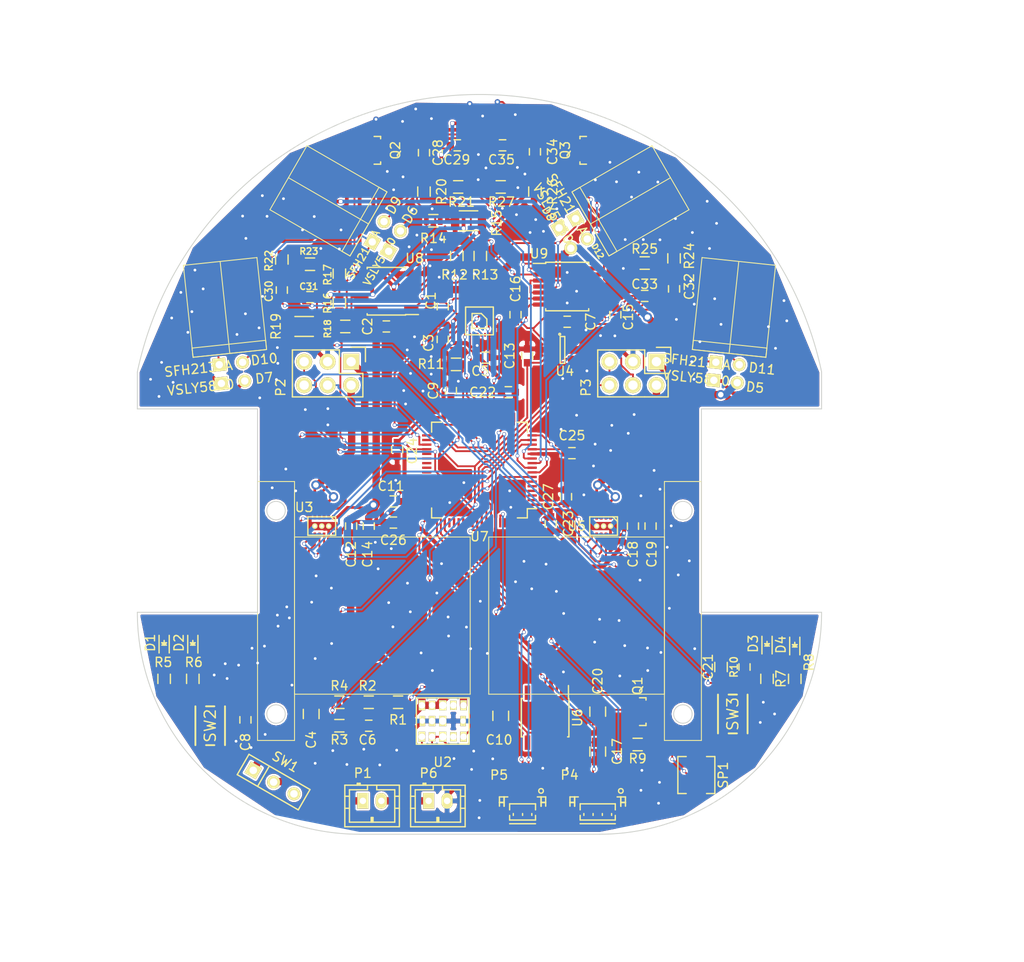
<source format=kicad_pcb>
(kicad_pcb (version 4) (host pcbnew 4.0.1-stable)
  (layers (0 F.Cu signal) (31 B.Cu signal) (34 B.Paste user) (35 F.Paste user) (36 B.SilkS user) (37 F.SilkS user) (38 B.Mask user) (39 F.Mask user) (44 Edge.Cuts user))
  (net 0 "")
  (net 1 +3V3)
  (net 2 GND)
  (net 3 "Net-(C3-Pad1)")
  (net 4 +BATT)
  (net 5 NRST)
  (net 6 "Net-(C9-Pad1)")
  (net 7 +5V)
  (net 8 "Net-(C11-Pad1)")
  (net 9 +3.3VADC)
  (net 10 +1.65VADC)
  (net 11 SELECT_SW)
  (net 12 "Net-(C28-Pad1)")
  (net 13 "Net-(C28-Pad2)")
  (net 14 IR_RCV_A)
  (net 15 "Net-(C30-Pad1)")
  (net 16 "Net-(C30-Pad2)")
  (net 17 IR_RCV_B)
  (net 18 "Net-(C32-Pad1)")
  (net 19 "Net-(C32-Pad2)")
  (net 20 IR_RCV_C)
  (net 21 "Net-(C34-Pad1)")
  (net 22 "Net-(C34-Pad2)")
  (net 23 IR_RCV_D)
  (net 24 DEBUG_LED1)
  (net 25 "Net-(D1-Pad1)")
  (net 26 DEBUG_LED2)
  (net 27 "Net-(D2-Pad1)")
  (net 28 DEBUG_LED3)
  (net 29 "Net-(D3-Pad1)")
  (net 30 DEBUG_LED4)
  (net 31 "Net-(D4-Pad1)")
  (net 32 MT_L_OUT1)
  (net 33 MT_L_OUT2)
  (net 34 ENC_L_B)
  (net 35 ENC_L_A)
  (net 36 MT_R_OUT1)
  (net 37 MT_R_OUT2)
  (net 38 ENC_R_B)
  (net 39 ENC_R_A)
  (net 40 SWCLK)
  (net 41 SWDIO)
  (net 42 USART1_TX)
  (net 43 USART1_RX)
  (net 44 DEBUG_BUZZER)
  (net 45 "Net-(Q1-Pad3)")
  (net 46 "Net-(Q2-Pad1)")
  (net 47 "Net-(Q3-Pad1)")
  (net 48 "Net-(R1-Pad1)")
  (net 49 "Net-(R1-Pad2)")
  (net 50 BATT_VOL)
  (net 51 "Net-(R11-Pad2)")
  (net 52 IR_LED_AC)
  (net 53 "Net-(R12-Pad2)")
  (net 54 "Net-(R14-Pad2)")
  (net 55 IR_LED_BD)
  (net 56 "Net-(R16-Pad2)")
  (net 57 "Net-(R18-Pad2)")
  (net 58 MPU_MISO)
  (net 59 MPU_INT)
  (net 60 MPU_NCS)
  (net 61 MPU_CLK)
  (net 62 MPU_MOSI)
  (net 63 MT_L_IN1)
  (net 64 MT_L_IN2)
  (net 65 MT_R_IN1)
  (net 66 MT_R_IN2)
  (net 67 /AC/IR_LED_1)
  (net 68 /AC/IR_LED_2)
  (net 69 /BD/IR_LED_1)
  (net 70 /BD/IR_LED_2)
  (net 71 /AC/IR_LED_3)
  (net 72 /BD/IR_LED_3)
  (net 73 /SW_BATT1)
  (net 74 /BATT1_BATT2)
  (module Capacitors_SMD:C_0603 (layer F.Cu) (at 144.526 82.943 270)
    (fp_text reference C1 (at -0.647 1.27 270) (layer F.SilkS))
    (fp_text value 0.01u)
    (pad 1 smd rect (at -0.75 0 270) (size 0.8 0.75) (layers F.Cu F.Paste F.Mask) (net 1 +3V3))
    (pad 2 smd rect (at 0.75 0 270) (size 0.8 0.75) (layers F.Cu F.Paste F.Mask) (net 2 GND))
  )
  (module Capacitors_SMD:C_0603 (layer F.Cu) (at 138.43 85.09)
    (fp_text reference C2 (at -2.032 0 90) (layer F.SilkS))
    (fp_text value 0.1u)
    (pad 1 smd rect (at -0.75 0) (size 0.8 0.75) (layers F.Cu F.Paste F.Mask) (net 4 +BATT))
    (pad 2 smd rect (at 0.75 0) (size 0.8 0.75) (layers F.Cu F.Paste F.Mask) (net 2 GND))
  )
  (module Capacitors_SMD:C_0603 (layer F.Cu) (at 144.526 86.487 270)
    (fp_text reference C3 (at 0.381 1.524 270) (layer F.SilkS))
    (fp_text value 0.1u)
    (pad 1 smd rect (at -0.75 0 270) (size 0.8 0.75) (layers F.Cu F.Paste F.Mask) (net 3 "Net-(C3-Pad1)"))
    (pad 2 smd rect (at 0.75 0 270) (size 0.8 0.75) (layers F.Cu F.Paste F.Mask) (net 2 GND))
  )
  (module Capacitors_SMD:C_0805 (layer F.Cu) (at 130.302 127 270)
    (fp_text reference C4 (at 2.794 0 270) (layer F.SilkS))
    (fp_text value 22u)
    (pad 1 smd rect (at -1 0 270) (size 1 1.25) (layers F.Cu F.Paste F.Mask) (net 4 +BATT))
    (pad 2 smd rect (at 1 0 270) (size 1 1.25) (layers F.Cu F.Paste F.Mask) (net 2 GND))
  )
  (module Capacitors_SMD:C_0603 (layer F.Cu) (at 149.14 88.46)
    (fp_text reference C5 (at -0.55 1.456) (layer F.SilkS))
    (fp_text value 0.1u)
    (pad 1 smd rect (at -0.75 0) (size 0.8 0.75) (layers F.Cu F.Paste F.Mask) (net 1 +3V3))
    (pad 2 smd rect (at 0.75 0) (size 0.8 0.75) (layers F.Cu F.Paste F.Mask) (net 2 GND))
  )
  (module Capacitors_SMD:C_0603 (layer F.Cu) (at 136.525 128.27 180)
    (fp_text reference C6 (at 0.127 -1.524 180) (layer F.SilkS))
    (fp_text value 10u)
    (pad 1 smd rect (at -0.75 0 180) (size 0.8 0.75) (layers F.Cu F.Paste F.Mask) (net 4 +BATT))
    (pad 2 smd rect (at 0.75 0 180) (size 0.8 0.75) (layers F.Cu F.Paste F.Mask) (net 2 GND))
  )
  (module Capacitors_SMD:C_0603 (layer F.Cu) (at 157.988 84.582)
    (fp_text reference C7 (at 2.54 0 90) (layer F.SilkS))
    (fp_text value 0.1u)
    (pad 1 smd rect (at -0.75 0) (size 0.8 0.75) (layers F.Cu F.Paste F.Mask) (net 9 +3.3VADC))
    (pad 2 smd rect (at 0.75 0) (size 0.8 0.75) (layers F.Cu F.Paste F.Mask) (net 2 GND))
  )
  (module Capacitors_SMD:C_0603 (layer F.Cu) (at 123.19 127.635 270)
    (fp_text reference C8 (at 2.413 0 270) (layer F.SilkS))
    (fp_text value 0.1u)
    (pad 1 smd rect (at -0.75 0 270) (size 0.8 0.75) (layers F.Cu F.Paste F.Mask) (net 5 NRST))
    (pad 2 smd rect (at 0.75 0 270) (size 0.8 0.75) (layers F.Cu F.Paste F.Mask) (net 2 GND))
  )
  (module Capacitors_SMD:C_0603 (layer F.Cu) (at 145.41 92.04 90)
    (fp_text reference C9 (at 0 -1.9 90) (layer F.SilkS))
    (fp_text value 2.2u)
    (pad 1 smd rect (at -0.75 0 90) (size 0.8 0.75) (layers F.Cu F.Paste F.Mask) (net 6 "Net-(C9-Pad1)"))
    (pad 2 smd rect (at 0.75 0 90) (size 0.8 0.75) (layers F.Cu F.Paste F.Mask) (net 2 GND))
  )
  (module Capacitors_SMD:C_0805 (layer F.Cu) (at 150.8 127.2 270)
    (fp_text reference C10 (at 2.594 0.178 360) (layer F.SilkS))
    (fp_text value 22u)
    (pad 1 smd rect (at -1 0 270) (size 1 1.25) (layers F.Cu F.Paste F.Mask) (net 7 +5V))
    (pad 2 smd rect (at 1 0 270) (size 1 1.25) (layers F.Cu F.Paste F.Mask) (net 2 GND))
  )
  (module Capacitors_SMD:C_0603 (layer F.Cu) (at 139.18 104.013 180)
    (fp_text reference C11 (at 0.242 1.651 180) (layer F.SilkS))
    (fp_text value 2.2u)
    (pad 1 smd rect (at -0.75 0 180) (size 0.8 0.75) (layers F.Cu F.Paste F.Mask) (net 8 "Net-(C11-Pad1)"))
    (pad 2 smd rect (at 0.75 0 180) (size 0.8 0.75) (layers F.Cu F.Paste F.Mask) (net 2 GND))
  )
  (module Capacitors_SMD:C_0603 (layer F.Cu) (at 134.62 106.68 270)
    (fp_text reference C12 (at 3.048 0 270) (layer F.SilkS))
    (fp_text value 0.1u)
    (pad 1 smd rect (at -0.75 0 270) (size 0.8 0.75) (layers F.Cu F.Paste F.Mask) (net 1 +3V3))
    (pad 2 smd rect (at 0.75 0 270) (size 0.8 0.75) (layers F.Cu F.Paste F.Mask) (net 2 GND))
  )
  (module Capacitors_SMD:C_0603 (layer F.Cu) (at 153.67 88.265 90)
    (fp_text reference C13 (at 0 -1.9 90) (layer F.SilkS))
    (fp_text value 0.1u)
    (pad 1 smd rect (at -0.75 0 90) (size 0.8 0.75) (layers F.Cu F.Paste F.Mask) (net 7 +5V))
    (pad 2 smd rect (at 0.75 0 90) (size 0.8 0.75) (layers F.Cu F.Paste F.Mask) (net 2 GND))
  )
  (module Capacitors_SMD:C_0603 (layer F.Cu) (at 136.525 106.68 270)
    (fp_text reference C14 (at 3.048 0.127 270) (layer F.SilkS))
    (fp_text value 0.1u)
    (pad 1 smd rect (at -0.75 0 270) (size 0.8 0.75) (layers F.Cu F.Paste F.Mask) (net 4 +BATT))
    (pad 2 smd rect (at 0.75 0 270) (size 0.8 0.75) (layers F.Cu F.Paste F.Mask) (net 2 GND))
  )
  (module Capacitors_SMD:C_0603 (layer F.Cu) (at 163.195 83.82 90)
    (fp_text reference C15 (at -0.254 1.397 90) (layer F.SilkS))
    (fp_text value 10u)
    (pad 1 smd rect (at -0.75 0 90) (size 0.8 0.75) (layers F.Cu F.Paste F.Mask) (net 9 +3.3VADC))
    (pad 2 smd rect (at 0.75 0 90) (size 0.8 0.75) (layers F.Cu F.Paste F.Mask) (net 2 GND))
  )
  (module Capacitors_SMD:C_0603 (layer F.Cu) (at 152.4 83.82 90)
    (fp_text reference C16 (at 2.794 0 90) (layer F.SilkS))
    (fp_text value 10u)
    (pad 1 smd rect (at -0.75 0 90) (size 0.8 0.75) (layers F.Cu F.Paste F.Mask) (net 10 +1.65VADC))
    (pad 2 smd rect (at 0.75 0 90) (size 0.8 0.75) (layers F.Cu F.Paste F.Mask) (net 2 GND))
  )
  (module Capacitors_SMD:C_0805 (layer F.Cu) (at 161.29 131.064 270)
    (fp_text reference C17 (at 0 -2.1 270) (layer F.SilkS))
    (fp_text value 22u)
    (pad 1 smd rect (at -1 0 270) (size 1 1.25) (layers F.Cu F.Paste F.Mask) (net 7 +5V))
    (pad 2 smd rect (at 1 0 270) (size 1 1.25) (layers F.Cu F.Paste F.Mask) (net 2 GND))
  )
  (module Capacitors_SMD:C_0603 (layer F.Cu) (at 165.1 106.68 270)
    (fp_text reference C18 (at 3.048 0 270) (layer F.SilkS))
    (fp_text value 0.1u)
    (pad 1 smd rect (at -0.75 0 270) (size 0.8 0.75) (layers F.Cu F.Paste F.Mask) (net 1 +3V3))
    (pad 2 smd rect (at 0.75 0 270) (size 0.8 0.75) (layers F.Cu F.Paste F.Mask) (net 2 GND))
  )
  (module Capacitors_SMD:C_0603 (layer F.Cu) (at 167.005 106.68 270)
    (fp_text reference C19 (at 3.048 -0.127 270) (layer F.SilkS))
    (fp_text value 0.1u)
    (pad 1 smd rect (at -0.75 0 270) (size 0.8 0.75) (layers F.Cu F.Paste F.Mask) (net 4 +BATT))
    (pad 2 smd rect (at 0.75 0 270) (size 0.8 0.75) (layers F.Cu F.Paste F.Mask) (net 2 GND))
  )
  (module Capacitors_SMD:C_0805 (layer F.Cu) (at 161.29 126.746 270)
    (fp_text reference C20 (at -3.302 0 270) (layer F.SilkS))
    (fp_text value 22u)
    (pad 1 smd rect (at -1 0 270) (size 1 1.25) (layers F.Cu F.Paste F.Mask) (net 1 +3V3))
    (pad 2 smd rect (at 1 0 270) (size 1 1.25) (layers F.Cu F.Paste F.Mask) (net 2 GND))
  )
  (module Capacitors_SMD:C_0603 (layer F.Cu) (at 177.165 121.92 90)
    (fp_text reference C21 (at 0 -3.937 90) (layer F.SilkS))
    (fp_text value 0.1u)
    (pad 1 smd rect (at -0.75 0 90) (size 0.8 0.75) (layers F.Cu F.Paste F.Mask) (net 11 SELECT_SW))
    (pad 2 smd rect (at 0.75 0 90) (size 0.8 0.75) (layers F.Cu F.Paste F.Mask) (net 2 GND))
  )
  (module Capacitors_SMD:C_0603 (layer F.Cu) (at 151.626 92.202)
    (fp_text reference C22 (at -2.782 0) (layer F.SilkS))
    (fp_text value 0.1u)
    (pad 1 smd rect (at -0.75 0) (size 0.8 0.75) (layers F.Cu F.Paste F.Mask) (net 1 +3V3))
    (pad 2 smd rect (at 0.75 0) (size 0.8 0.75) (layers F.Cu F.Paste F.Mask) (net 2 GND))
  )
  (module Capacitors_SMD:C_0603 (layer F.Cu) (at 156.21 106.426 270)
    (fp_text reference C23 (at 0 -1.9 270) (layer F.SilkS))
    (fp_text value 0.1u)
    (pad 1 smd rect (at -0.75 0 270) (size 0.8 0.75) (layers F.Cu F.Paste F.Mask) (net 1 +3V3))
    (pad 2 smd rect (at 0.75 0 270) (size 0.8 0.75) (layers F.Cu F.Paste F.Mask) (net 2 GND))
  )
  (module Capacitors_SMD:C_0603 (layer F.Cu) (at 139.6 98.4 270)
    (fp_text reference C24 (at 0.152 -1.624 270) (layer F.SilkS))
    (fp_text value 0.1u)
    (pad 1 smd rect (at -0.75 0 270) (size 0.8 0.75) (layers F.Cu F.Paste F.Mask) (net 1 +3V3))
    (pad 2 smd rect (at 0.75 0 270) (size 0.8 0.75) (layers F.Cu F.Paste F.Mask) (net 2 GND))
  )
  (module Capacitors_SMD:C_0603 (layer F.Cu) (at 158.5 98.79)
    (fp_text reference C25 (at 0 -1.9) (layer F.SilkS))
    (fp_text value 0.1u)
    (pad 1 smd rect (at -0.75 0) (size 0.8 0.75) (layers F.Cu F.Paste F.Mask) (net 9 +3.3VADC))
    (pad 2 smd rect (at 0.75 0) (size 0.8 0.75) (layers F.Cu F.Paste F.Mask) (net 2 GND))
  )
  (module Capacitors_SMD:C_0603 (layer F.Cu) (at 139.192 106.299 180)
    (fp_text reference C26 (at 0 -1.9 180) (layer F.SilkS))
    (fp_text value 4.7u)
    (pad 1 smd rect (at -0.75 0 180) (size 0.8 0.75) (layers F.Cu F.Paste F.Mask) (net 1 +3V3))
    (pad 2 smd rect (at 0.75 0 180) (size 0.8 0.75) (layers F.Cu F.Paste F.Mask) (net 2 GND))
  )
  (module Capacitors_SMD:C_0603 (layer F.Cu) (at 157.861 103.505 90)
    (fp_text reference C27 (at 0 -1.9 90) (layer F.SilkS))
    (fp_text value 4.7u)
    (pad 1 smd rect (at -0.75 0 90) (size 0.8 0.75) (layers F.Cu F.Paste F.Mask) (net 1 +3V3))
    (pad 2 smd rect (at 0.75 0 90) (size 0.8 0.75) (layers F.Cu F.Paste F.Mask) (net 2 GND))
  )
  (module Capacitors_SMD:C_0603 (layer F.Cu) (at 142.5 66.3 270)
    (fp_text reference C28 (at -0.006 -1.518 270) (layer F.SilkS))
    (fp_text value 0.01u)
    (pad 1 smd rect (at -0.75 0 270) (size 0.8 0.75) (layers F.Cu F.Paste F.Mask) (net 12 "Net-(C28-Pad1)"))
    (pad 2 smd rect (at 0.75 0 270) (size 0.8 0.75) (layers F.Cu F.Paste F.Mask) (net 13 "Net-(C28-Pad2)"))
  )
  (module Capacitors_SMD:C_0603 (layer F.Cu) (at 146.1 65.5 180)
    (fp_text reference C29 (at 0.05 -1.556 180) (layer F.SilkS))
    (fp_text value 22p)
    (pad 1 smd rect (at -0.75 0 180) (size 0.8 0.75) (layers F.Cu F.Paste F.Mask) (net 20 IR_RCV_C))
    (pad 2 smd rect (at 0.75 0 180) (size 0.8 0.75) (layers F.Cu F.Paste F.Mask) (net 12 "Net-(C28-Pad1)"))
  )
  (module Capacitors_SMD:C_0603 (layer F.Cu) (at 127.127 81.153 90)
    (fp_text reference C30 (at -0.127 -1.397 90) (layer F.SilkS) (effects (font (size 0.8 0.8))))
    (fp_text value 0.01u)
    (pad 1 smd rect (at -0.75 0 90) (size 0.8 0.75) (layers F.Cu F.Paste F.Mask) (net 15 "Net-(C30-Pad1)"))
    (pad 2 smd rect (at 0.75 0 90) (size 0.8 0.75) (layers F.Cu F.Paste F.Mask) (net 16 "Net-(C30-Pad2)"))
  )
  (module Capacitors_SMD:C_0603 (layer F.Cu) (at 130.175 81.915 180)
    (fp_text reference C31 (at 0.127 1.143 180) (layer F.SilkS) (effects (font (size 0.7 0.7))))
    (fp_text value 22p)
    (pad 1 smd rect (at -0.75 0 180) (size 0.8 0.75) (layers F.Cu F.Paste F.Mask) (net 17 IR_RCV_B))
    (pad 2 smd rect (at 0.75 0 180) (size 0.8 0.75) (layers F.Cu F.Paste F.Mask) (net 15 "Net-(C30-Pad1)"))
  )
  (module Capacitors_SMD:C_0603 (layer F.Cu) (at 169.545 81.026 90)
    (fp_text reference C32 (at 0.254 1.651 90) (layer F.SilkS))
    (fp_text value 0.01u)
    (pad 1 smd rect (at -0.75 0 90) (size 0.8 0.75) (layers F.Cu F.Paste F.Mask) (net 18 "Net-(C32-Pad1)"))
    (pad 2 smd rect (at 0.75 0 90) (size 0.8 0.75) (layers F.Cu F.Paste F.Mask) (net 19 "Net-(C32-Pad2)"))
  )
  (module Capacitors_SMD:C_0603 (layer F.Cu) (at 166.37 81.788)
    (fp_text reference C33 (at 0 -1.27) (layer F.SilkS))
    (fp_text value 22p)
    (pad 1 smd rect (at -0.75 0) (size 0.8 0.75) (layers F.Cu F.Paste F.Mask) (net 14 IR_RCV_A))
    (pad 2 smd rect (at 0.75 0) (size 0.8 0.75) (layers F.Cu F.Paste F.Mask) (net 18 "Net-(C32-Pad1)"))
  )
  (module Capacitors_SMD:C_0603 (layer F.Cu) (at 154.5 66.2 270)
    (fp_text reference C34 (at 0 -1.9 270) (layer F.SilkS))
    (fp_text value 0.01u)
    (pad 1 smd rect (at -0.75 0 270) (size 0.8 0.75) (layers F.Cu F.Paste F.Mask) (net 21 "Net-(C34-Pad1)"))
    (pad 2 smd rect (at 0.75 0 270) (size 0.8 0.75) (layers F.Cu F.Paste F.Mask) (net 22 "Net-(C34-Pad2)"))
  )
  (module Capacitors_SMD:C_0603 (layer F.Cu) (at 151 65.5)
    (fp_text reference C35 (at -0.124 1.556) (layer F.SilkS))
    (fp_text value 22p)
    (pad 1 smd rect (at -0.75 0) (size 0.8 0.75) (layers F.Cu F.Paste F.Mask) (net 23 IR_RCV_D))
    (pad 2 smd rect (at 0.75 0) (size 0.8 0.75) (layers F.Cu F.Paste F.Mask) (net 21 "Net-(C34-Pad1)"))
  )
  (module LEDs:LED_0603 (layer F.Cu) (at 114.4 119.3 90)
    (fp_text reference D1 (at 0 -1.5 90) (layer F.SilkS))
    (fp_text value LED hide)
    (pad 2 smd rect (at 0.7493 0 270) (size 0.79756 0.79756) (layers F.Cu F.Paste F.Mask) (net 24 DEBUG_LED1))
    (pad 1 smd rect (at -0.7493 0 270) (size 0.79756 0.79756) (layers F.Cu F.Paste F.Mask) (net 25 "Net-(D1-Pad1)"))
  )
  (module LEDs:LED_0603 (layer F.Cu) (at 117.5 119.3 90)
    (fp_text reference D2 (at 0 -1.5 90) (layer F.SilkS))
    (fp_text value LED hide)
    (pad 2 smd rect (at 0.7493 0 270) (size 0.79756 0.79756) (layers F.Cu F.Paste F.Mask) (net 26 DEBUG_LED2))
    (pad 1 smd rect (at -0.7493 0 270) (size 0.79756 0.79756) (layers F.Cu F.Paste F.Mask) (net 27 "Net-(D2-Pad1)"))
  )
  (module LEDs:LED_0603 (layer F.Cu) (at 179.6 119.4 90)
    (fp_text reference D3 (at 0 -1.5 90) (layer F.SilkS))
    (fp_text value LED hide)
    (pad 2 smd rect (at 0.7493 0 270) (size 0.79756 0.79756) (layers F.Cu F.Paste F.Mask) (net 28 DEBUG_LED3))
    (pad 1 smd rect (at -0.7493 0 270) (size 0.79756 0.79756) (layers F.Cu F.Paste F.Mask) (net 29 "Net-(D3-Pad1)"))
  )
  (module LEDs:LED_0603 (layer F.Cu) (at 182.6 119.5 90)
    (fp_text reference D4 (at 0 -1.5 90) (layer F.SilkS))
    (fp_text value LED hide)
    (pad 2 smd rect (at 0.7493 0 270) (size 0.79756 0.79756) (layers F.Cu F.Paste F.Mask) (net 30 DEBUG_LED4))
    (pad 1 smd rect (at -0.7493 0 270) (size 0.79756 0.79756) (layers F.Cu F.Paste F.Mask) (net 31 "Net-(D4-Pad1)"))
  )
  (module mouse_led:LED (layer F.Cu) (at 173.85 90.91 354)
    (fp_text reference D5 (at 4.515529 0.313717 354) (layer F.SilkS))
    (fp_text value VSLY5850 (at -1.905886 -0.032961 354) (layer F.SilkS))
    (pad 1 thru_hole rect (at 0 0 354) (size 1.4 1.4) (drill 0.8) (layers *.Cu *.Mask F.SilkS) (net 67 /AC/IR_LED_1))
    (pad 2 thru_hole circle (at 2.54 0 354) (size 1.4 1.4) (drill 0.8) (layers *.Cu *.Mask F.SilkS) (net 4 +BATT))
  )
  (module mouse_led:LED (layer F.Cu) (at 138.684 76.962 60)
    (fp_text reference D6 (at 4.599657 0.034839 60) (layer F.SilkS))
    (fp_text value VSLY5850 (at -1.450752 -0.284777 60) (layer F.SilkS) (effects (font (size 0.8 0.8))))
    (pad 1 thru_hole rect (at 0 0 60) (size 1.4 1.4) (drill 0.8) (layers *.Cu *.Mask F.SilkS) (net 68 /AC/IR_LED_2))
    (pad 2 thru_hole circle (at 2.54 0 60) (size 1.4 1.4) (drill 0.8) (layers *.Cu *.Mask F.SilkS) (net 67 /AC/IR_LED_1))
  )
  (module mouse_led:LED (layer F.Cu) (at 120.59 91.25 6)
    (fp_text reference D7 (at 4.666416 -0.084691 6) (layer F.SilkS))
    (fp_text value VSLY5850 (at -2.260216 0.208887 6) (layer F.SilkS))
    (pad 1 thru_hole rect (at 0 0 6) (size 1.4 1.4) (drill 0.8) (layers *.Cu *.Mask F.SilkS) (net 70 /BD/IR_LED_2))
    (pad 2 thru_hole circle (at 2.54 0 6) (size 1.4 1.4) (drill 0.8) (layers *.Cu *.Mask F.SilkS) (net 69 /BD/IR_LED_1))
  )
  (module mouse_led:LED (layer F.Cu) (at 157.11 74.43 300)
    (fp_text reference D8 (at -1.903751 0.233393 300) (layer F.SilkS) (effects (font (size 0.8 0.8))))
    (fp_text value VSLY5850 (at -1.649751 -0.206548 300) (layer F.SilkS))
    (pad 1 thru_hole rect (at 0 0 300) (size 1.4 1.4) (drill 0.8) (layers *.Cu *.Mask F.SilkS) (net 69 /BD/IR_LED_1))
    (pad 2 thru_hole circle (at 2.54 0 300) (size 1.4 1.4) (drill 0.8) (layers *.Cu *.Mask F.SilkS) (net 4 +BATT))
  )
  (module mouse_led:LED (layer F.Cu) (at 136.906 75.946 60)
    (fp_text reference D9 (at 4.597193 0.038571 60) (layer F.SilkS))
    (fp_text value SFH213FA (at -1.673187 -0.154045 60) (layer F.SilkS) (effects (font (size 0.8 0.8))))
    (pad 1 thru_hole rect (at 0 0 60) (size 1.4 1.4) (drill 0.8) (layers *.Cu *.Mask F.SilkS) (net 9 +3.3VADC))
    (pad 2 thru_hole circle (at 2.54 0 60) (size 1.4 1.4) (drill 0.8) (layers *.Cu *.Mask F.SilkS) (net 13 "Net-(C28-Pad2)"))
  )
  (module mouse_led:LED (layer F.Cu) (at 120.36 89.23 6)
    (fp_text reference D10 (at 4.89641 -0.072583 6) (layer F.SilkS))
    (fp_text value SFH213FA (at -2.282831 0.194444 6) (layer F.SilkS))
    (pad 1 thru_hole rect (at 0 0 6) (size 1.4 1.4) (drill 0.8) (layers *.Cu *.Mask F.SilkS) (net 9 +3.3VADC))
    (pad 2 thru_hole circle (at 2.54 0 6) (size 1.4 1.4) (drill 0.8) (layers *.Cu *.Mask F.SilkS) (net 16 "Net-(C30-Pad2)"))
  )
  (module mouse_led:LED (layer F.Cu) (at 174.07 88.96 354)
    (fp_text reference D11 (at 5.045988 0.175512 354) (layer F.SilkS))
    (fp_text value SFH213FA (at -2.106702 0.161093 354) (layer F.SilkS))
    (pad 1 thru_hole rect (at 0 0 354) (size 1.4 1.4) (drill 0.8) (layers *.Cu *.Mask F.SilkS) (net 9 +3.3VADC))
    (pad 2 thru_hole circle (at 2.54 0 354) (size 1.4 1.4) (drill 0.8) (layers *.Cu *.Mask F.SilkS) (net 19 "Net-(C32-Pad2)"))
  )
  (module mouse_led:LED (layer F.Cu) (at 158.89 73.43 300)
    (fp_text reference D12 (at 4.258802 -0.312461 300) (layer F.SilkS) (effects (font (size 0.6 0.6))))
    (fp_text value SFH213FA (at -1.791607 0.007155 300) (layer F.SilkS))
    (pad 1 thru_hole rect (at 0 0 300) (size 1.4 1.4) (drill 0.8) (layers *.Cu *.Mask F.SilkS) (net 9 +3.3VADC))
    (pad 2 thru_hole circle (at 2.54 0 300) (size 1.4 1.4) (drill 0.8) (layers *.Cu *.Mask F.SilkS) (net 22 "Net-(C34-Pad2)"))
  )
  (module Pin_Headers:Pin_Header_Straight_2x03 (layer F.Cu) (at 134.62 88.9 270)
    (fp_text reference P2 (at 2.794 7.62 270) (layer F.SilkS))
    (fp_text value MOTOR_L)
    (pad 1 thru_hole rect (at 0 0 270) (size 1.7272 1.7272) (drill 1.016) (layers *.Cu *.Mask F.SilkS) (net 32 MT_L_OUT1))
    (pad 2 thru_hole oval (at 2.54 0 270) (size 1.7272 1.7272) (drill 1.016) (layers *.Cu *.Mask F.SilkS) (net 33 MT_L_OUT2))
    (pad 3 thru_hole oval (at 0 2.54 270) (size 1.7272 1.7272) (drill 1.016) (layers *.Cu *.Mask F.SilkS) (net 2 GND))
    (pad 4 thru_hole oval (at 2.54 2.54 270) (size 1.7272 1.7272) (drill 1.016) (layers *.Cu *.Mask F.SilkS) (net 7 +5V))
    (pad 5 thru_hole oval (at 0 5.08 270) (size 1.7272 1.7272) (drill 1.016) (layers *.Cu *.Mask F.SilkS) (net 34 ENC_L_B))
    (pad 6 thru_hole oval (at 2.54 5.08 270) (size 1.7272 1.7272) (drill 1.016) (layers *.Cu *.Mask F.SilkS) (net 35 ENC_L_A))
  )
  (module Pin_Headers:Pin_Header_Straight_2x03 (layer F.Cu) (at 167.64 88.9 270)
    (fp_text reference P3 (at 2.794 7.62 270) (layer F.SilkS))
    (fp_text value MOTOR_R)
    (pad 1 thru_hole rect (at 0 0 270) (size 1.7272 1.7272) (drill 1.016) (layers *.Cu *.Mask F.SilkS) (net 36 MT_R_OUT1))
    (pad 2 thru_hole oval (at 2.54 0 270) (size 1.7272 1.7272) (drill 1.016) (layers *.Cu *.Mask F.SilkS) (net 37 MT_R_OUT2))
    (pad 3 thru_hole oval (at 0 2.54 270) (size 1.7272 1.7272) (drill 1.016) (layers *.Cu *.Mask F.SilkS) (net 2 GND))
    (pad 4 thru_hole oval (at 2.54 2.54 270) (size 1.7272 1.7272) (drill 1.016) (layers *.Cu *.Mask F.SilkS) (net 7 +5V))
    (pad 5 thru_hole oval (at 0 5.08 270) (size 1.7272 1.7272) (drill 1.016) (layers *.Cu *.Mask F.SilkS) (net 38 ENC_R_B))
    (pad 6 thru_hole oval (at 2.54 5.08 270) (size 1.7272 1.7272) (drill 1.016) (layers *.Cu *.Mask F.SilkS) (net 39 ENC_R_A))
  )
  (module TO_SOT_Packages_SMD:SOT-23 (layer F.Cu) (at 165.862 126.746 270)
    (fp_text reference Q1 (at -2.794 0.254 270) (layer F.SilkS))
    (fp_text value IRFML8244 hide)
    (pad 1 smd rect (at -0.95 1.00076 270) (size 0.8001 0.8001) (layers F.Cu F.Paste F.Mask) (net 44 DEBUG_BUZZER))
    (pad 2 smd rect (at 0.95 1.00076 270) (size 0.8001 0.8001) (layers F.Cu F.Paste F.Mask) (net 2 GND))
    (pad 3 smd rect (at 0 -0.99822 270) (size 0.8001 0.8001) (layers F.Cu F.Paste F.Mask) (net 45 "Net-(Q1-Pad3)"))
  )
  (module TO_SOT_Packages_SMD:SOT-23 (layer F.Cu) (at 137.16 66.04 270)
    (fp_text reference Q2 (at 0 -2.25 270) (layer F.SilkS))
    (fp_text value IRFML8244 hide)
    (pad 1 smd rect (at -0.95 1.00076 270) (size 0.8001 0.8001) (layers F.Cu F.Paste F.Mask) (net 46 "Net-(Q2-Pad1)"))
    (pad 2 smd rect (at 0.95 1.00076 270) (size 0.8001 0.8001) (layers F.Cu F.Paste F.Mask) (net 71 /AC/IR_LED_3))
    (pad 3 smd rect (at 0 -0.99822 270) (size 0.8001 0.8001) (layers F.Cu F.Paste F.Mask) (net 68 /AC/IR_LED_2))
  )
  (module TO_SOT_Packages_SMD:SOT-23 (layer F.Cu) (at 160.02 66.04 90)
    (fp_text reference Q3 (at 0 -2.25 90) (layer F.SilkS))
    (fp_text value IRFML8244 hide)
    (pad 1 smd rect (at -0.95 1.00076 90) (size 0.8001 0.8001) (layers F.Cu F.Paste F.Mask) (net 47 "Net-(Q3-Pad1)"))
    (pad 2 smd rect (at 0.95 1.00076 90) (size 0.8001 0.8001) (layers F.Cu F.Paste F.Mask) (net 72 /BD/IR_LED_3))
    (pad 3 smd rect (at 0 -0.99822 90) (size 0.8001 0.8001) (layers F.Cu F.Paste F.Mask) (net 70 /BD/IR_LED_2))
  )
  (module Resistors_SMD:R_0603 (layer F.Cu) (at 139.7 125.73 180)
    (fp_text reference R1 (at 0 -1.9 180) (layer F.SilkS))
    (fp_text value 68)
    (pad 1 smd rect (at -0.75 0 180) (size 0.5 0.9) (layers F.Cu F.Paste F.Mask) (net 48 "Net-(R1-Pad1)"))
    (pad 2 smd rect (at 0.75 0 180) (size 0.5 0.9) (layers F.Cu F.Paste F.Mask) (net 49 "Net-(R1-Pad2)"))
  )
  (module Resistors_SMD:R_0603 (layer F.Cu) (at 136.525 125.73 180)
    (fp_text reference R2 (at 0.127 1.778 180) (layer F.SilkS))
    (fp_text value 68)
    (pad 1 smd rect (at -0.75 0 180) (size 0.5 0.9) (layers F.Cu F.Paste F.Mask) (net 49 "Net-(R1-Pad2)"))
    (pad 2 smd rect (at 0.75 0 180) (size 0.5 0.9) (layers F.Cu F.Paste F.Mask) (net 2 GND))
  )
  (module Resistors_SMD:R_0603 (layer F.Cu) (at 133.35 125.73 180)
    (fp_text reference R3 (at 0 -4.064 180) (layer F.SilkS))
    (fp_text value 20k)
    (pad 1 smd rect (at -0.75 0 180) (size 0.5 0.9) (layers F.Cu F.Paste F.Mask) (net 4 +BATT))
    (pad 2 smd rect (at 0.75 0 180) (size 0.5 0.9) (layers F.Cu F.Paste F.Mask) (net 50 BATT_VOL))
  )
  (module Resistors_SMD:R_0603 (layer F.Cu) (at 133.35 128.27)
    (fp_text reference R4 (at 0 -4.318) (layer F.SilkS))
    (fp_text value 10k)
    (pad 1 smd rect (at -0.75 0) (size 0.5 0.9) (layers F.Cu F.Paste F.Mask) (net 50 BATT_VOL))
    (pad 2 smd rect (at 0.75 0) (size 0.5 0.9) (layers F.Cu F.Paste F.Mask) (net 2 GND))
  )
  (module Resistors_SMD:R_0603 (layer F.Cu) (at 114.4 123.2 270)
    (fp_text reference R5 (at -1.788 0.1 360) (layer F.SilkS))
    (fp_text value 1k)
    (pad 1 smd rect (at -0.75 0 270) (size 0.5 0.9) (layers F.Cu F.Paste F.Mask) (net 25 "Net-(D1-Pad1)"))
    (pad 2 smd rect (at 0.75 0 270) (size 0.5 0.9) (layers F.Cu F.Paste F.Mask) (net 2 GND))
  )
  (module Resistors_SMD:R_0603 (layer F.Cu) (at 117.5 123.2 270)
    (fp_text reference R6 (at -1.788 -0.102 360) (layer F.SilkS))
    (fp_text value 1k)
    (pad 1 smd rect (at -0.75 0 270) (size 0.5 0.9) (layers F.Cu F.Paste F.Mask) (net 27 "Net-(D2-Pad1)"))
    (pad 2 smd rect (at 0.75 0 270) (size 0.5 0.9) (layers F.Cu F.Paste F.Mask) (net 2 GND))
  )
  (module Resistors_SMD:R_0603 (layer F.Cu) (at 179.6 123.2 270)
    (fp_text reference R7 (at -0.01 -1.502 270) (layer F.SilkS))
    (fp_text value 1k)
    (pad 1 smd rect (at -0.75 0 270) (size 0.5 0.9) (layers F.Cu F.Paste F.Mask) (net 29 "Net-(D3-Pad1)"))
    (pad 2 smd rect (at 0.75 0 270) (size 0.5 0.9) (layers F.Cu F.Paste F.Mask) (net 2 GND))
  )
  (module Resistors_SMD:R_0603 (layer F.Cu) (at 182.6 123.2 270)
    (fp_text reference R8 (at -1.788 -1.55 270) (layer F.SilkS))
    (fp_text value 1k)
    (pad 1 smd rect (at -0.75 0 270) (size 0.5 0.9) (layers F.Cu F.Paste F.Mask) (net 31 "Net-(D4-Pad1)"))
    (pad 2 smd rect (at 0.75 0 270) (size 0.5 0.9) (layers F.Cu F.Paste F.Mask) (net 2 GND))
  )
  (module Resistors_SMD:R_0603 (layer F.Cu) (at 165.608 130.302 180)
    (fp_text reference R9 (at 0 -1.524 180) (layer F.SilkS))
    (fp_text value 10k)
    (pad 1 smd rect (at -0.75 0 180) (size 0.5 0.9) (layers F.Cu F.Paste F.Mask) (net 44 DEBUG_BUZZER))
    (pad 2 smd rect (at 0.75 0 180) (size 0.5 0.9) (layers F.Cu F.Paste F.Mask) (net 2 GND))
  )
  (module Resistors_SMD:R_0603 (layer F.Cu) (at 174.625 121.92 270)
    (fp_text reference R10 (at 0 -1.397 270) (layer F.SilkS) (effects (font (size 0.8 0.8))))
    (fp_text value 10k)
    (pad 1 smd rect (at -0.75 0 270) (size 0.5 0.9) (layers F.Cu F.Paste F.Mask) (net 1 +3V3))
    (pad 2 smd rect (at 0.75 0 270) (size 0.5 0.9) (layers F.Cu F.Paste F.Mask) (net 11 SELECT_SW))
  )
  (module Resistors_SMD:R_0603 (layer F.Cu) (at 145.96 89.19)
    (fp_text reference R11 (at -2.704 -0.036) (layer F.SilkS))
    (fp_text value 10k)
    (pad 1 smd rect (at -0.75 0) (size 0.5 0.9) (layers F.Cu F.Paste F.Mask) (net 2 GND))
    (pad 2 smd rect (at 0.75 0) (size 0.5 0.9) (layers F.Cu F.Paste F.Mask) (net 51 "Net-(R11-Pad2)"))
  )
  (module Resistors_SMD:R_0603 (layer F.Cu) (at 146.05 77.47 90)
    (fp_text reference R12 (at -2.032 -0.254 180) (layer F.SilkS))
    (fp_text value 10k)
    (pad 1 smd rect (at -0.75 0 90) (size 0.5 0.9) (layers F.Cu F.Paste F.Mask) (net 52 IR_LED_AC))
    (pad 2 smd rect (at 0.75 0 90) (size 0.5 0.9) (layers F.Cu F.Paste F.Mask) (net 53 "Net-(R12-Pad2)"))
  )
  (module Resistors_SMD:R_0603 (layer F.Cu) (at 148.59 77.47 90)
    (fp_text reference R13 (at -2.032 0.508 180) (layer F.SilkS))
    (fp_text value 10k)
    (pad 1 smd rect (at -0.75 0 90) (size 0.5 0.9) (layers F.Cu F.Paste F.Mask) (net 53 "Net-(R12-Pad2)"))
    (pad 2 smd rect (at 0.75 0 90) (size 0.5 0.9) (layers F.Cu F.Paste F.Mask) (net 2 GND))
  )
  (module Resistors_SMD:R_0603 (layer F.Cu) (at 143.51 73.66 180)
    (fp_text reference R14 (at 0 -1.9 180) (layer F.SilkS))
    (fp_text value 10)
    (pad 1 smd rect (at -0.75 0 180) (size 0.5 0.9) (layers F.Cu F.Paste F.Mask) (net 46 "Net-(Q2-Pad1)"))
    (pad 2 smd rect (at 0.75 0 180) (size 0.5 0.9) (layers F.Cu F.Paste F.Mask) (net 54 "Net-(R14-Pad2)"))
  )
  (module Resistors_SMD:R_1206 (layer F.Cu) (at 147.32 73.66 180)
    (fp_text reference R15 (at -3.048 -0.254 270) (layer F.SilkS))
    (fp_text value 15-1/4W)
    (pad 1 smd rect (at -1.45 0 180) (size 0.9 1.7) (layers F.Cu F.Paste F.Mask) (net 71 /AC/IR_LED_3))
    (pad 2 smd rect (at 1.45 0 180) (size 0.9 1.7) (layers F.Cu F.Paste F.Mask) (net 2 GND))
  )
  (module Resistors_SMD:R_0603 (layer F.Cu) (at 133.35 82.55 90)
    (fp_text reference R16 (at 0 -1.27 90) (layer F.SilkS) (effects (font (size 0.8 0.8))))
    (fp_text value 10k)
    (pad 1 smd rect (at -0.75 0 90) (size 0.5 0.9) (layers F.Cu F.Paste F.Mask) (net 55 IR_LED_BD))
    (pad 2 smd rect (at 0.75 0 90) (size 0.5 0.9) (layers F.Cu F.Paste F.Mask) (net 56 "Net-(R16-Pad2)"))
  )
  (module Resistors_SMD:R_0603 (layer F.Cu) (at 133.35 79.375 90)
    (fp_text reference R17 (at -0.127 -1.27 90) (layer F.SilkS) (effects (font (size 0.8 0.8))))
    (fp_text value 10k)
    (pad 1 smd rect (at -0.75 0 90) (size 0.5 0.9) (layers F.Cu F.Paste F.Mask) (net 56 "Net-(R16-Pad2)"))
    (pad 2 smd rect (at 0.75 0 90) (size 0.5 0.9) (layers F.Cu F.Paste F.Mask) (net 2 GND))
  )
  (module Resistors_SMD:R_0603 (layer F.Cu) (at 133.985 85.09)
    (fp_text reference R18 (at -1.905 0.254 90) (layer F.SilkS) (effects (font (size 0.7 0.7))))
    (fp_text value 10)
    (pad 1 smd rect (at -0.75 0) (size 0.5 0.9) (layers F.Cu F.Paste F.Mask) (net 47 "Net-(Q3-Pad1)"))
    (pad 2 smd rect (at 0.75 0) (size 0.5 0.9) (layers F.Cu F.Paste F.Mask) (net 57 "Net-(R18-Pad2)"))
  )
  (module Resistors_SMD:R_1206 (layer F.Cu) (at 129.54 85.09 180)
    (fp_text reference R19 (at 3.048 0 270) (layer F.SilkS))
    (fp_text value 15-1/4W)
    (pad 1 smd rect (at -1.45 0 180) (size 0.9 1.7) (layers F.Cu F.Paste F.Mask) (net 72 /BD/IR_LED_3))
    (pad 2 smd rect (at 1.45 0 180) (size 0.9 1.7) (layers F.Cu F.Paste F.Mask) (net 2 GND))
  )
  (module Resistors_SMD:R_0603 (layer F.Cu) (at 142.5 70.5 270)
    (fp_text reference R20 (at 0 -1.9 270) (layer F.SilkS))
    (fp_text value 100k)
    (pad 1 smd rect (at -0.75 0 270) (size 0.5 0.9) (layers F.Cu F.Paste F.Mask) (net 13 "Net-(C28-Pad2)"))
    (pad 2 smd rect (at 0.75 0 270) (size 0.5 0.9) (layers F.Cu F.Paste F.Mask) (net 2 GND))
  )
  (module Resistors_SMD:R_0603 (layer F.Cu) (at 146.2 70 180)
    (fp_text reference R21 (at -0.358 -1.628 180) (layer F.SilkS))
    (fp_text value 220k)
    (pad 1 smd rect (at -0.75 0 180) (size 0.5 0.9) (layers F.Cu F.Paste F.Mask) (net 20 IR_RCV_C))
    (pad 2 smd rect (at 0.75 0 180) (size 0.5 0.9) (layers F.Cu F.Paste F.Mask) (net 12 "Net-(C28-Pad1)"))
  )
  (module Resistors_SMD:R_0603 (layer F.Cu) (at 127.127 77.851 90)
    (fp_text reference R22 (at -0.127 -1.397 90) (layer F.SilkS) (effects (font (size 0.8 0.8))))
    (fp_text value 100k)
    (pad 1 smd rect (at -0.75 0 90) (size 0.5 0.9) (layers F.Cu F.Paste F.Mask) (net 16 "Net-(C30-Pad2)"))
    (pad 2 smd rect (at 0.75 0 90) (size 0.5 0.9) (layers F.Cu F.Paste F.Mask) (net 2 GND))
  )
  (module Resistors_SMD:R_0603 (layer F.Cu) (at 130.175 78.359 180)
    (fp_text reference R23 (at 0.127 1.397 180) (layer F.SilkS) (effects (font (size 0.7 0.7))))
    (fp_text value 220k)
    (pad 1 smd rect (at -0.75 0 180) (size 0.5 0.9) (layers F.Cu F.Paste F.Mask) (net 17 IR_RCV_B))
    (pad 2 smd rect (at 0.75 0 180) (size 0.5 0.9) (layers F.Cu F.Paste F.Mask) (net 15 "Net-(C30-Pad1)"))
  )
  (module Resistors_SMD:R_0603 (layer F.Cu) (at 169.545 77.724 90)
    (fp_text reference R24 (at 0.254 1.651 90) (layer F.SilkS))
    (fp_text value 100k)
    (pad 1 smd rect (at -0.75 0 90) (size 0.5 0.9) (layers F.Cu F.Paste F.Mask) (net 19 "Net-(C32-Pad2)"))
    (pad 2 smd rect (at 0.75 0 90) (size 0.5 0.9) (layers F.Cu F.Paste F.Mask) (net 2 GND))
  )
  (module Resistors_SMD:R_0603 (layer F.Cu) (at 166.37 78.232)
    (fp_text reference R25 (at 0 -1.524) (layer F.SilkS))
    (fp_text value 220k)
    (pad 1 smd rect (at -0.75 0) (size 0.5 0.9) (layers F.Cu F.Paste F.Mask) (net 14 IR_RCV_A))
    (pad 2 smd rect (at 0.75 0) (size 0.5 0.9) (layers F.Cu F.Paste F.Mask) (net 18 "Net-(C32-Pad1)"))
  )
  (module Resistors_SMD:R_0603 (layer F.Cu) (at 154.5 70.5 270)
    (fp_text reference R26 (at 0 -1.9 270) (layer F.SilkS))
    (fp_text value 100k)
    (pad 1 smd rect (at -0.75 0 270) (size 0.5 0.9) (layers F.Cu F.Paste F.Mask) (net 22 "Net-(C34-Pad2)"))
    (pad 2 smd rect (at 0.75 0 270) (size 0.5 0.9) (layers F.Cu F.Paste F.Mask) (net 2 GND))
  )
  (module Resistors_SMD:R_0603 (layer F.Cu) (at 150.8 70)
    (fp_text reference R27 (at 0.076 1.628) (layer F.SilkS))
    (fp_text value 220k)
    (pad 1 smd rect (at -0.75 0) (size 0.5 0.9) (layers F.Cu F.Paste F.Mask) (net 23 IR_RCV_D))
    (pad 2 smd rect (at 0.75 0) (size 0.5 0.9) (layers F.Cu F.Paste F.Mask) (net 21 "Net-(C34-Pad1)"))
  )
  (module SMT0440SR:SMT-0440-S-R (layer F.Cu) (at 171.958 133.604 270)
    (fp_text reference SP1 (at 0 -2.9 270) (layer F.SilkS))
    (fp_text value SMT-0440 hide)
    (pad 1 smd rect (at -2 0 270) (size 1 1.6) (layers F.Cu F.Paste F.Mask) (net 1 +3V3))
    (pad 2 smd rect (at 2 0 270) (size 1 1.6) (layers F.Cu F.Paste F.Mask) (net 45 "Net-(Q1-Pad3)"))
  )
  (module Buttons_Switches_ThroughHole:SW_Micro_SPST (layer F.Cu) (at 126.238 134.366 330)
    (fp_text reference SW1 (at 0 -2.54 330) (layer F.SilkS))
    (fp_text value SS12D01G4 hide)
    (pad 1 thru_hole rect (at -2.54 0 330) (size 1.397 1.397) (drill 0.8128) (layers *.Cu *.Mask F.SilkS) (net 4 +BATT))
    (pad 2 thru_hole circle (at 0 0 330) (size 1.397 1.397) (drill 0.8128) (layers *.Cu *.Mask F.SilkS) (net 73 /SW_BATT1))
    (pad 3 thru_hole circle (at 2.54 0 330) (size 1.397 1.397) (drill 0.8128) (layers *.Cu *.Mask F.SilkS))
  )
  (module module:SKRPACE010 (layer F.Cu) (at 119.38 128.27 90)
    (fp_text reference SW2 (at 0 0 90) (layer F.SilkS) (effects (font (size 1.2 1.2))))
    (fp_text value SKRPACE010 hide)
    (pad 1 smd rect (at -2.075 -1.075 90) (size 1.05 0.65) (layers F.Cu F.Paste F.Mask) (net 5 NRST))
    (pad 2 smd rect (at 2.075 -1.075 90) (size 1.05 0.65) (layers F.Cu F.Paste F.Mask) (net 5 NRST))
    (pad 3 smd rect (at -2.075 1.075 90) (size 1.05 0.65) (layers F.Cu F.Paste F.Mask) (net 2 GND))
    (pad 4 smd rect (at 2.075 1.075 90) (size 1.05 0.65) (layers F.Cu F.Paste F.Mask) (net 2 GND))
  )
  (module module:SKRPACE010 (layer F.Cu) (at 175.895 127 90)
    (fp_text reference SW3 (at 0 0 90) (layer F.SilkS) (effects (font (size 1.2 1.2))))
    (fp_text value SKRPACE010 hide)
    (pad 1 smd rect (at -2.075 -1.075 90) (size 1.05 0.65) (layers F.Cu F.Paste F.Mask) (net 11 SELECT_SW))
    (pad 2 smd rect (at 2.075 -1.075 90) (size 1.05 0.65) (layers F.Cu F.Paste F.Mask) (net 11 SELECT_SW))
    (pad 3 smd rect (at -2.075 1.075 90) (size 1.05 0.65) (layers F.Cu F.Paste F.Mask) (net 2 GND))
    (pad 4 smd rect (at 2.075 1.075 90) (size 1.05 0.65) (layers F.Cu F.Paste F.Mask) (net 2 GND))
  )
  (module drv8835:DRV8835 (layer F.Cu) (at 131.445 106.68 180)
    (fp_text reference U3 (at 1.905 2.032 180) (layer F.SilkS))
    (fp_text value DRV8835)
    (pad 13 smd rect (at 0 0 180) (size 3.4 0.9) (layers F.Cu F.Paste F.Mask) (net 2 GND))
    (pad 4 smd rect (at 0.25 0.95 180) (size 0.28 0.5) (layers F.Cu F.Paste F.Mask) (net 32 MT_L_OUT1))
    (pad 13 thru_hole circle (at 0 0 180) (size 0.6 0.6) (drill 0.3) (layers *.Cu *.Mask F.SilkS) (net 2 GND))
    (pad 1 smd rect (at -1.25 0.95 180) (size 0.28 0.5) (layers F.Cu F.Paste F.Mask) (net 4 +BATT))
    (pad 2 smd rect (at -0.75 0.95 180) (size 0.28 0.5) (layers F.Cu F.Paste F.Mask) (net 32 MT_L_OUT1))
    (pad 3 smd rect (at -0.25 0.95 180) (size 0.28 0.5) (layers F.Cu F.Paste F.Mask) (net 33 MT_L_OUT2))
    (pad 5 smd rect (at 0.75 0.95 180) (size 0.28 0.5) (layers F.Cu F.Paste F.Mask) (net 33 MT_L_OUT2))
    (pad 6 smd rect (at 1.25 0.95 180) (size 0.28 0.5) (layers F.Cu F.Paste F.Mask) (net 2 GND))
    (pad 12 smd rect (at -1.25 -0.95 180) (size 0.28 0.5) (layers F.Cu F.Paste F.Mask) (net 1 +3V3))
    (pad 11 smd rect (at -0.75 -0.95 180) (size 0.28 0.5) (layers F.Cu F.Paste F.Mask) (net 2 GND))
    (pad 10 smd rect (at -0.25 -0.95 180) (size 0.28 0.5) (layers F.Cu F.Paste F.Mask) (net 63 MT_L_IN1))
    (pad 9 smd rect (at 0.25 -0.95 180) (size 0.28 0.5) (layers F.Cu F.Paste F.Mask) (net 64 MT_L_IN2))
    (pad 8 smd rect (at 0.75 -0.95 180) (size 0.28 0.5) (layers F.Cu F.Paste F.Mask) (net 63 MT_L_IN1))
    (pad 7 smd rect (at 1.25 -0.95 180) (size 0.28 0.5) (layers F.Cu F.Paste F.Mask) (net 64 MT_L_IN2))
    (pad 13 thru_hole circle (at -0.75 0 180) (size 0.6 0.6) (drill 0.3) (layers *.Cu *.Mask F.SilkS) (net 2 GND))
    (pad 13 thru_hole circle (at 0.75 0 180) (size 0.6 0.6) (drill 0.3) (layers *.Cu *.Mask F.SilkS) (net 2 GND))
  )
  (module TO_SOT_Packages_SMD:SOT-23-5 (layer F.Cu) (at 157.48 87.63)
    (fp_text reference U4 (at 0.254 2.286) (layer F.SilkS))
    (fp_text value REF1933)
    (pad 1 smd rect (at -1.1 -0.95) (size 1.06 0.65) (layers F.Cu F.Paste F.Mask) (net 10 +1.65VADC))
    (pad 2 smd rect (at -1.1 0) (size 1.06 0.65) (layers F.Cu F.Paste F.Mask) (net 2 GND))
    (pad 3 smd rect (at -1.1 0.95) (size 1.06 0.65) (layers F.Cu F.Paste F.Mask) (net 7 +5V))
    (pad 4 smd rect (at 1.1 0.95) (size 1.06 0.65) (layers F.Cu F.Paste F.Mask) (net 7 +5V))
    (pad 5 smd rect (at 1.1 -0.95) (size 1.06 0.65) (layers F.Cu F.Paste F.Mask) (net 9 +3.3VADC))
  )
  (module drv8835:DRV8835 (layer F.Cu) (at 161.925 106.68 180)
    (fp_text reference U5 (at 2.921 0 180) (layer F.SilkS))
    (fp_text value DRV8835)
    (pad 13 smd rect (at 0 0 180) (size 3.4 0.9) (layers F.Cu F.Paste F.Mask) (net 2 GND))
    (pad 4 smd rect (at 0.25 0.95 180) (size 0.28 0.5) (layers F.Cu F.Paste F.Mask) (net 36 MT_R_OUT1))
    (pad 13 thru_hole circle (at 0 0 180) (size 0.6 0.6) (drill 0.3) (layers *.Cu *.Mask F.SilkS) (net 2 GND))
    (pad 1 smd rect (at -1.25 0.95 180) (size 0.28 0.5) (layers F.Cu F.Paste F.Mask) (net 4 +BATT))
    (pad 2 smd rect (at -0.75 0.95 180) (size 0.28 0.5) (layers F.Cu F.Paste F.Mask) (net 36 MT_R_OUT1))
    (pad 3 smd rect (at -0.25 0.95 180) (size 0.28 0.5) (layers F.Cu F.Paste F.Mask) (net 37 MT_R_OUT2))
    (pad 5 smd rect (at 0.75 0.95 180) (size 0.28 0.5) (layers F.Cu F.Paste F.Mask) (net 37 MT_R_OUT2))
    (pad 6 smd rect (at 1.25 0.95 180) (size 0.28 0.5) (layers F.Cu F.Paste F.Mask) (net 2 GND))
    (pad 12 smd rect (at -1.25 -0.95 180) (size 0.28 0.5) (layers F.Cu F.Paste F.Mask) (net 1 +3V3))
    (pad 11 smd rect (at -0.75 -0.95 180) (size 0.28 0.5) (layers F.Cu F.Paste F.Mask) (net 2 GND))
    (pad 10 smd rect (at -0.25 -0.95 180) (size 0.28 0.5) (layers F.Cu F.Paste F.Mask) (net 65 MT_R_IN1))
    (pad 9 smd rect (at 0.25 -0.95 180) (size 0.28 0.5) (layers F.Cu F.Paste F.Mask) (net 66 MT_R_IN2))
    (pad 8 smd rect (at 0.75 -0.95 180) (size 0.28 0.5) (layers F.Cu F.Paste F.Mask) (net 65 MT_R_IN1))
    (pad 7 smd rect (at 1.25 -0.95 180) (size 0.28 0.5) (layers F.Cu F.Paste F.Mask) (net 66 MT_R_IN2))
    (pad 13 thru_hole circle (at -0.75 0 180) (size 0.6 0.6) (drill 0.3) (layers *.Cu *.Mask F.SilkS) (net 2 GND))
    (pad 13 thru_hole circle (at 0.75 0 180) (size 0.6 0.6) (drill 0.3) (layers *.Cu *.Mask F.SilkS) (net 2 GND))
  )
  (module Housings_SOIC:SOIC-8_3.9x4.9mm_Pitch1.27mm (layer F.Cu) (at 155.6 127.4 270)
    (fp_text reference U6 (at 0 -3.5 270) (layer F.SilkS))
    (fp_text value LT1963A-3.3)
    (pad 1 smd rect (at -2.7 -1.905 270) (size 1.55 0.6) (layers F.Cu F.Paste F.Mask) (net 1 +3V3))
    (pad 2 smd rect (at -2.7 -0.635 270) (size 1.55 0.6) (layers F.Cu F.Paste F.Mask) (net 1 +3V3))
    (pad 3 smd rect (at -2.7 0.635 270) (size 1.55 0.6) (layers F.Cu F.Paste F.Mask) (net 2 GND))
    (pad 4 smd rect (at -2.7 1.905 270) (size 1.55 0.6) (layers F.Cu F.Paste F.Mask))
    (pad 5 smd rect (at 2.7 1.905 270) (size 1.55 0.6) (layers F.Cu F.Paste F.Mask) (net 7 +5V))
    (pad 6 smd rect (at 2.7 0.635 270) (size 1.55 0.6) (layers F.Cu F.Paste F.Mask) (net 2 GND))
    (pad 7 smd rect (at 2.7 -0.635 270) (size 1.55 0.6) (layers F.Cu F.Paste F.Mask) (net 2 GND))
    (pad 8 smd rect (at 2.7 -1.905 270) (size 1.55 0.6) (layers F.Cu F.Paste F.Mask) (net 7 +5V))
  )
  (module Housings_QFP:LQFP-64_10x10mm_Pitch0.5mm (layer F.Cu) (at 148.5 100.62 180)
    (fp_text reference U7 (at 0 -7.2 180) (layer F.SilkS))
    (fp_text value STM32F405RGTx)
    (pad 1 smd rect (at -5.7 -3.75 180) (size 1 0.25) (layers F.Cu F.Paste F.Mask) (net 1 +3V3))
    (pad 2 smd rect (at -5.7 -3.25 180) (size 1 0.25) (layers F.Cu F.Paste F.Mask))
    (pad 3 smd rect (at -5.7 -2.75 180) (size 1 0.25) (layers F.Cu F.Paste F.Mask))
    (pad 4 smd rect (at -5.7 -2.25 180) (size 1 0.25) (layers F.Cu F.Paste F.Mask))
    (pad 5 smd rect (at -5.7 -1.75 180) (size 1 0.25) (layers F.Cu F.Paste F.Mask))
    (pad 6 smd rect (at -5.7 -1.25 180) (size 1 0.25) (layers F.Cu F.Paste F.Mask))
    (pad 7 smd rect (at -5.7 -0.75 180) (size 1 0.25) (layers F.Cu F.Paste F.Mask) (net 5 NRST))
    (pad 8 smd rect (at -5.7 -0.25 180) (size 1 0.25) (layers F.Cu F.Paste F.Mask) (net 14 IR_RCV_A))
    (pad 9 smd rect (at -5.7 0.25 180) (size 1 0.25) (layers F.Cu F.Paste F.Mask) (net 17 IR_RCV_B))
    (pad 10 smd rect (at -5.7 0.75 180) (size 1 0.25) (layers F.Cu F.Paste F.Mask) (net 20 IR_RCV_C))
    (pad 11 smd rect (at -5.7 1.25 180) (size 1 0.25) (layers F.Cu F.Paste F.Mask) (net 23 IR_RCV_D))
    (pad 12 smd rect (at -5.7 1.75 180) (size 1 0.25) (layers F.Cu F.Paste F.Mask) (net 2 GND))
    (pad 13 smd rect (at -5.7 2.25 180) (size 1 0.25) (layers F.Cu F.Paste F.Mask) (net 9 +3.3VADC))
    (pad 14 smd rect (at -5.7 2.75 180) (size 1 0.25) (layers F.Cu F.Paste F.Mask) (net 63 MT_L_IN1))
    (pad 15 smd rect (at -5.7 3.25 180) (size 1 0.25) (layers F.Cu F.Paste F.Mask) (net 64 MT_L_IN2))
    (pad 16 smd rect (at -5.7 3.75 180) (size 1 0.25) (layers F.Cu F.Paste F.Mask) (net 65 MT_R_IN1))
    (pad 17 smd rect (at -3.75 5.7 270) (size 1 0.25) (layers F.Cu F.Paste F.Mask) (net 66 MT_R_IN2))
    (pad 18 smd rect (at -3.25 5.7 270) (size 1 0.25) (layers F.Cu F.Paste F.Mask) (net 2 GND))
    (pad 19 smd rect (at -2.75 5.7 270) (size 1 0.25) (layers F.Cu F.Paste F.Mask) (net 1 +3V3))
    (pad 20 smd rect (at -2.25 5.7 270) (size 1 0.25) (layers F.Cu F.Paste F.Mask) (net 60 MPU_NCS))
    (pad 21 smd rect (at -1.75 5.7 270) (size 1 0.25) (layers F.Cu F.Paste F.Mask) (net 61 MPU_CLK))
    (pad 22 smd rect (at -1.25 5.7 270) (size 1 0.25) (layers F.Cu F.Paste F.Mask) (net 58 MPU_MISO))
    (pad 23 smd rect (at -0.75 5.7 270) (size 1 0.25) (layers F.Cu F.Paste F.Mask) (net 62 MPU_MOSI))
    (pad 24 smd rect (at -0.25 5.7 270) (size 1 0.25) (layers F.Cu F.Paste F.Mask) (net 59 MPU_INT))
    (pad 25 smd rect (at 0.25 5.7 270) (size 1 0.25) (layers F.Cu F.Paste F.Mask))
    (pad 26 smd rect (at 0.75 5.7 270) (size 1 0.25) (layers F.Cu F.Paste F.Mask) (net 11 SELECT_SW))
    (pad 27 smd rect (at 1.25 5.7 270) (size 1 0.25) (layers F.Cu F.Paste F.Mask) (net 50 BATT_VOL))
    (pad 28 smd rect (at 1.75 5.7 270) (size 1 0.25) (layers F.Cu F.Paste F.Mask) (net 51 "Net-(R11-Pad2)"))
    (pad 29 smd rect (at 2.25 5.7 270) (size 1 0.25) (layers F.Cu F.Paste F.Mask) (net 24 DEBUG_LED1))
    (pad 30 smd rect (at 2.75 5.7 270) (size 1 0.25) (layers F.Cu F.Paste F.Mask) (net 26 DEBUG_LED2))
    (pad 31 smd rect (at 3.25 5.7 270) (size 1 0.25) (layers F.Cu F.Paste F.Mask) (net 6 "Net-(C9-Pad1)"))
    (pad 32 smd rect (at 3.75 5.7 270) (size 1 0.25) (layers F.Cu F.Paste F.Mask) (net 1 +3V3))
    (pad 33 smd rect (at 5.7 3.75 180) (size 1 0.25) (layers F.Cu F.Paste F.Mask) (net 28 DEBUG_LED3))
    (pad 34 smd rect (at 5.7 3.25 180) (size 1 0.25) (layers F.Cu F.Paste F.Mask) (net 30 DEBUG_LED4))
    (pad 35 smd rect (at 5.7 2.75 180) (size 1 0.25) (layers F.Cu F.Paste F.Mask) (net 52 IR_LED_AC))
    (pad 36 smd rect (at 5.7 2.25 180) (size 1 0.25) (layers F.Cu F.Paste F.Mask) (net 55 IR_LED_BD))
    (pad 37 smd rect (at 5.7 1.75 180) (size 1 0.25) (layers F.Cu F.Paste F.Mask))
    (pad 38 smd rect (at 5.7 1.25 180) (size 1 0.25) (layers F.Cu F.Paste F.Mask))
    (pad 39 smd rect (at 5.7 0.75 180) (size 1 0.25) (layers F.Cu F.Paste F.Mask))
    (pad 40 smd rect (at 5.7 0.25 180) (size 1 0.25) (layers F.Cu F.Paste F.Mask))
    (pad 41 smd rect (at 5.7 -0.25 180) (size 1 0.25) (layers F.Cu F.Paste F.Mask))
    (pad 42 smd rect (at 5.7 -0.75 180) (size 1 0.25) (layers F.Cu F.Paste F.Mask) (net 42 USART1_TX))
    (pad 43 smd rect (at 5.7 -1.25 180) (size 1 0.25) (layers F.Cu F.Paste F.Mask) (net 43 USART1_RX))
    (pad 44 smd rect (at 5.7 -1.75 180) (size 1 0.25) (layers F.Cu F.Paste F.Mask))
    (pad 45 smd rect (at 5.7 -2.25 180) (size 1 0.25) (layers F.Cu F.Paste F.Mask))
    (pad 46 smd rect (at 5.7 -2.75 180) (size 1 0.25) (layers F.Cu F.Paste F.Mask) (net 41 SWDIO))
    (pad 47 smd rect (at 5.7 -3.25 180) (size 1 0.25) (layers F.Cu F.Paste F.Mask) (net 8 "Net-(C11-Pad1)"))
    (pad 48 smd rect (at 5.7 -3.75 180) (size 1 0.25) (layers F.Cu F.Paste F.Mask) (net 1 +3V3))
    (pad 49 smd rect (at 3.75 -5.7 270) (size 1 0.25) (layers F.Cu F.Paste F.Mask) (net 40 SWCLK))
    (pad 50 smd rect (at 3.25 -5.7 270) (size 1 0.25) (layers F.Cu F.Paste F.Mask))
    (pad 51 smd rect (at 2.75 -5.7 270) (size 1 0.25) (layers F.Cu F.Paste F.Mask))
    (pad 52 smd rect (at 2.25 -5.7 270) (size 1 0.25) (layers F.Cu F.Paste F.Mask))
    (pad 53 smd rect (at 1.75 -5.7 270) (size 1 0.25) (layers F.Cu F.Paste F.Mask))
    (pad 54 smd rect (at 1.25 -5.7 270) (size 1 0.25) (layers F.Cu F.Paste F.Mask))
    (pad 55 smd rect (at 0.75 -5.7 270) (size 1 0.25) (layers F.Cu F.Paste F.Mask))
    (pad 56 smd rect (at 0.25 -5.7 270) (size 1 0.25) (layers F.Cu F.Paste F.Mask) (net 35 ENC_L_A))
    (pad 57 smd rect (at -0.25 -5.7 270) (size 1 0.25) (layers F.Cu F.Paste F.Mask) (net 34 ENC_L_B))
    (pad 58 smd rect (at -0.75 -5.7 270) (size 1 0.25) (layers F.Cu F.Paste F.Mask) (net 39 ENC_R_A))
    (pad 59 smd rect (at -1.25 -5.7 270) (size 1 0.25) (layers F.Cu F.Paste F.Mask) (net 38 ENC_R_B))
    (pad 60 smd rect (at -1.75 -5.7 270) (size 1 0.25) (layers F.Cu F.Paste F.Mask) (net 2 GND))
    (pad 61 smd rect (at -2.25 -5.7 270) (size 1 0.25) (layers F.Cu F.Paste F.Mask) (net 44 DEBUG_BUZZER))
    (pad 62 smd rect (at -2.75 -5.7 270) (size 1 0.25) (layers F.Cu F.Paste F.Mask))
    (pad 63 smd rect (at -3.25 -5.7 270) (size 1 0.25) (layers F.Cu F.Paste F.Mask) (net 2 GND))
    (pad 64 smd rect (at -3.75 -5.7 270) (size 1 0.25) (layers F.Cu F.Paste F.Mask) (net 1 +3V3))
  )
  (module Housings_SOIC:SOIC-8_3.9x4.9mm_Pitch1.27mm (layer F.Cu) (at 138.43 81.28 180)
    (fp_text reference U8 (at -3.048 3.556 180) (layer F.SilkS))
    (fp_text value NJM2746)
    (pad 1 smd rect (at -2.7 -1.905 180) (size 1.55 0.6) (layers F.Cu F.Paste F.Mask) (net 54 "Net-(R14-Pad2)"))
    (pad 2 smd rect (at -2.7 -0.635 180) (size 1.55 0.6) (layers F.Cu F.Paste F.Mask) (net 71 /AC/IR_LED_3))
    (pad 3 smd rect (at -2.7 0.635 180) (size 1.55 0.6) (layers F.Cu F.Paste F.Mask) (net 53 "Net-(R12-Pad2)"))
    (pad 4 smd rect (at -2.7 1.905 180) (size 1.55 0.6) (layers F.Cu F.Paste F.Mask) (net 2 GND))
    (pad 5 smd rect (at 2.7 1.905 180) (size 1.55 0.6) (layers F.Cu F.Paste F.Mask) (net 56 "Net-(R16-Pad2)"))
    (pad 6 smd rect (at 2.7 0.635 180) (size 1.55 0.6) (layers F.Cu F.Paste F.Mask) (net 72 /BD/IR_LED_3))
    (pad 7 smd rect (at 2.7 -0.635 180) (size 1.55 0.6) (layers F.Cu F.Paste F.Mask) (net 57 "Net-(R18-Pad2)"))
    (pad 8 smd rect (at 2.7 -1.905 180) (size 1.55 0.6) (layers F.Cu F.Paste F.Mask) (net 4 +BATT))
  )
  (module Housings_SSOP:TSSOP-14_4.4x5mm_Pitch0.65mm (layer F.Cu) (at 157.988 80.772)
    (fp_text reference U9 (at -3.048 -3.556) (layer F.SilkS))
    (fp_text value AD8604)
    (pad 1 smd rect (at -2.95 -1.95) (size 1.45 0.45) (layers F.Cu F.Paste F.Mask) (net 20 IR_RCV_C))
    (pad 2 smd rect (at -2.95 -1.3) (size 1.45 0.45) (layers F.Cu F.Paste F.Mask) (net 12 "Net-(C28-Pad1)"))
    (pad 3 smd rect (at -2.95 -0.65) (size 1.45 0.45) (layers F.Cu F.Paste F.Mask) (net 10 +1.65VADC))
    (pad 4 smd rect (at -2.95 0) (size 1.45 0.45) (layers F.Cu F.Paste F.Mask) (net 9 +3.3VADC))
    (pad 5 smd rect (at -2.95 0.65) (size 1.45 0.45) (layers F.Cu F.Paste F.Mask) (net 10 +1.65VADC))
    (pad 6 smd rect (at -2.95 1.3) (size 1.45 0.45) (layers F.Cu F.Paste F.Mask) (net 15 "Net-(C30-Pad1)"))
    (pad 7 smd rect (at -2.95 1.95) (size 1.45 0.45) (layers F.Cu F.Paste F.Mask) (net 17 IR_RCV_B))
    (pad 8 smd rect (at 2.95 1.95) (size 1.45 0.45) (layers F.Cu F.Paste F.Mask) (net 14 IR_RCV_A))
    (pad 9 smd rect (at 2.95 1.3) (size 1.45 0.45) (layers F.Cu F.Paste F.Mask) (net 18 "Net-(C32-Pad1)"))
    (pad 10 smd rect (at 2.95 0.65) (size 1.45 0.45) (layers F.Cu F.Paste F.Mask) (net 10 +1.65VADC))
    (pad 11 smd rect (at 2.95 0) (size 1.45 0.45) (layers F.Cu F.Paste F.Mask) (net 2 GND))
    (pad 12 smd rect (at 2.95 -0.65) (size 1.45 0.45) (layers F.Cu F.Paste F.Mask) (net 10 +1.65VADC))
    (pad 13 smd rect (at 2.95 -1.3) (size 1.45 0.45) (layers F.Cu F.Paste F.Mask) (net 21 "Net-(C34-Pad1)"))
    (pad 14 smd rect (at 2.95 -1.95) (size 1.45 0.45) (layers F.Cu F.Paste F.Mask) (net 23 IR_RCV_D))
  )
  (module myfootprint:QFN-24-MPU6500 (layer F.Cu) (at 148.5 84.49 270)
    (fp_text reference U1)
    (fp_text value MPU-6500)
    (pad 1 smd rect (at -1.5 -1 270) (size 0.4 0.2) (layers F.Cu F.Paste F.Mask))
    (pad 2 smd rect (at -1.5 -0.6 270) (size 0.4 0.2) (layers F.Cu F.Paste F.Mask))
    (pad 3 smd rect (at -1.5 -0.2 270) (size 0.4 0.2) (layers F.Cu F.Paste F.Mask))
    (pad 4 smd rect (at -1.5 0.2 270) (size 0.4 0.2) (layers F.Cu F.Paste F.Mask))
    (pad 5 smd rect (at -1.5 0.6 270) (size 0.4 0.2) (layers F.Cu F.Paste F.Mask))
    (pad 6 smd rect (at -1.5 1 270) (size 0.4 0.2) (layers F.Cu F.Paste F.Mask))
    (pad 7 smd rect (at -1 1.5 270) (size 0.2 0.4) (layers F.Cu F.Paste F.Mask))
    (pad 8 smd rect (at -0.6 1.5 270) (size 0.2 0.4) (layers F.Cu F.Paste F.Mask) (net 1 +3V3))
    (pad 9 smd rect (at -0.2 1.5 270) (size 0.2 0.4) (layers F.Cu F.Paste F.Mask) (net 58 MPU_MISO))
    (pad 10 smd rect (at 0.2 1.5 270) (size 0.2 0.4) (layers F.Cu F.Paste F.Mask) (net 3 "Net-(C3-Pad1)"))
    (pad 11 smd rect (at 0.6 1.5 270) (size 0.2 0.4) (layers F.Cu F.Paste F.Mask) (net 2 GND))
    (pad 12 smd rect (at 1 1.5 270) (size 0.2 0.4) (layers F.Cu F.Paste F.Mask) (net 59 MPU_INT))
    (pad 13 smd rect (at 1.5 1 270) (size 0.4 0.2) (layers F.Cu F.Paste F.Mask) (net 1 +3V3))
    (pad 14 smd rect (at 1.5 0.6 270) (size 0.4 0.2) (layers F.Cu F.Paste F.Mask))
    (pad 15 smd rect (at 1.5 0.2 270) (size 0.4 0.2) (layers F.Cu F.Paste F.Mask))
    (pad 16 smd rect (at 1.5 -0.2 270) (size 0.4 0.2) (layers F.Cu F.Paste F.Mask))
    (pad 17 smd rect (at 1.5 -0.6 270) (size 0.4 0.2) (layers F.Cu F.Paste F.Mask))
    (pad 18 smd rect (at 1.5 -1 270) (size 0.4 0.2) (layers F.Cu F.Paste F.Mask) (net 2 GND))
    (pad 19 smd rect (at 1 -1.5 270) (size 0.2 0.4) (layers F.Cu F.Paste F.Mask))
    (pad 20 smd rect (at 0.6 -1.5 270) (size 0.2 0.4) (layers F.Cu F.Paste F.Mask) (net 2 GND))
    (pad 21 smd rect (at 0.2 -1.5 270) (size 0.2 0.4) (layers F.Cu F.Paste F.Mask))
    (pad 22 smd rect (at -0.2 -1.5 270) (size 0.2 0.4) (layers F.Cu F.Paste F.Mask) (net 60 MPU_NCS))
    (pad 23 smd rect (at -0.6 -1.5 270) (size 0.2 0.4) (layers F.Cu F.Paste F.Mask) (net 61 MPU_CLK))
    (pad 24 smd rect (at -1 -1.5 270) (size 0.2 0.4) (layers F.Cu F.Paste F.Mask) (net 62 MPU_MOSI))
  )
  (module Connectors_JST:JST_PH_B2B-PH-K_02x2.00mm_Straight (layer F.Cu) (at 135.89 136.398)
    (fp_text reference P1 (at 0 -3) (layer F.SilkS))
    (fp_text value BATT1)
    (pad 1 thru_hole rect (at 0 0) (size 1.2 1.7) (drill 0.7) (layers *.Cu *.Mask F.SilkS) (net 73 /SW_BATT1))
    (pad 2 thru_hole oval (at 2 0) (size 1.2 1.7) (drill 0.7) (layers *.Cu *.Mask F.SilkS) (net 74 /BATT1_BATT2))
  )
  (module Connectors_JST:JST_PH_B2B-PH-K_02x2.00mm_Straight (layer F.Cu) (at 143.002 136.398)
    (fp_text reference P6 (at 0 -3) (layer F.SilkS))
    (fp_text value BATT2)
    (pad 1 thru_hole rect (at 0 0) (size 1.2 1.7) (drill 0.7) (layers *.Cu *.Mask F.SilkS) (net 74 /BATT1_BATT2))
    (pad 2 thru_hole oval (at 2 0) (size 1.2 1.7) (drill 0.7) (layers *.Cu *.Mask F.SilkS) (net 2 GND))
  )
  (module myfootprint:LXDC55FAAA-203_hole (layer F.Cu) (at 144.526 127.762 180)
    (fp_text reference U2 (at 0 -4.445 180) (layer F.SilkS))
    (fp_text value LXDC55F)
    (pad 13 thru_hole rect (at 0 0 180) (size 0.8 1.1) (drill 0.8) (layers *.Cu *.Mask F.SilkS) (net 2 GND))
    (pad 11 thru_hole rect (at -2.25 -1.7 180) (size 0.7 1.1) (drill 0.7) (layers *.Cu *.Mask F.SilkS) (net 48 "Net-(R1-Pad1)"))
    (pad 10 thru_hole rect (at -1.15 -1.7 180) (size 0.7 1) (drill 0.7) (layers *.Cu *.Mask F.SilkS))
    (pad 9 thru_hole rect (at 0 -1.7 180) (size 0.8 1.1) (drill 0.8) (layers *.Cu *.Mask F.SilkS) (net 7 +5V))
    (pad 8 thru_hole rect (at 1.15 -1.7 180) (size 0.7 1) (drill 0.7) (layers *.Cu *.Mask F.SilkS) (net 7 +5V))
    (pad 7 thru_hole rect (at 2.25 -1.7 180) (size 0.7 1.1) (drill 0.7) (layers *.Cu *.Mask F.SilkS) (net 7 +5V))
    (pad 6 thru_hole rect (at 2.2 0 180) (size 0.6 1.1) (drill 0.6) (layers *.Cu *.Mask F.SilkS) (net 2 GND))
    (pad 5 thru_hole rect (at 2.25 1.7 180) (size 0.7 1.1) (drill 0.7) (layers *.Cu *.Mask F.SilkS) (net 4 +BATT))
    (pad 4 thru_hole rect (at 1.15 1.7 180) (size 0.7 1) (drill 0.7) (layers *.Cu *.Mask F.SilkS) (net 4 +BATT))
    (pad 3 thru_hole rect (at 0 1.7 180) (size 0.8 1.1) (drill 0.8) (layers *.Cu *.Mask F.SilkS) (net 4 +BATT))
    (pad 2 thru_hole rect (at -1.15 1.7 180) (size 0.7 1) (drill 0.7) (layers *.Cu *.Mask F.SilkS))
    (pad 1 thru_hole rect (at -2.25 1.7 180) (size 0.7 1.1) (drill 0.7) (layers *.Cu *.Mask F.SilkS) (net 4 +BATT))
    (pad 12 thru_hole rect (at -2.2 0 180) (size 0.6 1.1) (drill 0.6) (layers *.Cu *.Mask F.SilkS) (net 2 GND))
    (pad 14 thru_hole rect (at 1.15 0 180) (size 0.7 1.1) (drill 0.7) (layers *.Cu *.Mask F.SilkS) (net 2 GND))
  )
  (module Connectors_JST:JST_SH_BM04B-SRSS-TB_04x1.00mm_Straight (layer F.Cu) (at 161.29 136.906 180)
    (fp_text reference P4 (at 3.048 3.302 180) (layer F.SilkS))
    (fp_text value SWD)
    (pad 1 smd rect (at -1.5 1.2625 180) (size 0.6 1.55) (layers F.Cu F.Paste F.Mask) (net 40 SWCLK))
    (pad 2 smd rect (at -0.5 1.2625 180) (size 0.6 1.55) (layers F.Cu F.Paste F.Mask) (net 2 GND))
    (pad 3 smd rect (at 0.5 1.2625 180) (size 0.6 1.55) (layers F.Cu F.Paste F.Mask) (net 41 SWDIO))
    (pad 4 smd rect (at 1.5 1.2625 180) (size 0.6 1.55) (layers F.Cu F.Paste F.Mask) (net 5 NRST))
    (pad "" smd rect (at -2.8 -1.2625 180) (size 1.2 1.8) (layers F.Cu F.Paste F.Mask))
    (pad "" smd rect (at 2.8 -1.2625 180) (size 1.2 1.8) (layers F.Cu F.Paste F.Mask))
  )
  (module Connectors_JST:JST_SH_BM03B-SRSS-TB_03x1.00mm_Straight (layer F.Cu) (at 153.162 136.906 180)
    (fp_text reference P5 (at 2.54 3.302 180) (layer F.SilkS))
    (fp_text value USART)
    (pad 1 smd rect (at -1 1.2625 180) (size 0.6 1.55) (layers F.Cu F.Paste F.Mask) (net 42 USART1_TX))
    (pad 2 smd rect (at 0 1.2625 180) (size 0.6 1.55) (layers F.Cu F.Paste F.Mask) (net 43 USART1_RX))
    (pad 3 smd rect (at 1 1.2625 180) (size 0.6 1.55) (layers F.Cu F.Paste F.Mask) (net 2 GND))
    (pad "" smd rect (at -2.3 -1.2625 180) (size 1.2 1.8) (layers F.Cu F.Paste F.Mask))
    (pad "" smd rect (at 2.3 -1.2625 180) (size 1.2 1.8) (layers F.Cu F.Paste F.Mask))
  )
  (gr_line (start 138.5011 70.539498) (end 137.635075 70.039498) (layer F.SilkS) (width 0.1))
  (gr_line (start 124.433903 77.640267) (end 125.479188 87.585486) (layer F.SilkS) (width 0.1))
  (gr_line (start 129.840846 65.539498) (end 138.5011 70.539498) (layer F.SilkS) (width 0.1))
  (gr_line (start 121.5011 88.0036) (end 120.455815 78.058381) (layer F.SilkS) (width 0.1))
  (gr_line (start 129.840846 65.539498) (end 125.840846 72.467702) (layer F.SilkS) (width 0.1))
  (gr_line (start 125.840846 72.467702) (end 134.5011 77.467702) (layer F.SilkS) (width 0.1))
  (gr_line (start 136.5011 74.0036) (end 127.840846 69.0036) (layer F.SilkS) (width 0.1))
  (gr_line (start 116.477728 78.476495) (end 117.523012 88.421714) (layer F.SilkS) (width 0.1))
  (gr_line (start 124.433903 77.640267) (end 116.477728 78.476495) (layer F.SilkS) (width 0.1))
  (gr_line (start 138.5011 70.539498) (end 134.5011 77.467702) (layer F.SilkS) (width 0.1))
  (gr_line (start 125.479188 87.585486) (end 117.523012 88.421714) (layer F.SilkS) (width 0.1))
  (gr_line (start 125.479188 87.585486) (end 117.523012 88.421714) (layer F.SilkS) (width 0.1))
  (gr_line (start 137.635075 70.039498) (end 133.635075 76.967702) (layer F.SilkS) (width 0.1))
  (gr_line (start 138.5011 70.539498) (end 134.5011 77.467702) (layer F.SilkS) (width 0.1))
  (gr_line (start 125.374659 86.590964) (end 117.418484 87.427192) (layer F.SilkS) (width 0.1))
  (gr_line (start 134.5011 77.467702) (end 133.635075 76.967702) (layer F.SilkS) (width 0.1))
  (gr_line (start 171.161354 72.467702) (end 162.5011 77.467702) (layer F.SilkS) (width 0.1))
  (gr_line (start 159.367125 70.039498) (end 163.367125 76.967702) (layer F.SilkS) (width 0.1))
  (gr_line (start 158.5011 70.539498) (end 162.5011 77.467702) (layer F.SilkS) (width 0.1))
  (gr_line (start 172.568297 77.640267) (end 180.524472 78.476495) (layer F.SilkS) (width 0.1))
  (gr_line (start 175.5011 88.0036) (end 176.546385 78.058381) (layer F.SilkS) (width 0.1))
  (gr_line (start 179.479188 88.421714) (end 179.583716 87.427192) (layer F.SilkS) (width 0.1))
  (gr_line (start 180.524472 78.476495) (end 179.479188 88.421714) (layer F.SilkS) (width 0.1))
  (gr_line (start 160.5011 74.0036) (end 169.161354 69.0036) (layer F.SilkS) (width 0.1))
  (gr_line (start 125.479188 87.585486) (end 125.374659 86.590964) (layer F.SilkS) (width 0.1))
  (gr_line (start 171.523012 87.585486) (end 171.627541 86.590964) (layer F.SilkS) (width 0.1))
  (gr_line (start 172.568297 77.640267) (end 171.523012 87.585486) (layer F.SilkS) (width 0.1))
  (gr_line (start 171.523012 87.585486) (end 179.479188 88.421714) (layer F.SilkS) (width 0.1))
  (gr_line (start 117.523012 88.421714) (end 117.418484 87.427192) (layer F.SilkS) (width 0.1))
  (gr_line (start 167.161354 65.539498) (end 171.161354 72.467702) (layer F.SilkS) (width 0.1))
  (gr_line (start 162.5011 77.467702) (end 163.367125 76.967702) (layer F.SilkS) (width 0.1))
  (gr_line (start 158.5011 70.539498) (end 162.5011 77.467702) (layer F.SilkS) (width 0.1))
  (gr_line (start 158.5011 70.539498) (end 159.367125 70.039498) (layer F.SilkS) (width 0.1))
  (gr_line (start 171.523012 87.585486) (end 179.479188 88.421714) (layer F.SilkS) (width 0.1))
  (gr_line (start 171.627541 86.590964) (end 179.583716 87.427192) (layer F.SilkS) (width 0.1))
  (gr_line (start 167.161354 65.539498) (end 158.5011 70.539498) (layer F.SilkS) (width 0.1))
  (gr_line (start 172.5011 101.8616) (end 172.5011 129.8616) (layer F.SilkS) (width 0.1))
  (gr_circle (center 170.5011 105.0036) (end 171.5011 105.0036) (layer Edge.Cuts) (width 0.1))
  (gr_line (start 124.5011 129.8616) (end 128.5011 129.8616) (layer F.SilkS) (width 0.1))
  (gr_line (start 124.5011 101.8616) (end 124.5011 129.8616) (layer F.SilkS) (width 0.1))
  (gr_line (start 124.5011 101.8616) (end 128.5011 101.8616) (layer F.SilkS) (width 0.1))
  (gr_line (start 128.5011 101.8616) (end 128.5011 129.8616) (layer F.SilkS) (width 0.1))
  (gr_line (start 168.5011 101.8616) (end 168.5011 129.8616) (layer F.SilkS) (width 0.1))
  (gr_line (start 172.5011 129.8616) (end 168.5011 129.8616) (layer F.SilkS) (width 0.1))
  (gr_line (start 172.5011 101.8616) (end 168.5011 101.8616) (layer F.SilkS) (width 0.1))
  (gr_line (start 147.5011 107.8616) (end 128.5011 107.8616) (layer F.SilkS) (width 0.1))
  (gr_line (start 128.5011 103.0036) (end 128.5011 107.0036) (layer F.SilkS) (width 0.1))
  (gr_line (start 147.5011 124.8616) (end 128.5011 124.8616) (layer F.SilkS) (width 0.1))
  (gr_line (start 168.5011 103.0036) (end 168.5011 107.0036) (layer F.SilkS) (width 0.1))
  (gr_line (start 149.5011 124.8616) (end 168.5011 124.8616) (layer F.SilkS) (width 0.1))
  (gr_line (start 149.5011 107.8616) (end 168.5011 107.8616) (layer F.SilkS) (width 0.1))
  (gr_line (start 149.5011 124.8616) (end 149.5011 107.8616) (layer F.SilkS) (width 0.1))
  (gr_line (start 168.5011 124.8616) (end 168.5011 107.8616) (layer F.SilkS) (width 0.1))
  (gr_line (start 147.5011 124.8616) (end 147.5011 107.8616) (layer F.SilkS) (width 0.1))
  (gr_line (start 128.5011 124.8616) (end 128.5011 107.8616) (layer F.SilkS) (width 0.1))
  (gr_circle (center 126.5011 127.0036) (end 127.5011 127.0036) (layer Edge.Cuts) (width 0.1))
  (gr_circle (center 126.5011 105.0036) (end 127.5011 105.0036) (layer Edge.Cuts) (width 0.1))
  (gr_circle (center 170.5011 127.0036) (end 171.5011 127.0036) (layer Edge.Cuts) (width 0.1))
  (gr_line (start 124.5011 94.0036) (end 111.5011 94.0036) (layer Edge.Cuts) (width 0.1))
  (gr_line (start 172.5011 116.0036) (end 185.5011 116.0036) (layer Edge.Cuts) (width 0.1))
  (gr_line (start 111.5011 94.0036) (end 111.5011 90.0036) (layer Edge.Cuts) (width 0.1))
  (gr_arc (start 135.5011 116.0036) (end 111.5011 116.0036) (angle -90) (layer Edge.Cuts) (width 0.1))
  (gr_arc (start 161.5011 116.0036) (end 161.5011 140.0036) (angle -90) (layer Edge.Cuts) (width 0.1))
  (gr_line (start 161.5011 140.0036) (end 135.5011 140.0036) (layer Edge.Cuts) (width 0.1))
  (gr_arc (start 148.5011 97.820267) (end 185.5011 90.0036) (angle -156.1420516) (layer Edge.Cuts) (width 0.1))
  (gr_line (start 185.5011 94.0036) (end 185.5011 90.0036) (layer Edge.Cuts) (width 0.1))
  (gr_line (start 124.5011 116.0036) (end 124.5011 94.0036) (layer Edge.Cuts) (width 0.1))
  (gr_line (start 172.5011 94.0036) (end 185.5011 94.0036) (layer Edge.Cuts) (width 0.1))
  (gr_line (start 124.5011 116.0036) (end 111.5011 116.0036) (layer Edge.Cuts) (width 0.1))
  (gr_line (start 172.5011 116.0036) (end 172.5011 94.0036) (layer Edge.Cuts) (width 0.1))
  (via (at 145.4953 86.8925) (size 0.4) (layers F.Cu B.Cu) (net 1))
  (via (at 157.2431 107.8436) (size 0.4) (layers F.Cu B.Cu) (net 1))
  (via (at 155.3806 105.9811) (size 0.4) (layers F.Cu B.Cu) (net 1))
  (via (at 145.6534 84.5395) (size 0.4) (layers F.Cu B.Cu) (net 1))
  (via (at 144.7158 91.9762) (size 0.4) (layers F.Cu B.Cu) (net 1))
  (via (at 164.1348 107.442) (size 0.4) (layers F.Cu B.Cu) (net 1))
  (via (at 163.8046 108.9914) (size 0.4) (layers F.Cu B.Cu) (net 1))
  (via (at 138.5748 105.2716) (size 0.4) (layers F.Cu B.Cu) (net 1))
  (via (at 135.7297 106.2491) (size 0.4) (layers F.Cu B.Cu) (net 1))
  (via (at 139.7152 103.2177) (size 0.4) (layers F.Cu B.Cu) (net 1))
  (segment (start 165.1 106.04) (end 165.1 105.93) (width 0.29) (layer F.Cu) (net 1))
  (segment (start 151.25 92.576) (end 150.876 92.202) (width 0.29) (layer F.Cu) (net 1))
  (segment (start 151.25 94.92) (end 151.25 92.576) (width 0.29) (layer F.Cu) (net 1))
  (segment (start 148.365 88.46) (end 148.39 88.46) (width 0.19) (layer F.Cu) (net 1))
  (segment (start 147.9325 88.0275) (end 148.365 88.46) (width 0.19) (layer F.Cu) (net 1))
  (segment (start 150.876 92.202) (end 150.876 91.4067) (width 0.44) (layer F.Cu) (net 1))
  (segment (start 157.505 124.7) (end 157.505 125.2976) (width 0.44) (layer F.Cu) (net 1))
  (segment (start 159.7963 125.2976) (end 160.2447 125.746) (width 0.44) (layer F.Cu) (net 1))
  (segment (start 157.505 125.2976) (end 159.7963 125.2976) (width 0.44) (layer F.Cu) (net 1))
  (segment (start 161.29 125.746) (end 160.2447 125.746) (width 0.44) (layer F.Cu) (net 1))
  (segment (start 174.625 121.17) (end 174.625 121.8403) (width 0.44) (layer F.Cu) (net 1))
  (segment (start 161.29 125.746) (end 161.29 124.8257) (width 0.44) (layer F.Cu) (net 1))
  (segment (start 171.958 124.8257) (end 161.29 124.8257) (width 0.44) (layer F.Cu) (net 1))
  (segment (start 171.958 131.604) (end 171.958 124.8257) (width 0.44) (layer F.Cu) (net 1))
  (segment (start 174.1223 121.8403) (end 174.625 121.8403) (width 0.44) (layer F.Cu) (net 1))
  (segment (start 171.958 124.0046) (end 174.1223 121.8403) (width 0.44) (layer F.Cu) (net 1))
  (segment (start 171.958 124.8257) (end 171.958 124.0046) (width 0.44) (layer F.Cu) (net 1))
  (segment (start 157.081 104.37) (end 155.6405 104.37) (width 0.29) (layer F.Cu) (net 1))
  (segment (start 157.196 104.255) (end 157.081 104.37) (width 0.29) (layer F.Cu) (net 1))
  (segment (start 157.861 104.255) (end 157.196 104.255) (width 0.29) (layer F.Cu) (net 1))
  (segment (start 155.6405 104.37) (end 154.2 104.37) (width 0.29) (layer F.Cu) (net 1))
  (segment (start 156.1262 104.8557) (end 156.21 104.8557) (width 0.44) (layer F.Cu) (net 1))
  (segment (start 155.6405 104.37) (end 156.1262 104.8557) (width 0.44) (layer F.Cu) (net 1))
  (segment (start 156.21 105.676) (end 156.21 104.8557) (width 0.44) (layer F.Cu) (net 1))
  (segment (start 133.266 107.63) (end 132.695 107.63) (width 0.29) (layer F.Cu) (net 1))
  (segment (start 133.604 107.442) (end 133.266 107.63) (width 0.29) (layer F.Cu) (net 1))
  (segment (start 133.604 107.188) (end 133.604 107.442) (width 0.29) (layer F.Cu) (net 1))
  (segment (start 134.62 105.955) (end 133.604 107.188) (width 0.29) (layer F.Cu) (net 1))
  (segment (start 134.62 105.93) (end 134.62 105.955) (width 0.29) (layer F.Cu) (net 1))
  (segment (start 148.0195 88.0275) (end 147.9325 88.0275) (width 0.44) (layer F.Cu) (net 1))
  (segment (start 150.876 90.884) (end 148.0195 88.0275) (width 0.44) (layer F.Cu) (net 1))
  (segment (start 150.876 91.4067) (end 150.876 90.884) (width 0.44) (layer F.Cu) (net 1))
  (segment (start 147.5 85.99) (end 147.5 87.3007) (width 0.19) (layer F.Cu) (net 1))
  (segment (start 147.5 87.595) (end 147.9325 88.0275) (width 0.19) (layer F.Cu) (net 1))
  (segment (start 147.5 87.3007) (end 147.5 87.595) (width 0.19) (layer F.Cu) (net 1))
  (segment (start 139.6 97.625) (end 139.6 97.65) (width 0.29) (layer F.Cu) (net 1))
  (segment (start 142.305 94.92) (end 139.6 97.625) (width 0.29) (layer F.Cu) (net 1))
  (segment (start 144.75 94.92) (end 142.305 94.92) (width 0.29) (layer F.Cu) (net 1))
  (segment (start 155.566 106.32) (end 156.1041 105.7819) (width 0.254) (layer F.Cu) (net 1))
  (segment (start 152.25 106.32) (end 155.566 106.32) (width 0.254) (layer F.Cu) (net 1))
  (segment (start 156.1041 105.7819) (end 156.21 105.676) (width 0.254) (layer F.Cu) (net 1))
  (segment (start 155.5798 105.7819) (end 155.3806 105.9811) (width 0.44) (layer F.Cu) (net 1))
  (segment (start 156.1041 105.7819) (end 155.5798 105.7819) (width 0.44) (layer F.Cu) (net 1))
  (segment (start 157.2431 107.8436) (end 155.3806 105.9811) (width 0.44) (layer B.Cu) (net 1))
  (segment (start 147.0918 86.8925) (end 145.4953 86.8925) (width 0.44) (layer F.Cu) (net 1))
  (segment (start 147.5 87.3007) (end 147.0918 86.8925) (width 0.44) (layer F.Cu) (net 1))
  (segment (start 146.1519 84.041) (end 146.1519 83.8439) (width 0.44) (layer F.Cu) (net 1))
  (segment (start 145.6534 84.5395) (end 146.1519 84.041) (width 0.44) (layer F.Cu) (net 1))
  (segment (start 146.198 83.89) (end 146.1519 83.8439) (width 0.19) (layer F.Cu) (net 1))
  (segment (start 147 83.89) (end 146.198 83.89) (width 0.19) (layer F.Cu) (net 1))
  (segment (start 144.526 82.218) (end 144.526 82.193) (width 0.19) (layer F.Cu) (net 1))
  (segment (start 146.1519 83.8439) (end 144.526 82.218) (width 0.19) (layer F.Cu) (net 1))
  (segment (start 145.6534 86.7344) (end 145.4953 86.8925) (width 0.44) (layer B.Cu) (net 1))
  (segment (start 145.6534 84.5395) (end 145.6534 86.7344) (width 0.44) (layer B.Cu) (net 1))
  (segment (start 144.7158 87.672) (end 144.7158 91.9762) (width 0.44) (layer B.Cu) (net 1))
  (segment (start 145.4953 86.8925) (end 144.7158 87.672) (width 0.44) (layer B.Cu) (net 1))
  (segment (start 144.6146 92.0774) (end 144.6146 94.7846) (width 0.44) (layer F.Cu) (net 1))
  (segment (start 144.7158 91.9762) (end 144.6146 92.0774) (width 0.44) (layer F.Cu) (net 1))
  (segment (start 144.6146 94.7846) (end 144.75 94.92) (width 0.2498) (layer F.Cu) (net 1))
  (segment (start 159.5641 110.1646) (end 157.2431 107.8436) (width 0.44) (layer F.Cu) (net 1))
  (segment (start 159.5641 111.0602) (end 159.5641 110.1646) (width 0.44) (layer F.Cu) (net 1))
  (segment (start 161.8971 111.0602) (end 163.8046 108.9914) (width 0.44) (layer F.Cu) (net 1))
  (segment (start 159.5641 111.0602) (end 161.8971 111.0602) (width 0.44) (layer F.Cu) (net 1))
  (segment (start 164.1348 107.442) (end 163.8046 108.9914) (width 0.44) (layer B.Cu) (net 1))
  (segment (start 165.1 105.955) (end 164.167 106.888) (width 0.29) (layer F.Cu) (net 1))
  (segment (start 165.1 105.93) (end 165.1 105.955) (width 0.29) (layer F.Cu) (net 1))
  (segment (start 163.746 107.63) (end 163.175 107.63) (width 0.29) (layer F.Cu) (net 1))
  (segment (start 164.084 107.442) (end 163.746 107.63) (width 0.29) (layer F.Cu) (net 1))
  (segment (start 164.084 106.934) (end 164.084 107.442) (width 0.29) (layer F.Cu) (net 1))
  (segment (start 164.167 106.888) (end 164.084 106.934) (width 0.29) (layer F.Cu) (net 1))
  (segment (start 164.167 106.888) (end 164.1348 107.442) (width 0.44) (layer F.Cu) (net 1))
  (segment (start 142.8 104.785) (end 141.6647 105.9203) (width 0.29) (layer F.Cu) (net 1))
  (segment (start 142.8 104.37) (end 142.8 104.785) (width 0.29) (layer F.Cu) (net 1))
  (segment (start 141.286 106.299) (end 140.614 106.299) (width 0.29) (layer F.Cu) (net 1))
  (segment (start 141.6647 105.9203) (end 141.286 106.299) (width 0.29) (layer F.Cu) (net 1))
  (segment (start 140.614 106.299) (end 139.942 106.299) (width 0.29) (layer F.Cu) (net 1))
  (segment (start 139.5866 105.2716) (end 138.5748 105.2716) (width 0.44) (layer F.Cu) (net 1))
  (segment (start 140.614 106.299) (end 139.5866 105.2716) (width 0.44) (layer F.Cu) (net 1))
  (segment (start 134.9391 106.2491) (end 135.7297 106.2491) (width 0.44) (layer F.Cu) (net 1))
  (segment (start 134.62 105.93) (end 134.9391 106.2491) (width 0.44) (layer F.Cu) (net 1))
  (segment (start 137.5973 106.2491) (end 138.5748 105.2716) (width 0.44) (layer B.Cu) (net 1))
  (segment (start 135.7297 106.2491) (end 137.5973 106.2491) (width 0.44) (layer B.Cu) (net 1))
  (segment (start 139.7152 104.1312) (end 139.7152 103.2177) (width 0.44) (layer B.Cu) (net 1))
  (segment (start 138.5748 105.2716) (end 139.7152 104.1312) (width 0.44) (layer B.Cu) (net 1))
  (segment (start 140.3954 102.5375) (end 139.7152 103.2177) (width 0.44) (layer F.Cu) (net 1))
  (segment (start 140.3954 98.5737) (end 140.3954 102.5375) (width 0.44) (layer F.Cu) (net 1))
  (segment (start 139.6 97.7783) (end 140.3954 98.5737) (width 0.44) (layer F.Cu) (net 1))
  (segment (start 139.6 97.65) (end 139.6 97.7783) (width 0.44) (layer F.Cu) (net 1))
  (segment (start 156.3351 123.4046) (end 156.235 123.5047) (width 0.44) (layer F.Cu) (net 1))
  (segment (start 156.3351 119.7689) (end 156.3351 123.4046) (width 0.44) (layer F.Cu) (net 1))
  (segment (start 154.0339 119.7689) (end 156.3351 119.7689) (width 0.44) (layer F.Cu) (net 1))
  (segment (start 151.0612 116.7962) (end 154.0339 119.7689) (width 0.44) (layer F.Cu) (net 1))
  (segment (start 151.0612 115.792) (end 151.0612 116.7962) (width 0.44) (layer F.Cu) (net 1))
  (segment (start 142.2602 106.991) (end 151.0612 115.792) (width 0.44) (layer F.Cu) (net 1))
  (segment (start 142.0837 106.991) (end 142.2602 106.991) (width 0.44) (layer F.Cu) (net 1))
  (segment (start 141.6647 106.572) (end 142.0837 106.991) (width 0.44) (layer F.Cu) (net 1))
  (segment (start 141.6647 105.9203) (end 141.6647 106.572) (width 0.44) (layer F.Cu) (net 1))
  (segment (start 159.5641 116.8028) (end 159.5641 111.0602) (width 0.44) (layer F.Cu) (net 1))
  (segment (start 156.598 119.7689) (end 159.5641 116.8028) (width 0.44) (layer F.Cu) (net 1))
  (segment (start 156.3351 119.7689) (end 156.598 119.7689) (width 0.44) (layer F.Cu) (net 1))
  (segment (start 156.235 124.1023) (end 156.235 123.5047) (width 0.44) (layer F.Cu) (net 1))
  (segment (start 156.235 124.1023) (end 156.235 124.7) (width 0.44) (layer F.Cu) (net 1))
  (segment (start 156.8326 125.2976) (end 157.505 125.2976) (width 0.44) (layer F.Cu) (net 1))
  (segment (start 156.235 124.7) (end 156.8326 125.2976) (width 0.44) (layer F.Cu) (net 1))
  (segment (start 174.625 84.8614) (end 170.3324 84.8614) (width 0.2) (layer B.Cu) (net 2))
  (via (at 171.704 90.805) (size 0.6) (drill 0.3) (layers F.Cu B.Cu) (net 2))
  (segment (start 171.704 89.154) (end 171.704 90.805) (width 0.2) (layer F.Cu) (net 2))
  (segment (start 171.45 88.9) (end 171.704 89.154) (width 0.2) (layer F.Cu) (net 2))
  (via (at 171.45 88.9) (size 0.6) (drill 0.3) (layers F.Cu B.Cu) (net 2))
  (segment (start 171.45 87.63) (end 171.45 88.9) (width 0.2) (layer B.Cu) (net 2))
  (segment (start 172.339 86.741) (end 171.45 87.63) (width 0.2) (layer B.Cu) (net 2))
  (via (at 172.339 86.741) (size 0.6) (drill 0.3) (layers F.Cu B.Cu) (net 2))
  (segment (start 172.212 86.741) (end 172.339 86.741) (width 0.2) (layer F.Cu) (net 2))
  (segment (start 169.799 84.328) (end 172.212 86.741) (width 0.2) (layer F.Cu) (net 2))
  (via (at 169.799 84.328) (size 0.6) (drill 0.3) (layers F.Cu B.Cu) (net 2))
  (segment (start 170.3324 84.8614) (end 169.799 84.328) (width 0.2) (layer B.Cu) (net 2))
  (segment (start 159.29885 85.93815) (end 159.55285 85.93815) (width 0.2) (layer F.Cu) (net 2))
  (via (at 157.988 79.248) (size 0.6) (drill 0.3) (layers F.Cu B.Cu) (net 2))
  (segment (start 157.988 80.264) (end 157.988 79.248) (width 0.2) (layer B.Cu) (net 2))
  (segment (start 159.004 81.28) (end 157.988 80.264) (width 0.2) (layer B.Cu) (net 2))
  (via (at 159.004 81.28) (size 0.6) (drill 0.3) (layers F.Cu B.Cu) (net 2))
  (segment (start 159.004 81.534) (end 159.004 81.28) (width 0.2) (layer F.Cu) (net 2))
  (segment (start 157.988 82.55) (end 159.004 81.534) (width 0.2) (layer F.Cu) (net 2))
  (via (at 157.988 82.55) (size 0.6) (drill 0.3) (layers F.Cu B.Cu) (net 2))
  (segment (start 157.988 83.439) (end 157.988 82.55) (width 0.2) (layer B.Cu) (net 2))
  (segment (start 160.02 85.471) (end 157.988 83.439) (width 0.2) (layer B.Cu) (net 2))
  (via (at 160.02 85.471) (size 0.6) (drill 0.3) (layers F.Cu B.Cu) (net 2))
  (segment (start 159.55285 85.93815) (end 160.02 85.471) (width 0.2) (layer F.Cu) (net 2))
  (segment (start 146.812 101.981) (end 146.812 102.616) (width 0.2) (layer B.Cu) (net 2))
  (via (at 145.288 104.14) (size 0.6) (drill 0.3) (layers F.Cu B.Cu) (net 2))
  (segment (start 146.812 102.616) (end 145.288 104.14) (width 0.2) (layer B.Cu) (net 2))
  (segment (start 138.43 101.6) (end 139.319 101.6) (width 0.2) (layer F.Cu) (net 2))
  (segment (start 146.812 101.981) (end 146.812 101.854) (width 0.2) (layer F.Cu) (net 2))
  (via (at 146.812 101.981) (size 0.6) (drill 0.3) (layers F.Cu B.Cu) (net 2))
  (segment (start 139.7 101.981) (end 146.812 101.981) (width 0.2) (layer B.Cu) (net 2))
  (segment (start 139.446 101.727) (end 139.7 101.981) (width 0.2) (layer B.Cu) (net 2))
  (via (at 139.446 101.727) (size 0.6) (drill 0.3) (layers F.Cu B.Cu) (net 2))
  (segment (start 139.319 101.6) (end 139.446 101.727) (width 0.2) (layer F.Cu) (net 2))
  (segment (start 151.75 106.32) (end 151.75 104.79) (width 0.2) (layer F.Cu) (net 2))
  (via (at 151.765 102.87) (size 0.6) (drill 0.3) (layers F.Cu B.Cu) (net 2))
  (segment (start 151.765 104.521) (end 151.765 102.87) (width 0.2) (layer B.Cu) (net 2))
  (segment (start 151.892 104.648) (end 151.765 104.521) (width 0.2) (layer B.Cu) (net 2))
  (via (at 151.892 104.648) (size 0.6) (drill 0.3) (layers F.Cu B.Cu) (net 2))
  (segment (start 151.75 104.79) (end 151.892 104.648) (width 0.2) (layer F.Cu) (net 2))
  (segment (start 170.0022 111.9632) (end 166.4208 111.9632) (width 0.2) (layer B.Cu) (net 2))
  (via (at 169.037 115.57) (size 0.6) (drill 0.3) (layers F.Cu B.Cu) (net 2))
  (segment (start 168.91 115.57) (end 169.037 115.57) (width 0.2) (layer F.Cu) (net 2))
  (segment (start 165.862 112.522) (end 168.91 115.57) (width 0.2) (layer F.Cu) (net 2))
  (via (at 165.862 112.522) (size 0.6) (drill 0.3) (layers F.Cu B.Cu) (net 2))
  (segment (start 166.4208 111.9632) (end 165.862 112.522) (width 0.2) (layer B.Cu) (net 2))
  (segment (start 144.31765 112.85735) (end 144.31765 113.49235) (width 0.2) (layer F.Cu) (net 2))
  (via (at 148.59 114.808) (size 0.6) (drill 0.3) (layers F.Cu B.Cu) (net 2))
  (segment (start 148.463 114.808) (end 148.59 114.808) (width 0.2) (layer F.Cu) (net 2))
  (segment (start 144.399 110.744) (end 148.463 114.808) (width 0.2) (layer F.Cu) (net 2))
  (via (at 144.399 110.744) (size 0.6) (drill 0.3) (layers F.Cu B.Cu) (net 2))
  (segment (start 144.399 113.411) (end 144.399 110.744) (width 0.2) (layer B.Cu) (net 2))
  (segment (start 143.891 113.919) (end 144.399 113.411) (width 0.2) (layer B.Cu) (net 2))
  (via (at 143.891 113.919) (size 0.6) (drill 0.3) (layers F.Cu B.Cu) (net 2))
  (segment (start 144.31765 113.49235) (end 143.891 113.919) (width 0.2) (layer F.Cu) (net 2))
  (segment (start 162.814 95.7834) (end 163.7284 95.7834) (width 0.2) (layer B.Cu) (net 2))
  (segment (start 161.0106 97.8154) (end 161.6964 98.5012) (width 0.2) (layer B.Cu) (net 2))
  (segment (start 161.6964 98.5012) (end 162.687 98.5012) (width 0.2) (layer B.Cu) (net 2))
  (via (at 162.687 98.5012) (size 0.6) (drill 0.3) (layers F.Cu B.Cu) (net 2))
  (segment (start 162.687 98.5012) (end 162.814 98.3742) (width 0.2) (layer F.Cu) (net 2))
  (segment (start 162.814 98.3742) (end 162.814 95.7834) (width 0.2) (layer F.Cu) (net 2))
  (via (at 162.814 95.7834) (size 0.6) (drill 0.3) (layers F.Cu B.Cu) (net 2))
  (via (at 165.227 94.615) (size 0.6) (drill 0.3) (layers F.Cu B.Cu) (net 2))
  (segment (start 165.227 96.012) (end 165.227 94.615) (width 0.2) (layer F.Cu) (net 2))
  (segment (start 164.592 96.647) (end 165.227 96.012) (width 0.2) (layer F.Cu) (net 2))
  (via (at 164.592 96.647) (size 0.6) (drill 0.3) (layers F.Cu B.Cu) (net 2))
  (segment (start 163.7284 95.7834) (end 164.592 96.647) (width 0.2) (layer B.Cu) (net 2))
  (segment (start 115.2144 84.1756) (end 115.2144 82.3976) (width 0.2) (layer F.Cu) (net 2))
  (segment (start 127.6601 86.3603) (end 126.6444 87.376) (width 0.2) (layer F.Cu) (net 2))
  (via (at 126.6444 87.376) (size 0.6) (drill 0.3) (layers F.Cu B.Cu) (net 2))
  (segment (start 126.6444 87.376) (end 124.6632 85.3948) (width 0.2) (layer B.Cu) (net 2))
  (segment (start 124.6632 85.3948) (end 124.6632 85.2424) (width 0.2) (layer B.Cu) (net 2))
  (via (at 124.6632 85.2424) (size 0.6) (drill 0.3) (layers F.Cu B.Cu) (net 2))
  (segment (start 124.6632 85.2424) (end 125.0442 84.8614) (width 0.2) (layer F.Cu) (net 2))
  (segment (start 125.0442 84.8614) (end 125.0442 81.8388) (width 0.2) (layer F.Cu) (net 2))
  (via (at 125.0442 81.8388) (size 0.6) (drill 0.3) (layers F.Cu B.Cu) (net 2))
  (segment (start 125.0442 81.8388) (end 123.19 83.693) (width 0.2) (layer B.Cu) (net 2))
  (segment (start 123.19 83.693) (end 123.19 83.7184) (width 0.2) (layer B.Cu) (net 2))
  (via (at 123.19 83.7184) (size 0.6) (drill 0.3) (layers F.Cu B.Cu) (net 2))
  (segment (start 123.19 83.7184) (end 122.2756 84.6328) (width 0.2) (layer F.Cu) (net 2))
  (segment (start 122.2756 84.6328) (end 122.2756 85.9536) (width 0.2) (layer F.Cu) (net 2))
  (via (at 122.2756 85.9536) (size 0.6) (drill 0.3) (layers F.Cu B.Cu) (net 2))
  (segment (start 122.2756 85.9536) (end 119.8118 83.4898) (width 0.2) (layer B.Cu) (net 2))
  (segment (start 119.8118 83.4898) (end 117.3988 83.4898) (width 0.2) (layer B.Cu) (net 2))
  (via (at 117.3988 83.4898) (size 0.6) (drill 0.3) (layers F.Cu B.Cu) (net 2))
  (segment (start 117.3988 83.4898) (end 116.967 83.9216) (width 0.2) (layer F.Cu) (net 2))
  (segment (start 116.967 83.9216) (end 116.967 85.725) (width 0.2) (layer F.Cu) (net 2))
  (via (at 116.967 85.725) (size 0.6) (drill 0.3) (layers F.Cu B.Cu) (net 2))
  (segment (start 116.967 85.725) (end 115.4176 84.1756) (width 0.2) (layer B.Cu) (net 2))
  (segment (start 115.4176 84.1756) (end 115.2144 84.1756) (width 0.2) (layer B.Cu) (net 2))
  (via (at 115.2144 84.1756) (size 0.6) (drill 0.3) (layers F.Cu B.Cu) (net 2))
  (segment (start 128.09 86.3603) (end 127.6601 86.3603) (width 0.2) (layer F.Cu) (net 2))
  (segment (start 117.475 78.867) (end 117.602 78.994) (width 0.2) (layer B.Cu) (net 2))
  (segment (start 117.475 78.74) (end 117.475 78.867) (width 0.2) (layer B.Cu) (net 2))
  (segment (start 117.729 78.994) (end 117.475 78.74) (width 0.2) (layer B.Cu) (net 2))
  (via (at 117.729 78.994) (size 0.6) (drill 0.3) (layers F.Cu B.Cu) (net 2))
  (segment (start 117.729 80.137) (end 117.729 78.994) (width 0.2) (layer F.Cu) (net 2))
  (segment (start 118.618 81.026) (end 117.729 80.137) (width 0.2) (layer F.Cu) (net 2))
  (via (at 118.618 81.026) (size 0.6) (drill 0.3) (layers F.Cu B.Cu) (net 2))
  (segment (start 116.586 81.026) (end 118.618 81.026) (width 0.2) (layer B.Cu) (net 2))
  (segment (start 116.205 81.407) (end 116.586 81.026) (width 0.2) (layer B.Cu) (net 2))
  (via (at 116.205 81.407) (size 0.6) (drill 0.3) (layers F.Cu B.Cu) (net 2))
  (segment (start 115.2144 82.3976) (end 116.205 81.407) (width 0.2) (layer F.Cu) (net 2))
  (segment (start 128.1928 94.0816) (end 129.667 94.0816) (width 0.2) (layer F.Cu) (net 2))
  (via (at 132.1054 95.7326) (size 0.6) (drill 0.3) (layers F.Cu B.Cu) (net 2))
  (segment (start 132.1054 93.98) (end 132.1054 95.7326) (width 0.2) (layer F.Cu) (net 2))
  (via (at 132.1054 93.98) (size 0.6) (drill 0.3) (layers F.Cu B.Cu) (net 2))
  (segment (start 129.7686 93.98) (end 132.1054 93.98) (width 0.2) (layer B.Cu) (net 2))
  (segment (start 129.667 94.0816) (end 129.7686 93.98) (width 0.2) (layer B.Cu) (net 2))
  (via (at 129.667 94.0816) (size 0.6) (drill 0.3) (layers F.Cu B.Cu) (net 2))
  (segment (start 161.5948 86.0806) (end 161.5948 86.6394) (width 0.2) (layer B.Cu) (net 2))
  (via (at 160.1216 89.8906) (size 0.6) (drill 0.3) (layers F.Cu B.Cu) (net 2))
  (segment (start 158.3436 89.8906) (end 160.1216 89.8906) (width 0.2) (layer F.Cu) (net 2))
  (segment (start 157.5054 90.7288) (end 158.3436 89.8906) (width 0.2) (layer F.Cu) (net 2))
  (via (at 157.5054 90.7288) (size 0.6) (drill 0.3) (layers F.Cu B.Cu) (net 2))
  (segment (start 161.5948 86.6394) (end 157.5054 90.7288) (width 0.2) (layer B.Cu) (net 2))
  (segment (start 121.93545 128.84425) (end 121.93545 129.70785) (width 0.2) (layer F.Cu) (net 2))
  (segment (start 125.2982 129.2352) (end 125.2728 129.2352) (width 0.2) (layer B.Cu) (net 2))
  (segment (start 125.3236 129.2098) (end 125.2982 129.2352) (width 0.2) (layer B.Cu) (net 2))
  (via (at 125.3236 129.2098) (size 0.6) (drill 0.3) (layers F.Cu B.Cu) (net 2))
  (segment (start 125.222 129.2098) (end 125.3236 129.2098) (width 0.2) (layer F.Cu) (net 2))
  (segment (start 123.7996 130.6322) (end 125.222 129.2098) (width 0.2) (layer F.Cu) (net 2))
  (via (at 123.7996 130.6322) (size 0.6) (drill 0.3) (layers F.Cu B.Cu) (net 2))
  (segment (start 122.8598 130.6322) (end 123.7996 130.6322) (width 0.2) (layer B.Cu) (net 2))
  (segment (start 122.174 129.9464) (end 122.8598 130.6322) (width 0.2) (layer B.Cu) (net 2))
  (via (at 122.174 129.9464) (size 0.6) (drill 0.3) (layers F.Cu B.Cu) (net 2))
  (segment (start 121.93545 129.70785) (end 122.174 129.9464) (width 0.2) (layer F.Cu) (net 2))
  (segment (start 167.005 107.43) (end 168.4648 107.43) (width 0.2) (layer F.Cu) (net 2))
  (via (at 168.021 102.6922) (size 0.6) (drill 0.3) (layers F.Cu B.Cu) (net 2))
  (segment (start 168.021 101.2952) (end 168.021 102.6922) (width 0.2) (layer B.Cu) (net 2))
  (segment (start 167.386 100.6602) (end 168.021 101.2952) (width 0.2) (layer B.Cu) (net 2))
  (via (at 167.386 100.6602) (size 0.6) (drill 0.3) (layers F.Cu B.Cu) (net 2))
  (segment (start 167.386 101.981) (end 167.386 100.6602) (width 0.2) (layer F.Cu) (net 2))
  (segment (start 165.9636 103.4034) (end 167.386 101.981) (width 0.2) (layer F.Cu) (net 2))
  (via (at 165.9636 103.4034) (size 0.6) (drill 0.3) (layers F.Cu B.Cu) (net 2))
  (segment (start 165.989 103.4034) (end 165.9636 103.4034) (width 0.2) (layer B.Cu) (net 2))
  (segment (start 169.2402 106.6546) (end 165.989 103.4034) (width 0.2) (layer B.Cu) (net 2))
  (via (at 169.2402 106.6546) (size 0.6) (drill 0.3) (layers F.Cu B.Cu) (net 2))
  (segment (start 168.4648 107.43) (end 169.2402 106.6546) (width 0.2) (layer F.Cu) (net 2))
  (segment (start 173.9392 82.0928) (end 181.4068 82.0928) (width 0.2) (layer B.Cu) (net 2))
  (via (at 180.5178 87.4522) (size 0.6) (drill 0.3) (layers F.Cu B.Cu) (net 2))
  (segment (start 180.5178 85.6996) (end 180.5178 87.4522) (width 0.2) (layer F.Cu) (net 2))
  (segment (start 181.737 84.4804) (end 180.5178 85.6996) (width 0.2) (layer F.Cu) (net 2))
  (via (at 181.737 84.4804) (size 0.6) (drill 0.3) (layers F.Cu B.Cu) (net 2))
  (segment (start 180.3908 84.4804) (end 181.737 84.4804) (width 0.2) (layer B.Cu) (net 2))
  (segment (start 179.7558 85.1154) (end 180.3908 84.4804) (width 0.2) (layer B.Cu) (net 2))
  (via (at 179.7558 85.1154) (size 0.6) (drill 0.3) (layers F.Cu B.Cu) (net 2))
  (segment (start 179.7558 83.9724) (end 179.7558 85.1154) (width 0.2) (layer F.Cu) (net 2))
  (segment (start 181.4322 82.296) (end 179.7558 83.9724) (width 0.2) (layer F.Cu) (net 2))
  (via (at 181.4322 82.296) (size 0.6) (drill 0.3) (layers F.Cu B.Cu) (net 2))
  (segment (start 181.4322 82.1182) (end 181.4322 82.296) (width 0.2) (layer B.Cu) (net 2))
  (segment (start 181.4068 82.0928) (end 181.4322 82.1182) (width 0.2) (layer B.Cu) (net 2))
  (segment (start 166.7002 122.301) (end 164.2618 122.301) (width 0.2) (layer B.Cu) (net 2))
  (segment (start 168.9366 109.0942) (end 168.8084 108.966) (width 0.2) (layer F.Cu) (net 2))
  (via (at 168.8084 108.966) (size 0.6) (drill 0.3) (layers F.Cu B.Cu) (net 2))
  (segment (start 168.8084 108.966) (end 170.2816 110.4392) (width 0.2) (layer B.Cu) (net 2))
  (segment (start 170.2816 110.4392) (end 171.196 110.4392) (width 0.2) (layer B.Cu) (net 2))
  (via (at 171.196 110.4392) (size 0.6) (drill 0.3) (layers F.Cu B.Cu) (net 2))
  (segment (start 171.196 110.4392) (end 170.0022 111.633) (width 0.2) (layer F.Cu) (net 2))
  (segment (start 170.0022 111.633) (end 170.0022 111.9632) (width 0.2) (layer F.Cu) (net 2))
  (via (at 170.0022 111.9632) (size 0.6) (drill 0.3) (layers F.Cu B.Cu) (net 2))
  (segment (start 170.0022 111.9632) (end 171.7802 113.7412) (width 0.2) (layer B.Cu) (net 2))
  (segment (start 171.7802 113.7412) (end 171.7802 119.9388) (width 0.2) (layer B.Cu) (net 2))
  (via (at 171.7802 119.9388) (size 0.6) (drill 0.3) (layers F.Cu B.Cu) (net 2))
  (segment (start 171.7802 119.9388) (end 171.3738 120.3452) (width 0.2) (layer F.Cu) (net 2))
  (segment (start 171.3738 120.3452) (end 168.1226 120.3452) (width 0.2) (layer F.Cu) (net 2))
  (via (at 168.1226 120.3452) (size 0.6) (drill 0.3) (layers F.Cu B.Cu) (net 2))
  (segment (start 168.1226 120.3452) (end 167.64 119.8626) (width 0.2) (layer B.Cu) (net 2))
  (segment (start 167.64 119.8626) (end 166.6748 119.8626) (width 0.2) (layer B.Cu) (net 2))
  (via (at 166.6748 119.8626) (size 0.6) (drill 0.3) (layers F.Cu B.Cu) (net 2))
  (segment (start 166.6748 119.8626) (end 166.7002 119.888) (width 0.2) (layer F.Cu) (net 2))
  (segment (start 166.7002 119.888) (end 166.7002 122.301) (width 0.2) (layer F.Cu) (net 2))
  (via (at 166.7002 122.301) (size 0.6) (drill 0.3) (layers F.Cu B.Cu) (net 2))
  (segment (start 168.9366 113.0542) (end 168.9366 109.0942) (width 0.2) (layer F.Cu) (net 2))
  (via (at 164.211 119.6086) (size 0.6) (drill 0.3) (layers F.Cu B.Cu) (net 2))
  (segment (start 164.211 122.3518) (end 164.211 119.6086) (width 0.2) (layer F.Cu) (net 2))
  (segment (start 163.6776 122.8852) (end 164.211 122.3518) (width 0.2) (layer F.Cu) (net 2))
  (via (at 163.6776 122.8852) (size 0.6) (drill 0.3) (layers F.Cu B.Cu) (net 2))
  (segment (start 164.2618 122.301) (end 163.6776 122.8852) (width 0.2) (layer B.Cu) (net 2))
  (segment (start 161.4932 116.7638) (end 163.4744 116.7638) (width 0.2) (layer B.Cu) (net 2))
  (segment (start 145.89245 115.72755) (end 145.1102 116.5098) (width 0.2) (layer F.Cu) (net 2))
  (via (at 145.1102 116.5098) (size 0.6) (drill 0.3) (layers F.Cu B.Cu) (net 2))
  (segment (start 145.1102 116.5098) (end 145.161 116.5606) (width 0.2) (layer B.Cu) (net 2))
  (segment (start 145.161 116.5606) (end 145.161 118.5672) (width 0.2) (layer B.Cu) (net 2))
  (via (at 145.161 118.5672) (size 0.6) (drill 0.3) (layers F.Cu B.Cu) (net 2))
  (segment (start 145.161 118.5672) (end 146.1262 117.602) (width 0.2) (layer F.Cu) (net 2))
  (segment (start 146.1262 117.602) (end 147.0914 117.602) (width 0.2) (layer F.Cu) (net 2))
  (via (at 147.0914 117.602) (size 0.6) (drill 0.3) (layers F.Cu B.Cu) (net 2))
  (segment (start 147.0914 117.602) (end 147.5486 118.0592) (width 0.2) (layer B.Cu) (net 2))
  (segment (start 147.5486 118.0592) (end 147.5486 119.9388) (width 0.2) (layer B.Cu) (net 2))
  (via (at 147.5486 119.9388) (size 0.6) (drill 0.3) (layers F.Cu B.Cu) (net 2))
  (segment (start 147.5486 119.9388) (end 148.0566 120.4468) (width 0.2) (layer F.Cu) (net 2))
  (segment (start 148.0566 120.4468) (end 149.352 120.4468) (width 0.2) (layer F.Cu) (net 2))
  (via (at 149.352 120.4468) (size 0.6) (drill 0.3) (layers F.Cu B.Cu) (net 2))
  (segment (start 149.352 120.4468) (end 152.4 117.3988) (width 0.2) (layer B.Cu) (net 2))
  (segment (start 152.4 117.3988) (end 152.4 112.6998) (width 0.2) (layer B.Cu) (net 2))
  (via (at 152.4 112.6998) (size 0.6) (drill 0.3) (layers F.Cu B.Cu) (net 2))
  (segment (start 152.4 112.6998) (end 153.3144 111.7854) (width 0.2) (layer F.Cu) (net 2))
  (segment (start 153.3144 111.7854) (end 153.3144 110.49) (width 0.2) (layer F.Cu) (net 2))
  (via (at 153.3144 110.49) (size 0.6) (drill 0.3) (layers F.Cu B.Cu) (net 2))
  (segment (start 153.3144 110.49) (end 154.1526 111.3282) (width 0.2) (layer B.Cu) (net 2))
  (segment (start 154.1526 111.3282) (end 154.1526 113.4618) (width 0.2) (layer B.Cu) (net 2))
  (via (at 154.1526 113.4618) (size 0.6) (drill 0.3) (layers F.Cu B.Cu) (net 2))
  (segment (start 154.1526 113.4618) (end 155.702 111.9124) (width 0.2) (layer F.Cu) (net 2))
  (segment (start 155.702 111.9124) (end 155.702 110.7948) (width 0.2) (layer F.Cu) (net 2))
  (via (at 155.702 110.7948) (size 0.6) (drill 0.3) (layers F.Cu B.Cu) (net 2))
  (segment (start 155.702 110.7948) (end 156.8196 111.9124) (width 0.2) (layer B.Cu) (net 2))
  (segment (start 156.8196 111.9124) (end 156.8196 113.7412) (width 0.2) (layer B.Cu) (net 2))
  (via (at 156.8196 113.7412) (size 0.6) (drill 0.3) (layers F.Cu B.Cu) (net 2))
  (segment (start 156.8196 113.7412) (end 157.607 114.5286) (width 0.2) (layer F.Cu) (net 2))
  (segment (start 157.607 114.5286) (end 157.607 116.1288) (width 0.2) (layer F.Cu) (net 2))
  (via (at 157.607 116.1288) (size 0.6) (drill 0.3) (layers F.Cu B.Cu) (net 2))
  (segment (start 157.607 116.1288) (end 160.7058 119.2276) (width 0.2) (layer B.Cu) (net 2))
  (segment (start 160.7058 119.2276) (end 160.9598 119.2276) (width 0.2) (layer B.Cu) (net 2))
  (via (at 160.9598 119.2276) (size 0.6) (drill 0.3) (layers F.Cu B.Cu) (net 2))
  (segment (start 160.9598 119.2276) (end 161.4932 118.6942) (width 0.2) (layer F.Cu) (net 2))
  (segment (start 161.4932 118.6942) (end 161.4932 116.7638) (width 0.2) (layer F.Cu) (net 2))
  (via (at 161.4932 116.7638) (size 0.6) (drill 0.3) (layers F.Cu B.Cu) (net 2))
  (segment (start 147.18785 115.72755) (end 145.89245 115.72755) (width 0.2) (layer F.Cu) (net 2))
  (segment (start 157.607 122.428) (end 157.7848 122.428) (width 0.2) (layer B.Cu) (net 2))
  (segment (start 157.5816 122.4534) (end 157.607 122.428) (width 0.2) (layer B.Cu) (net 2))
  (via (at 157.5816 122.4534) (size 0.6) (drill 0.3) (layers F.Cu B.Cu) (net 2))
  (segment (start 162.1282 120.2436) (end 157.5816 122.4534) (width 0.2) (layer F.Cu) (net 2))
  (segment (start 163.6014 116.8908) (end 162.1282 120.2436) (width 0.2) (layer F.Cu) (net 2))
  (via (at 163.6014 116.8908) (size 0.6) (drill 0.3) (layers F.Cu B.Cu) (net 2))
  (segment (start 163.4744 116.7638) (end 163.6014 116.8908) (width 0.2) (layer B.Cu) (net 2))
  (segment (start 161.0106 97.8154) (end 158.9278 97.8154) (width 0.2) (layer B.Cu) (net 2))
  (via (at 159.004 94.6912) (size 0.6) (drill 0.3) (layers F.Cu B.Cu) (net 2))
  (segment (start 158.8516 94.6912) (end 159.004 94.6912) (width 0.2) (layer F.Cu) (net 2))
  (segment (start 157.3276 96.2152) (end 158.8516 94.6912) (width 0.2) (layer F.Cu) (net 2))
  (via (at 157.3276 96.2152) (size 0.6) (drill 0.3) (layers F.Cu B.Cu) (net 2))
  (segment (start 158.9278 97.8154) (end 157.3276 96.2152) (width 0.2) (layer B.Cu) (net 2))
  (segment (start 160.4772 87.1051) (end 160.5703 87.1051) (width 0.2) (layer F.Cu) (net 2))
  (via (at 163.1442 86.106) (size 0.6) (drill 0.3) (layers F.Cu B.Cu) (net 2))
  (segment (start 161.6202 86.106) (end 163.1442 86.106) (width 0.2) (layer B.Cu) (net 2))
  (segment (start 161.5948 86.0806) (end 161.6202 86.106) (width 0.2) (layer B.Cu) (net 2))
  (via (at 161.5948 86.0806) (size 0.6) (drill 0.3) (layers F.Cu B.Cu) (net 2))
  (segment (start 160.5703 87.1051) (end 161.5948 86.0806) (width 0.2) (layer F.Cu) (net 2))
  (segment (start 163.83 76.974) (end 163.83 78.5876) (width 0.2) (layer F.Cu) (net 2))
  (segment (start 174.6758 84.9122) (end 174.7012 84.9122) (width 0.2) (layer B.Cu) (net 2))
  (segment (start 174.625 84.8614) (end 174.6758 84.9122) (width 0.2) (layer B.Cu) (net 2))
  (via (at 174.625 84.8614) (size 0.6) (drill 0.3) (layers F.Cu B.Cu) (net 2))
  (segment (start 174.625 82.7786) (end 174.625 84.8614) (width 0.2) (layer F.Cu) (net 2))
  (segment (start 173.9392 82.0928) (end 174.625 82.7786) (width 0.2) (layer F.Cu) (net 2))
  (via (at 173.9392 82.0928) (size 0.6) (drill 0.3) (layers F.Cu B.Cu) (net 2))
  (segment (start 172.3136 82.0928) (end 173.9392 82.0928) (width 0.2) (layer B.Cu) (net 2))
  (segment (start 171.7294 82.677) (end 172.3136 82.0928) (width 0.2) (layer B.Cu) (net 2))
  (via (at 171.7294 82.677) (size 0.6) (drill 0.3) (layers F.Cu B.Cu) (net 2))
  (segment (start 171.7294 80.5688) (end 171.7294 82.677) (width 0.2) (layer F.Cu) (net 2))
  (segment (start 171.3484 80.1878) (end 171.7294 80.5688) (width 0.2) (layer F.Cu) (net 2))
  (via (at 171.3484 80.1878) (size 0.6) (drill 0.3) (layers F.Cu B.Cu) (net 2))
  (segment (start 165.4302 80.1878) (end 171.3484 80.1878) (width 0.2) (layer B.Cu) (net 2))
  (segment (start 164.0586 78.8162) (end 165.4302 80.1878) (width 0.2) (layer B.Cu) (net 2))
  (via (at 164.0586 78.8162) (size 0.6) (drill 0.3) (layers F.Cu B.Cu) (net 2))
  (segment (start 163.83 78.5876) (end 164.0586 78.8162) (width 0.2) (layer F.Cu) (net 2))
  (segment (start 163.83 76.974) (end 163.83 76.1238) (width 0.2) (layer F.Cu) (net 2))
  (via (at 173.3804 76.6572) (size 0.6) (drill 0.3) (layers F.Cu B.Cu) (net 2))
  (segment (start 173.3804 74.7014) (end 173.3804 76.6572) (width 0.2) (layer B.Cu) (net 2))
  (segment (start 174.1424 73.9394) (end 173.3804 74.7014) (width 0.2) (layer B.Cu) (net 2))
  (via (at 174.1424 73.9394) (size 0.6) (drill 0.3) (layers F.Cu B.Cu) (net 2))
  (segment (start 172.5168 73.9394) (end 174.1424 73.9394) (width 0.2) (layer F.Cu) (net 2))
  (segment (start 171.5262 74.93) (end 172.5168 73.9394) (width 0.2) (layer F.Cu) (net 2))
  (via (at 171.5262 74.93) (size 0.6) (drill 0.3) (layers F.Cu B.Cu) (net 2))
  (segment (start 171.5262 73.152) (end 171.5262 74.93) (width 0.2) (layer B.Cu) (net 2))
  (segment (start 173.1264 71.5518) (end 171.5262 73.152) (width 0.2) (layer B.Cu) (net 2))
  (via (at 173.1264 71.5518) (size 0.6) (drill 0.3) (layers F.Cu B.Cu) (net 2))
  (segment (start 171.577 71.5518) (end 173.1264 71.5518) (width 0.2) (layer F.Cu) (net 2))
  (segment (start 169.6974 73.4314) (end 171.577 71.5518) (width 0.2) (layer F.Cu) (net 2))
  (via (at 169.6974 73.4314) (size 0.6) (drill 0.3) (layers F.Cu B.Cu) (net 2))
  (segment (start 169.6974 74.041) (end 169.6974 73.4314) (width 0.2) (layer B.Cu) (net 2))
  (segment (start 168.021 75.7174) (end 169.6974 74.041) (width 0.2) (layer B.Cu) (net 2))
  (via (at 168.021 75.7174) (size 0.6) (drill 0.3) (layers F.Cu B.Cu) (net 2))
  (segment (start 166.243 75.7174) (end 168.021 75.7174) (width 0.2) (layer F.Cu) (net 2))
  (segment (start 166.2176 75.692) (end 166.243 75.7174) (width 0.2) (layer F.Cu) (net 2))
  (via (at 166.2176 75.692) (size 0.6) (drill 0.3) (layers F.Cu B.Cu) (net 2))
  (segment (start 164.2618 75.692) (end 166.2176 75.692) (width 0.2) (layer B.Cu) (net 2))
  (via (at 164.2618 75.692) (size 0.6) (drill 0.3) (layers F.Cu B.Cu) (net 2))
  (segment (start 163.83 76.1238) (end 164.2618 75.692) (width 0.2) (layer F.Cu) (net 2))
  (segment (start 156.8704 72.3646) (end 155.7528 72.3646) (width 0.2) (layer F.Cu) (net 2))
  (via (at 155.4226 74.803) (size 0.6) (drill 0.3) (layers F.Cu B.Cu) (net 2))
  (segment (start 154.1018 74.803) (end 155.4226 74.803) (width 0.2) (layer F.Cu) (net 2))
  (segment (start 153.9748 74.93) (end 154.1018 74.803) (width 0.2) (layer F.Cu) (net 2))
  (via (at 153.9748 74.93) (size 0.6) (drill 0.3) (layers F.Cu B.Cu) (net 2))
  (segment (start 153.9748 74.1426) (end 153.9748 74.93) (width 0.2) (layer B.Cu) (net 2))
  (segment (start 154.5844 73.533) (end 153.9748 74.1426) (width 0.2) (layer B.Cu) (net 2))
  (via (at 154.5844 73.533) (size 0.6) (drill 0.3) (layers F.Cu B.Cu) (net 2))
  (segment (start 155.7528 72.3646) (end 154.5844 73.533) (width 0.2) (layer F.Cu) (net 2))
  (segment (start 156.21 71.25) (end 156.21 71.7042) (width 0.2) (layer F.Cu) (net 2))
  (segment (start 167.8686 69.3928) (end 167.894 69.3928) (width 0.2) (layer B.Cu) (net 2))
  (segment (start 167.7924 69.469) (end 167.8686 69.3928) (width 0.2) (layer B.Cu) (net 2))
  (via (at 167.7924 69.469) (size 0.6) (drill 0.3) (layers F.Cu B.Cu) (net 2))
  (segment (start 166.5732 69.469) (end 167.7924 69.469) (width 0.2) (layer F.Cu) (net 2))
  (segment (start 164.9476 71.0946) (end 166.5732 69.469) (width 0.2) (layer F.Cu) (net 2))
  (via (at 164.9476 71.0946) (size 0.6) (drill 0.3) (layers F.Cu B.Cu) (net 2))
  (segment (start 164.9476 69.1896) (end 164.9476 71.0946) (width 0.2) (layer B.Cu) (net 2))
  (segment (start 165.735 68.4022) (end 164.9476 69.1896) (width 0.2) (layer B.Cu) (net 2))
  (via (at 165.735 68.4022) (size 0.6) (drill 0.3) (layers F.Cu B.Cu) (net 2))
  (segment (start 164.3634 68.4022) (end 165.735 68.4022) (width 0.2) (layer F.Cu) (net 2))
  (segment (start 163.322 69.4436) (end 164.3634 68.4022) (width 0.2) (layer F.Cu) (net 2))
  (via (at 163.322 69.4436) (size 0.6) (drill 0.3) (layers F.Cu B.Cu) (net 2))
  (segment (start 163.322 68.0466) (end 163.322 69.4436) (width 0.2) (layer B.Cu) (net 2))
  (segment (start 162.6108 67.3354) (end 163.322 68.0466) (width 0.2) (layer B.Cu) (net 2))
  (via (at 162.6108 67.3354) (size 0.6) (drill 0.3) (layers F.Cu B.Cu) (net 2))
  (segment (start 162.6108 67.6656) (end 162.6108 67.3354) (width 0.2) (layer F.Cu) (net 2))
  (segment (start 161.036 69.2404) (end 162.6108 67.6656) (width 0.2) (layer F.Cu) (net 2))
  (via (at 161.036 69.2404) (size 0.6) (drill 0.3) (layers F.Cu B.Cu) (net 2))
  (segment (start 159.9946 69.2404) (end 161.036 69.2404) (width 0.2) (layer B.Cu) (net 2))
  (segment (start 156.8704 72.3646) (end 159.9946 69.2404) (width 0.2) (layer B.Cu) (net 2))
  (via (at 156.8704 72.3646) (size 0.6) (drill 0.3) (layers F.Cu B.Cu) (net 2))
  (segment (start 156.21 71.7042) (end 156.8704 72.3646) (width 0.2) (layer F.Cu) (net 2))
  (segment (start 148.3868 66.4972) (end 148.3868 66.167) (width 0.2) (layer B.Cu) (net 2))
  (via (at 147.447 61.0108) (size 0.6) (drill 0.3) (layers F.Cu B.Cu) (net 2))
  (segment (start 147.5232 61.0108) (end 147.447 61.0108) (width 0.2) (layer F.Cu) (net 2))
  (segment (start 148.844 62.3316) (end 147.5232 61.0108) (width 0.2) (layer F.Cu) (net 2))
  (via (at 148.844 62.3316) (size 0.6) (drill 0.3) (layers F.Cu B.Cu) (net 2))
  (segment (start 148.9202 62.3316) (end 148.844 62.3316) (width 0.2) (layer B.Cu) (net 2))
  (segment (start 150.4442 60.8076) (end 148.9202 62.3316) (width 0.2) (layer B.Cu) (net 2))
  (via (at 150.4442 60.8076) (size 0.6) (drill 0.3) (layers F.Cu B.Cu) (net 2))
  (segment (start 151.003 60.8076) (end 150.4442 60.8076) (width 0.2) (layer F.Cu) (net 2))
  (segment (start 152.3746 62.1792) (end 151.003 60.8076) (width 0.2) (layer F.Cu) (net 2))
  (via (at 152.3746 62.1792) (size 0.6) (drill 0.3) (layers F.Cu B.Cu) (net 2))
  (segment (start 148.3868 66.167) (end 152.3746 62.1792) (width 0.2) (layer B.Cu) (net 2))
  (segment (start 138.5316 68.326) (end 138.5316 63.9064) (width 0.2) (layer B.Cu) (net 2))
  (via (at 143.3068 62.611) (size 0.6) (drill 0.3) (layers F.Cu B.Cu) (net 2))
  (segment (start 142.6464 62.611) (end 143.3068 62.611) (width 0.2) (layer F.Cu) (net 2))
  (segment (start 141.605 61.5696) (end 142.6464 62.611) (width 0.2) (layer F.Cu) (net 2))
  (via (at 141.605 61.5696) (size 0.6) (drill 0.3) (layers F.Cu B.Cu) (net 2))
  (segment (start 141.5288 61.5696) (end 141.605 61.5696) (width 0.2) (layer B.Cu) (net 2))
  (segment (start 140.1826 62.9158) (end 141.5288 61.5696) (width 0.2) (layer B.Cu) (net 2))
  (via (at 140.1826 62.9158) (size 0.6) (drill 0.3) (layers F.Cu B.Cu) (net 2))
  (segment (start 137.541 62.9158) (end 140.1826 62.9158) (width 0.2) (layer F.Cu) (net 2))
  (segment (start 137.3124 62.6872) (end 137.541 62.9158) (width 0.2) (layer F.Cu) (net 2))
  (via (at 137.3124 62.6872) (size 0.6) (drill 0.3) (layers F.Cu B.Cu) (net 2))
  (segment (start 138.5316 63.9064) (end 137.3124 62.6872) (width 0.2) (layer B.Cu) (net 2))
  (segment (start 152.66285 73.92285) (end 152.66285 73.16085) (width 0.2) (layer F.Cu) (net 2))
  (via (at 148.3614 69.215) (size 0.6) (drill 0.3) (layers F.Cu B.Cu) (net 2))
  (segment (start 148.3614 68.7832) (end 148.3614 69.215) (width 0.2) (layer B.Cu) (net 2))
  (segment (start 149.1996 67.945) (end 148.3614 68.7832) (width 0.2) (layer B.Cu) (net 2))
  (via (at 149.1996 67.945) (size 0.6) (drill 0.3) (layers F.Cu B.Cu) (net 2))
  (segment (start 149.1996 67.31) (end 149.1996 67.945) (width 0.2) (layer F.Cu) (net 2))
  (segment (start 148.3868 66.4972) (end 149.1996 67.31) (width 0.2) (layer F.Cu) (net 2))
  (via (at 148.3868 66.4972) (size 0.6) (drill 0.3) (layers F.Cu B.Cu) (net 2))
  (segment (start 151.2062 66.4972) (end 148.3868 66.4972) (width 0.2) (layer B.Cu) (net 2))
  (segment (start 152.6032 67.8942) (end 151.2062 66.4972) (width 0.2) (layer B.Cu) (net 2))
  (via (at 152.6032 67.8942) (size 0.6) (drill 0.3) (layers F.Cu B.Cu) (net 2))
  (segment (start 152.7048 67.8942) (end 152.6032 67.8942) (width 0.2) (layer F.Cu) (net 2))
  (segment (start 153.416 68.6054) (end 152.7048 67.8942) (width 0.2) (layer F.Cu) (net 2))
  (via (at 153.416 68.6054) (size 0.6) (drill 0.3) (layers F.Cu B.Cu) (net 2))
  (segment (start 153.416 69.3166) (end 153.416 68.6054) (width 0.2) (layer B.Cu) (net 2))
  (segment (start 152.654 70.0786) (end 153.416 69.3166) (width 0.2) (layer B.Cu) (net 2))
  (via (at 152.654 70.0786) (size 0.6) (drill 0.3) (layers F.Cu B.Cu) (net 2))
  (segment (start 152.654 70.6374) (end 152.654 70.0786) (width 0.2) (layer F.Cu) (net 2))
  (segment (start 150.9776 72.3138) (end 152.654 70.6374) (width 0.2) (layer F.Cu) (net 2))
  (via (at 150.9776 72.3138) (size 0.6) (drill 0.3) (layers F.Cu B.Cu) (net 2))
  (segment (start 151.8158 72.3138) (end 150.9776 72.3138) (width 0.2) (layer B.Cu) (net 2))
  (segment (start 152.5016 72.9996) (end 151.8158 72.3138) (width 0.2) (layer B.Cu) (net 2))
  (via (at 152.5016 72.9996) (size 0.6) (drill 0.3) (layers F.Cu B.Cu) (net 2))
  (segment (start 152.66285 73.16085) (end 152.5016 72.9996) (width 0.2) (layer F.Cu) (net 2))
  (segment (start 143.1506 78.5497) (end 143.1506 78.533) (width 0.2) (layer F.Cu) (net 2))
  (via (at 147.955 79.375) (size 0.6) (drill 0.3) (layers F.Cu B.Cu) (net 2))
  (segment (start 147.0406 79.0194) (end 147.955 79.375) (width 0.2) (layer F.Cu) (net 2))
  (segment (start 146.7104 79.3496) (end 147.0406 79.0194) (width 0.2) (layer F.Cu) (net 2))
  (via (at 146.7104 79.3496) (size 0.6) (drill 0.3) (layers F.Cu B.Cu) (net 2))
  (segment (start 145.161 79.3496) (end 146.7104 79.3496) (width 0.2) (layer B.Cu) (net 2))
  (segment (start 145.0848 79.2734) (end 145.161 79.3496) (width 0.2) (layer B.Cu) (net 2))
  (via (at 145.0848 79.2734) (size 0.6) (drill 0.3) (layers F.Cu B.Cu) (net 2))
  (segment (start 144.6276 79.2734) (end 145.0848 79.2734) (width 0.2) (layer F.Cu) (net 2))
  (segment (start 144.145 79.756) (end 144.6276 79.2734) (width 0.2) (layer F.Cu) (net 2))
  (via (at 144.145 79.756) (size 0.6) (drill 0.3) (layers F.Cu B.Cu) (net 2))
  (segment (start 143.891 79.502) (end 144.145 79.756) (width 0.2) (layer B.Cu) (net 2))
  (segment (start 143.891 79.2734) (end 143.891 79.502) (width 0.2) (layer B.Cu) (net 2))
  (segment (start 143.1506 78.533) (end 143.891 79.2734) (width 0.2) (layer B.Cu) (net 2))
  (via (at 143.1506 78.533) (size 0.4) (drill 0.3) (layers F.Cu B.Cu) (net 2))
  (segment (start 144.4717 76.9585) (end 143.4811 76.9585) (width 0.2) (layer F.Cu) (net 2))
  (segment (start 144.4244 75.692) (end 144.4752 75.692) (width 0.2) (layer F.Cu) (net 2))
  (segment (start 144.399 75.7174) (end 144.4244 75.692) (width 0.2) (layer F.Cu) (net 2))
  (via (at 144.399 75.7174) (size 0.6) (drill 0.3) (layers F.Cu B.Cu) (net 2))
  (segment (start 144.3736 75.7174) (end 144.399 75.7174) (width 0.2) (layer B.Cu) (net 2))
  (segment (start 143.3068 76.7842) (end 144.3736 75.7174) (width 0.2) (layer B.Cu) (net 2))
  (via (at 143.3068 76.7842) (size 0.6) (drill 0.3) (layers F.Cu B.Cu) (net 2))
  (segment (start 143.4811 76.9585) (end 143.3068 76.7842) (width 0.2) (layer F.Cu) (net 2))
  (segment (start 141.1986 72.517) (end 138.6586 72.517) (width 0.2) (layer B.Cu) (net 2))
  (segment (start 139.2174 70.3072) (end 139.2174 70.4088) (width 0.2) (layer B.Cu) (net 2))
  (via (at 139.2174 70.3072) (size 0.6) (drill 0.3) (layers F.Cu B.Cu) (net 2))
  (segment (start 139.2174 69.9262) (end 139.2174 70.3072) (width 0.2) (layer F.Cu) (net 2))
  (segment (start 140.2334 68.9102) (end 139.2174 69.9262) (width 0.2) (layer F.Cu) (net 2))
  (via (at 140.2334 68.9102) (size 0.6) (drill 0.3) (layers F.Cu B.Cu) (net 2))
  (segment (start 139.1158 68.9102) (end 140.2334 68.9102) (width 0.2) (layer B.Cu) (net 2))
  (segment (start 138.5316 68.326) (end 139.1158 68.9102) (width 0.2) (layer B.Cu) (net 2))
  (via (at 138.5316 68.326) (size 0.6) (drill 0.3) (layers F.Cu B.Cu) (net 2))
  (segment (start 138.5316 72.2376) (end 138.5316 68.326) (width 0.2) (layer F.Cu) (net 2))
  (segment (start 138.4554 72.3138) (end 138.5316 72.2376) (width 0.2) (layer F.Cu) (net 2))
  (via (at 138.4554 72.3138) (size 0.6) (drill 0.3) (layers F.Cu B.Cu) (net 2))
  (segment (start 138.6586 72.517) (end 138.4554 72.3138) (width 0.2) (layer B.Cu) (net 2))
  (segment (start 144.28955 72.16925) (end 143.57835 72.16925) (width 0.2) (layer F.Cu) (net 2))
  (via (at 140.8938 76.4794) (size 0.6) (drill 0.3) (layers F.Cu B.Cu) (net 2))
  (segment (start 140.8938 76.0476) (end 140.8938 76.4794) (width 0.2) (layer B.Cu) (net 2))
  (segment (start 141.732 75.2094) (end 140.8938 76.0476) (width 0.2) (layer B.Cu) (net 2))
  (via (at 141.732 75.2094) (size 0.6) (drill 0.3) (layers F.Cu B.Cu) (net 2))
  (segment (start 141.732 73.0504) (end 141.732 75.2094) (width 0.2) (layer F.Cu) (net 2))
  (segment (start 141.1986 72.517) (end 141.732 73.0504) (width 0.2) (layer F.Cu) (net 2))
  (via (at 141.1986 72.517) (size 0.6) (drill 0.3) (layers F.Cu B.Cu) (net 2))
  (segment (start 143.2306 72.517) (end 141.1986 72.517) (width 0.2) (layer B.Cu) (net 2))
  (segment (start 143.383 72.3646) (end 143.2306 72.517) (width 0.2) (layer B.Cu) (net 2))
  (via (at 143.383 72.3646) (size 0.4) (drill 0.3) (layers F.Cu B.Cu) (net 2))
  (segment (start 143.57835 72.16925) (end 143.383 72.3646) (width 0.2) (layer F.Cu) (net 2))
  (via (at 141.478 86.2076) (size 0.4) (drill 0.3) (layers F.Cu B.Cu) (net 2))
  (via (at 143.2814 88.3412) (size 0.4) (drill 0.3) (layers F.Cu B.Cu) (net 2))
  (segment (start 143.2814 88.3412) (end 142.5702 87.63) (width 0.2) (layer B.Cu) (net 2))
  (segment (start 142.5702 87.63) (end 140.6906 87.63) (width 0.2) (layer B.Cu) (net 2))
  (via (at 140.6906 87.63) (size 0.4) (drill 0.3) (layers F.Cu B.Cu) (net 2))
  (segment (start 140.6906 87.63) (end 141.478 86.8426) (width 0.2) (layer F.Cu) (net 2))
  (segment (start 141.478 86.2076) (end 141.478 86.8426) (width 0.2) (layer F.Cu) (net 2))
  (segment (start 143.2814 88.3412) (end 144.3856 87.237) (width 0.2) (layer F.Cu) (net 2))
  (segment (start 144.526 87.237) (end 144.3856 87.237) (width 0.2) (layer F.Cu) (net 2))
  (segment (start 141.45055 94.33355) (end 141.37435 94.33355) (width 0.2) (layer F.Cu) (net 2))
  (via (at 143.2814 90.2462) (size 0.4) (drill 0.3) (layers F.Cu B.Cu) (net 2))
  (segment (start 141.1224 90.2462) (end 143.2814 90.2462) (width 0.2) (layer F.Cu) (net 2))
  (segment (start 141.0462 90.17) (end 141.1224 90.2462) (width 0.2) (layer F.Cu) (net 2))
  (via (at 141.0462 90.17) (size 0.4) (drill 0.3) (layers F.Cu B.Cu) (net 2))
  (segment (start 141.0462 90.7288) (end 141.0462 90.17) (width 0.2) (layer B.Cu) (net 2))
  (segment (start 142.3924 92.075) (end 141.0462 90.7288) (width 0.2) (layer B.Cu) (net 2))
  (via (at 142.3924 92.075) (size 0.4) (drill 0.3) (layers F.Cu B.Cu) (net 2))
  (segment (start 140.3604 92.075) (end 142.3924 92.075) (width 0.2) (layer F.Cu) (net 2))
  (segment (start 140.3096 92.0242) (end 140.3604 92.075) (width 0.2) (layer F.Cu) (net 2))
  (via (at 140.3096 92.0242) (size 0.4) (drill 0.3) (layers F.Cu B.Cu) (net 2))
  (segment (start 140.3096 93.2688) (end 140.3096 92.0242) (width 0.2) (layer B.Cu) (net 2))
  (segment (start 140.5128 93.472) (end 140.3096 93.2688) (width 0.2) (layer B.Cu) (net 2))
  (via (at 140.5128 93.472) (size 0.4) (drill 0.3) (layers F.Cu B.Cu) (net 2))
  (segment (start 141.37435 94.33355) (end 140.5128 93.472) (width 0.2) (layer F.Cu) (net 2))
  (segment (start 130.2258 77.4886) (end 130.512 77.4886) (width 0.2) (layer F.Cu) (net 2))
  (via (at 125.0188 70.9422) (size 0.6) (drill 0.3) (layers F.Cu B.Cu) (net 2))
  (segment (start 125.0188 71.0184) (end 125.0188 70.9422) (width 0.2) (layer B.Cu) (net 2))
  (segment (start 122.8852 73.152) (end 125.0188 71.0184) (width 0.2) (layer B.Cu) (net 2))
  (via (at 122.8852 73.152) (size 0.6) (drill 0.3) (layers F.Cu B.Cu) (net 2))
  (segment (start 122.8852 75.2094) (end 122.8852 73.152) (width 0.2) (layer F.Cu) (net 2))
  (segment (start 123.2408 75.565) (end 122.8852 75.2094) (width 0.2) (layer F.Cu) (net 2))
  (via (at 123.2408 75.565) (size 0.6) (drill 0.3) (layers F.Cu B.Cu) (net 2))
  (segment (start 123.2408 75.4634) (end 123.2408 75.565) (width 0.2) (layer B.Cu) (net 2))
  (segment (start 125.5268 73.1774) (end 123.2408 75.4634) (width 0.2) (layer B.Cu) (net 2))
  (via (at 125.5268 73.1774) (size 0.6) (drill 0.3) (layers F.Cu B.Cu) (net 2))
  (segment (start 125.5268 73.0504) (end 125.5268 73.1774) (width 0.2) (layer F.Cu) (net 2))
  (segment (start 127.3048 71.2724) (end 125.5268 73.0504) (width 0.2) (layer F.Cu) (net 2))
  (via (at 127.3048 71.2724) (size 0.6) (drill 0.3) (layers F.Cu B.Cu) (net 2))
  (segment (start 128.7018 71.2724) (end 127.3048 71.2724) (width 0.2) (layer B.Cu) (net 2))
  (segment (start 130.6322 73.2028) (end 128.7018 71.2724) (width 0.2) (layer B.Cu) (net 2))
  (via (at 130.6322 73.2028) (size 0.6) (drill 0.3) (layers F.Cu B.Cu) (net 2))
  (segment (start 130.6322 73.3806) (end 130.6322 73.2028) (width 0.2) (layer F.Cu) (net 2))
  (segment (start 129.3622 74.6506) (end 130.6322 73.3806) (width 0.2) (layer F.Cu) (net 2))
  (via (at 129.3622 74.6506) (size 0.6) (drill 0.3) (layers F.Cu B.Cu) (net 2))
  (segment (start 133.5278 74.6506) (end 129.3622 74.6506) (width 0.2) (layer B.Cu) (net 2))
  (via (at 133.5278 74.6506) (size 0.6) (drill 0.3) (layers F.Cu B.Cu) (net 2))
  (segment (start 133.5278 76.5302) (end 133.5278 74.6506) (width 0.2) (layer F.Cu) (net 2))
  (segment (start 133.35 76.708) (end 133.5278 76.5302) (width 0.2) (layer F.Cu) (net 2))
  (via (at 133.35 76.708) (size 0.6) (drill 0.3) (layers F.Cu B.Cu) (net 2))
  (segment (start 131.3942 76.708) (end 133.35 76.708) (width 0.2) (layer B.Cu) (net 2))
  (segment (start 131.3434 76.6572) (end 131.3942 76.708) (width 0.2) (layer B.Cu) (net 2))
  (via (at 131.3434 76.6572) (size 0.6) (drill 0.3) (layers F.Cu B.Cu) (net 2))
  (segment (start 130.512 77.4886) (end 131.3434 76.6572) (width 0.2) (layer F.Cu) (net 2))
  (segment (start 128.1928 88.6968) (end 127.0762 88.6968) (width 0.2) (layer F.Cu) (net 2))
  (via (at 115.3668 91.1352) (size 0.6) (drill 0.3) (layers F.Cu B.Cu) (net 2))
  (segment (start 115.3668 90.2208) (end 115.3668 91.1352) (width 0.2) (layer F.Cu) (net 2))
  (segment (start 114.1222 88.9762) (end 115.3668 90.2208) (width 0.2) (layer F.Cu) (net 2))
  (via (at 114.1222 88.9762) (size 0.6) (drill 0.3) (layers F.Cu B.Cu) (net 2))
  (segment (start 114.1222 89.6112) (end 114.1222 88.9762) (width 0.2) (layer B.Cu) (net 2))
  (segment (start 112.9284 90.805) (end 114.1222 89.6112) (width 0.2) (layer B.Cu) (net 2))
  (via (at 112.9284 90.805) (size 0.6) (drill 0.3) (layers F.Cu B.Cu) (net 2))
  (segment (start 112.9284 91.7448) (end 112.9284 90.805) (width 0.2) (layer F.Cu) (net 2))
  (segment (start 113.8428 92.6592) (end 112.9284 91.7448) (width 0.2) (layer F.Cu) (net 2))
  (via (at 113.8428 92.6592) (size 0.6) (drill 0.3) (layers F.Cu B.Cu) (net 2))
  (segment (start 124.587 92.6592) (end 113.8428 92.6592) (width 0.2) (layer B.Cu) (net 2))
  (segment (start 124.7394 92.8116) (end 124.587 92.6592) (width 0.2) (layer B.Cu) (net 2))
  (via (at 124.7394 92.8116) (size 0.6) (drill 0.3) (layers F.Cu B.Cu) (net 2))
  (segment (start 124.7394 92.6338) (end 124.7394 92.8116) (width 0.2) (layer F.Cu) (net 2))
  (segment (start 126.5428 90.8304) (end 124.7394 92.6338) (width 0.2) (layer F.Cu) (net 2))
  (via (at 126.5428 90.8304) (size 0.6) (drill 0.3) (layers F.Cu B.Cu) (net 2))
  (segment (start 126.5428 89.2302) (end 126.5428 90.8304) (width 0.2) (layer B.Cu) (net 2))
  (segment (start 126.6952 89.0778) (end 126.5428 89.2302) (width 0.2) (layer B.Cu) (net 2))
  (via (at 126.6952 89.0778) (size 0.6) (drill 0.3) (layers F.Cu B.Cu) (net 2))
  (segment (start 127.0762 88.6968) (end 126.6952 89.0778) (width 0.2) (layer F.Cu) (net 2))
  (segment (start 158.6564 103.6828) (end 159.4104 103.6828) (width 0.2) (layer F.Cu) (net 2))
  (via (at 161.0106 97.8154) (size 0.6) (drill 0.3) (layers F.Cu B.Cu) (net 2))
  (segment (start 161.0106 99.9998) (end 161.0106 97.8154) (width 0.2) (layer F.Cu) (net 2))
  (segment (start 160.8328 100.1776) (end 161.0106 99.9998) (width 0.2) (layer F.Cu) (net 2))
  (via (at 160.8328 100.1776) (size 0.6) (drill 0.3) (layers F.Cu B.Cu) (net 2))
  (segment (start 160.2486 100.7618) (end 160.8328 100.1776) (width 0.2) (layer B.Cu) (net 2))
  (segment (start 160.2486 102.8446) (end 160.2486 100.7618) (width 0.2) (layer B.Cu) (net 2))
  (segment (start 159.7914 103.3018) (end 160.2486 102.8446) (width 0.2) (layer B.Cu) (net 2))
  (via (at 159.7914 103.3018) (size 0.6) (drill 0.3) (layers F.Cu B.Cu) (net 2))
  (segment (start 159.4104 103.6828) (end 159.7914 103.3018) (width 0.2) (layer F.Cu) (net 2))
  (segment (start 139.41215 107.70445) (end 137.96435 107.70445) (width 0.2) (layer F.Cu) (net 2))
  (via (at 137.541 111.3028) (size 0.6) (drill 0.3) (layers F.Cu B.Cu) (net 2))
  (segment (start 137.541 110.5408) (end 137.541 111.3028) (width 0.2) (layer F.Cu) (net 2))
  (segment (start 138.9634 109.1184) (end 137.541 110.5408) (width 0.2) (layer F.Cu) (net 2))
  (via (at 138.9634 109.1184) (size 0.6) (drill 0.3) (layers F.Cu B.Cu) (net 2))
  (segment (start 137.922 109.1184) (end 138.9634 109.1184) (width 0.2) (layer B.Cu) (net 2))
  (segment (start 137.2362 108.4326) (end 137.922 109.1184) (width 0.2) (layer B.Cu) (net 2))
  (via (at 137.2362 108.4326) (size 0.6) (drill 0.3) (layers F.Cu B.Cu) (net 2))
  (segment (start 137.96435 107.70445) (end 137.2362 108.4326) (width 0.2) (layer F.Cu) (net 2))
  (segment (start 129.8393 99.2124) (end 128.8542 99.2124) (width 0.2) (layer F.Cu) (net 2))
  (via (at 126.0856 102.5398) (size 0.6) (drill 0.3) (layers F.Cu B.Cu) (net 2))
  (segment (start 128.2954 102.5398) (end 126.0856 102.5398) (width 0.2) (layer F.Cu) (net 2))
  (segment (start 128.6256 102.87) (end 128.2954 102.5398) (width 0.2) (layer F.Cu) (net 2))
  (via (at 128.6256 102.87) (size 0.6) (drill 0.3) (layers F.Cu B.Cu) (net 2))
  (segment (start 128.6256 101.5746) (end 128.6256 102.87) (width 0.2) (layer B.Cu) (net 2))
  (segment (start 127.5588 100.5078) (end 128.6256 101.5746) (width 0.2) (layer B.Cu) (net 2))
  (via (at 127.5588 100.5078) (size 0.6) (drill 0.3) (layers F.Cu B.Cu) (net 2))
  (segment (start 128.8542 99.2124) (end 127.5588 100.5078) (width 0.2) (layer F.Cu) (net 2))
  (segment (start 141.0208 115.951) (end 140.7668 115.951) (width 0.2) (layer B.Cu) (net 2))
  (segment (start 142.33315 111.23505) (end 140.716 112.8522) (width 0.2) (layer F.Cu) (net 2))
  (via (at 140.716 112.8522) (size 0.6) (drill 0.3) (layers F.Cu B.Cu) (net 2))
  (segment (start 140.716 112.8522) (end 138.684 114.8842) (width 0.2) (layer B.Cu) (net 2))
  (segment (start 138.684 114.8842) (end 138.684 114.9604) (width 0.2) (layer B.Cu) (net 2))
  (via (at 138.684 114.9604) (size 0.6) (drill 0.3) (layers F.Cu B.Cu) (net 2))
  (segment (start 138.684 114.9604) (end 139.6746 115.951) (width 0.2) (layer F.Cu) (net 2))
  (segment (start 139.6746 115.951) (end 141.0208 115.951) (width 0.2) (layer F.Cu) (net 2))
  (via (at 141.0208 115.951) (size 0.6) (drill 0.3) (layers F.Cu B.Cu) (net 2))
  (segment (start 142.33315 110.62545) (end 142.33315 111.23505) (width 0.2) (layer F.Cu) (net 2))
  (via (at 143.4084 122.301) (size 0.6) (drill 0.3) (layers F.Cu B.Cu) (net 2))
  (segment (start 143.4084 121.6152) (end 143.4084 122.301) (width 0.2) (layer B.Cu) (net 2))
  (segment (start 142.1892 120.396) (end 143.4084 121.6152) (width 0.2) (layer B.Cu) (net 2))
  (via (at 142.1892 120.396) (size 0.6) (drill 0.3) (layers F.Cu B.Cu) (net 2))
  (segment (start 141.9606 120.396) (end 142.1892 120.396) (width 0.2) (layer F.Cu) (net 2))
  (segment (start 139.1412 117.5766) (end 141.9606 120.396) (width 0.2) (layer F.Cu) (net 2))
  (via (at 139.1412 117.5766) (size 0.6) (drill 0.3) (layers F.Cu B.Cu) (net 2))
  (segment (start 140.7668 115.951) (end 139.1412 117.5766) (width 0.2) (layer B.Cu) (net 2))
  (segment (start 128.9197 110.5662) (end 129.3368 110.5662) (width 0.2) (layer F.Cu) (net 2))
  (via (at 128.2192 123.8758) (size 0.6) (drill 0.3) (layers F.Cu B.Cu) (net 2))
  (segment (start 128.2192 123.5202) (end 128.2192 123.8758) (width 0.2) (layer B.Cu) (net 2))
  (segment (start 130.7338 121.0056) (end 128.2192 123.5202) (width 0.2) (layer B.Cu) (net 2))
  (via (at 130.7338 121.0056) (size 0.6) (drill 0.3) (layers F.Cu B.Cu) (net 2))
  (segment (start 130.8862 121.0056) (end 130.7338 121.0056) (width 0.2) (layer F.Cu) (net 2))
  (segment (start 132.5118 119.38) (end 130.8862 121.0056) (width 0.2) (layer F.Cu) (net 2))
  (via (at 132.5118 119.38) (size 0.6) (drill 0.3) (layers F.Cu B.Cu) (net 2))
  (segment (start 132.5118 117.0686) (end 132.5118 119.38) (width 0.2) (layer B.Cu) (net 2))
  (segment (start 130.3528 114.9096) (end 132.5118 117.0686) (width 0.2) (layer B.Cu) (net 2))
  (via (at 130.3528 114.9096) (size 0.6) (drill 0.3) (layers F.Cu B.Cu) (net 2))
  (segment (start 130.9624 114.9096) (end 130.3528 114.9096) (width 0.2) (layer F.Cu) (net 2))
  (segment (start 132.4864 113.3856) (end 130.9624 114.9096) (width 0.2) (layer F.Cu) (net 2))
  (via (at 132.4864 113.3856) (size 0.6) (drill 0.3) (layers F.Cu B.Cu) (net 2))
  (segment (start 132.1562 113.3856) (end 132.4864 113.3856) (width 0.2) (layer B.Cu) (net 2))
  (segment (start 130.8354 112.0648) (end 132.1562 113.3856) (width 0.2) (layer B.Cu) (net 2))
  (via (at 130.8354 112.0648) (size 0.6) (drill 0.3) (layers F.Cu B.Cu) (net 2))
  (segment (start 129.3368 110.5662) (end 130.8354 112.0648) (width 0.2) (layer F.Cu) (net 2))
  (segment (start 176.97 127.1524) (end 177.9016 127.1524) (width 0.2) (layer F.Cu) (net 2))
  (via (at 178.8668 127.9144) (size 0.6) (drill 0.3) (layers F.Cu B.Cu) (net 2))
  (segment (start 179.5018 127.9144) (end 178.8668 127.9144) (width 0.2) (layer F.Cu) (net 2))
  (segment (start 180.4162 127) (end 179.5018 127.9144) (width 0.2) (layer F.Cu) (net 2))
  (via (at 180.4162 127) (size 0.6) (drill 0.3) (layers F.Cu B.Cu) (net 2))
  (segment (start 180.4162 126.9492) (end 180.4162 127) (width 0.2) (layer B.Cu) (net 2))
  (segment (start 179.197 125.73) (end 180.4162 126.9492) (width 0.2) (layer B.Cu) (net 2))
  (via (at 179.197 125.73) (size 0.6) (drill 0.3) (layers F.Cu B.Cu) (net 2))
  (segment (start 179.197 125.857) (end 179.197 125.73) (width 0.2) (layer F.Cu) (net 2))
  (segment (start 177.9016 127.1524) (end 179.197 125.857) (width 0.2) (layer F.Cu) (net 2))
  (segment (start 166.7392 132.0156) (end 166.7392 132.422) (width 0.2) (layer F.Cu) (net 2))
  (via (at 167.9702 134.3914) (size 0.6) (drill 0.3) (layers F.Cu B.Cu) (net 2))
  (segment (start 167.9702 136.5504) (end 167.9702 134.3914) (width 0.2) (layer B.Cu) (net 2))
  (segment (start 167.8686 136.652) (end 167.9702 136.5504) (width 0.2) (layer B.Cu) (net 2))
  (via (at 167.8686 136.652) (size 0.6) (drill 0.3) (layers F.Cu B.Cu) (net 2))
  (segment (start 167.3606 136.652) (end 167.8686 136.652) (width 0.2) (layer F.Cu) (net 2))
  (segment (start 165.9636 135.255) (end 167.3606 136.652) (width 0.2) (layer F.Cu) (net 2))
  (via (at 165.9636 135.255) (size 0.6) (drill 0.3) (layers F.Cu B.Cu) (net 2))
  (segment (start 165.9636 133.1976) (end 165.9636 135.255) (width 0.2) (layer B.Cu) (net 2))
  (segment (start 166.0652 133.096) (end 165.9636 133.1976) (width 0.2) (layer B.Cu) (net 2))
  (via (at 166.0652 133.096) (size 0.6) (drill 0.3) (layers F.Cu B.Cu) (net 2))
  (segment (start 166.7392 132.422) (end 166.0652 133.096) (width 0.2) (layer F.Cu) (net 2))
  (segment (start 155.2448 131.2953) (end 155.2448 132.7658) (width 0.2) (layer F.Cu) (net 2))
  (via (at 157.9626 132.8928) (size 0.6) (drill 0.3) (layers F.Cu B.Cu) (net 2))
  (segment (start 155.3718 132.8928) (end 157.9626 132.8928) (width 0.2) (layer B.Cu) (net 2))
  (segment (start 155.3464 132.8674) (end 155.3718 132.8928) (width 0.2) (layer B.Cu) (net 2))
  (via (at 155.3464 132.8674) (size 0.6) (drill 0.3) (layers F.Cu B.Cu) (net 2))
  (segment (start 155.2448 132.7658) (end 155.3464 132.8674) (width 0.2) (layer F.Cu) (net 2))
  (segment (start 148.4122 135.0458) (end 148.4122 136.2202) (width 0.2) (layer F.Cu) (net 2))
  (via (at 148.463 138.2268) (size 0.6) (drill 0.3) (layers F.Cu B.Cu) (net 2))
  (segment (start 148.463 136.4234) (end 148.463 138.2268) (width 0.2) (layer B.Cu) (net 2))
  (segment (start 148.5392 136.3472) (end 148.463 136.4234) (width 0.2) (layer B.Cu) (net 2))
  (via (at 148.5392 136.3472) (size 0.6) (drill 0.3) (layers F.Cu B.Cu) (net 2))
  (segment (start 148.4122 136.2202) (end 148.5392 136.3472) (width 0.2) (layer F.Cu) (net 2))
  (segment (start 142.933917 131.944885) (end 145.626315 131.944885) (width 0.2) (layer F.Cu) (net 2))
  (via (at 149.9362 131.8514) (size 0.6) (drill 0.3) (layers F.Cu B.Cu) (net 2))
  (segment (start 148.7932 131.8514) (end 149.9362 131.8514) (width 0.2) (layer B.Cu) (net 2))
  (segment (start 147.6502 132.9944) (end 148.7932 131.8514) (width 0.2) (layer B.Cu) (net 2))
  (via (at 147.6502 132.9944) (size 0.6) (drill 0.3) (layers F.Cu B.Cu) (net 2))
  (segment (start 147.6502 131.2418) (end 147.6502 132.9944) (width 0.2) (layer F.Cu) (net 2))
  (segment (start 147.8788 131.0132) (end 147.6502 131.2418) (width 0.2) (layer F.Cu) (net 2))
  (via (at 147.8788 131.0132) (size 0.6) (drill 0.3) (layers F.Cu B.Cu) (net 2))
  (segment (start 146.558 131.0132) (end 147.8788 131.0132) (width 0.2) (layer B.Cu) (net 2))
  (segment (start 145.7452 131.826) (end 146.558 131.0132) (width 0.2) (layer B.Cu) (net 2))
  (via (at 145.7452 131.826) (size 0.6) (drill 0.3) (layers F.Cu B.Cu) (net 2))
  (segment (start 145.626315 131.944885) (end 145.7452 131.826) (width 0.2) (layer F.Cu) (net 2))
  (segment (start 130.7338 132.2324) (end 130.7338 132.334) (width 0.2) (layer B.Cu) (net 2))
  (via (at 130.7338 132.334) (size 0.6) (drill 0.3) (layers F.Cu B.Cu) (net 2))
  (segment (start 139.6492 129.0945) (end 139.6492 130.81) (width 0.2) (layer F.Cu) (net 2))
  (segment (start 131.3688 132.2324) (end 130.7338 132.2324) (width 0.2) (layer B.Cu) (net 2))
  (segment (start 130.7338 132.2324) (end 130.7084 132.2324) (width 0.2) (layer B.Cu) (net 2))
  (segment (start 132.6388 130.9624) (end 131.3688 132.2324) (width 0.2) (layer B.Cu) (net 2))
  (via (at 132.6388 130.9624) (size 0.6) (drill 0.3) (layers F.Cu B.Cu) (net 2))
  (segment (start 132.6642 130.9624) (end 132.6388 130.9624) (width 0.2) (layer F.Cu) (net 2))
  (segment (start 134.1628 132.461) (end 132.6642 130.9624) (width 0.2) (layer F.Cu) (net 2))
  (via (at 134.1628 132.461) (size 0.6) (drill 0.3) (layers F.Cu B.Cu) (net 2))
  (segment (start 134.3406 132.461) (end 134.1628 132.461) (width 0.2) (layer B.Cu) (net 2))
  (segment (start 135.9916 130.81) (end 134.3406 132.461) (width 0.2) (layer B.Cu) (net 2))
  (via (at 135.9916 130.81) (size 0.6) (drill 0.3) (layers F.Cu B.Cu) (net 2))
  (segment (start 136.017 130.81) (end 135.9916 130.81) (width 0.2) (layer F.Cu) (net 2))
  (segment (start 137.7188 132.5118) (end 136.017 130.81) (width 0.2) (layer F.Cu) (net 2))
  (via (at 137.7188 132.5118) (size 0.6) (drill 0.3) (layers F.Cu B.Cu) (net 2))
  (segment (start 137.9474 132.5118) (end 137.7188 132.5118) (width 0.2) (layer B.Cu) (net 2))
  (segment (start 139.5476 130.9116) (end 137.9474 132.5118) (width 0.2) (layer B.Cu) (net 2))
  (via (at 139.5476 130.9116) (size 0.6) (drill 0.3) (layers F.Cu B.Cu) (net 2))
  (segment (start 139.6492 130.81) (end 139.5476 130.9116) (width 0.2) (layer F.Cu) (net 2))
  (segment (start 119.761 125.2496) (end 119.761 122.8344) (width 0.2) (layer F.Cu) (net 2))
  (via (at 121.2088 123.1646) (size 0.6) (drill 0.3) (layers F.Cu B.Cu) (net 2))
  (segment (start 121.539 122.6312) (end 121.2088 123.1646) (width 0.2) (layer B.Cu) (net 2))
  (segment (start 122.4534 121.7168) (end 121.539 122.6312) (width 0.2) (layer B.Cu) (net 2))
  (via (at 122.4534 121.7168) (size 0.6) (drill 0.3) (layers F.Cu B.Cu) (net 2))
  (segment (start 121.158 121.7168) (end 122.4534 121.7168) (width 0.2) (layer F.Cu) (net 2))
  (segment (start 121.0056 121.5644) (end 121.158 121.7168) (width 0.2) (layer F.Cu) (net 2))
  (via (at 121.0056 121.5644) (size 0.6) (drill 0.3) (layers F.Cu B.Cu) (net 2))
  (segment (start 121.0056 121.5898) (end 121.0056 121.5644) (width 0.2) (layer B.Cu) (net 2))
  (segment (start 119.8118 122.7836) (end 121.0056 121.5898) (width 0.2) (layer B.Cu) (net 2))
  (via (at 119.8118 122.7836) (size 0.6) (drill 0.3) (layers F.Cu B.Cu) (net 2))
  (segment (start 119.761 122.8344) (end 119.8118 122.7836) (width 0.2) (layer F.Cu) (net 2))
  (segment (start 127.0154 121.1734) (end 126.7614 121.1734) (width 0.2) (layer F.Cu) (net 2))
  (via (at 124.5108 121.4882) (size 0.6) (drill 0.3) (layers F.Cu B.Cu) (net 2))
  (segment (start 124.5108 120.4976) (end 124.5108 121.4882) (width 0.2) (layer F.Cu) (net 2))
  (segment (start 123.9012 119.888) (end 124.5108 120.4976) (width 0.2) (layer F.Cu) (net 2))
  (via (at 123.9012 119.888) (size 0.6) (drill 0.3) (layers F.Cu B.Cu) (net 2))
  (segment (start 125.0188 119.888) (end 123.9012 119.888) (width 0.2) (layer B.Cu) (net 2))
  (segment (start 125.2474 119.6594) (end 125.0188 119.888) (width 0.2) (layer B.Cu) (net 2))
  (via (at 125.2474 119.6594) (size 0.6) (drill 0.3) (layers F.Cu B.Cu) (net 2))
  (segment (start 126.7614 121.1734) (end 125.2474 119.6594) (width 0.2) (layer F.Cu) (net 2))
  (via (at 127.9398 116.6114) (size 0.6) (drill 0.3) (layers F.Cu B.Cu) (net 2))
  (segment (start 127.6096 116.6114) (end 127.9398 116.6114) (width 0.2) (layer B.Cu) (net 2))
  (segment (start 126.7206 117.5004) (end 127.6096 116.6114) (width 0.2) (layer B.Cu) (net 2))
  (via (at 126.7206 117.5004) (size 0.6) (drill 0.3) (layers F.Cu B.Cu) (net 2))
  (segment (start 126.7206 116.3828) (end 126.7206 117.5004) (width 0.2) (layer F.Cu) (net 2))
  (segment (start 126.6444 116.3066) (end 126.7206 116.3828) (width 0.2) (layer F.Cu) (net 2))
  (via (at 126.6444 116.3066) (size 0.6) (drill 0.3) (layers F.Cu B.Cu) (net 2))
  (segment (start 126.7714 116.3066) (end 126.6444 116.3066) (width 0.2) (layer B.Cu) (net 2))
  (segment (start 127.6604 115.4176) (end 126.7714 116.3066) (width 0.2) (layer B.Cu) (net 2))
  (via (at 127.6604 115.4176) (size 0.6) (drill 0.3) (layers F.Cu B.Cu) (net 2))
  (segment (start 128.9197 115.4176) (end 127.6604 115.4176) (width 0.2) (layer F.Cu) (net 2))
  (segment (start 128.9197 115.4176) (end 128.9197 119.2691) (width 0.44) (layer F.Cu) (net 2))
  (segment (start 139.18 85.09) (end 143.373 85.1) (width 0.44) (layer F.Cu) (net 2))
  (segment (start 143.373 85.1) (end 143.51 84.963) (width 0.44) (layer F.Cu) (net 2))
  (segment (start 151.75 94.92) (end 151.75 93.493) (width 0.2) (layer F.Cu) (net 2))
  (segment (start 151.75 93.493) (end 152.376 92.867) (width 0.2) (layer F.Cu) (net 2))
  (segment (start 152.376 92.867) (end 152.376 92.202) (width 0.2) (layer F.Cu) (net 2))
  (via (at 146.2167 91.0151) (size 0.4) (layers F.Cu B.Cu) (net 2))
  (via (at 148.2504 87.1456) (size 0.4) (layers F.Cu B.Cu) (net 2))
  (via (at 164.6407 83.2854) (size 0.4) (layers F.Cu B.Cu) (net 2))
  (segment (start 159.225 98.79) (end 159.25 98.79) (width 0.29) (layer F.Cu) (net 2))
  (segment (start 158.496 99.822) (end 159.225 98.79) (width 0.29) (layer F.Cu) (net 2))
  (segment (start 157.099 99.822) (end 158.496 99.822) (width 0.29) (layer F.Cu) (net 2))
  (segment (start 156.434 98.87) (end 157.099 99.822) (width 0.29) (layer F.Cu) (net 2))
  (segment (start 154.2 98.87) (end 156.434 98.87) (width 0.29) (layer F.Cu) (net 2))
  (segment (start 146.569 85.09) (end 147 85.09) (width 0.19) (layer F.Cu) (net 2))
  (segment (start 144.526 87.133) (end 146.569 85.09) (width 0.19) (layer F.Cu) (net 2))
  (segment (start 144.526 87.237) (end 144.526 87.133) (width 0.19) (layer F.Cu) (net 2))
  (segment (start 144.526 83.718) (end 144.526 83.693) (width 0.19) (layer F.Cu) (net 2))
  (segment (start 144.526 83.718) (end 144.526 83.693) (width 0.19) (layer F.Cu) (net 2))
  (segment (start 144.526 87.237) (end 144.2435 87.237) (width 0.19) (layer F.Cu) (net 2))
  (segment (start 149.5 85.99) (end 149.5 86.5475) (width 0.19) (layer F.Cu) (net 2))
  (segment (start 150.405 85.09) (end 150.6205 84.8745) (width 0.19) (layer F.Cu) (net 2))
  (segment (start 150 85.09) (end 150.405 85.09) (width 0.19) (layer F.Cu) (net 2))
  (segment (start 153.67 87.515) (end 152.8747 87.515) (width 0.44) (layer F.Cu) (net 2))
  (segment (start 162.675 107.63) (end 162.675 106.68) (width 0.29) (layer F.Cu) (net 2))
  (segment (start 132.195 107.63) (end 132.195 106.9596) (width 0.29) (layer F.Cu) (net 2))
  (segment (start 132.195 106.9596) (end 132.195 106.68) (width 0.29) (layer F.Cu) (net 2))
  (segment (start 131.7246 106.9596) (end 131.445 106.68) (width 0.44) (layer F.Cu) (net 2))
  (segment (start 132.195 106.9596) (end 131.7246 106.9596) (width 0.44) (layer F.Cu) (net 2))
  (segment (start 146.726 127.762) (end 144.526 127.762) (width 0.44) (layer F.Cu) (net 2))
  (segment (start 143.376 127.762) (end 144.526 127.762) (width 0.44) (layer F.Cu) (net 2))
  (segment (start 143.376 127.762) (end 142.326 127.762) (width 0.44) (layer F.Cu) (net 2))
  (segment (start 154.965 130.1) (end 154.965 131.2953) (width 0.44) (layer F.Cu) (net 2))
  (segment (start 150.8 128.2) (end 150.8 129.1203) (width 0.44) (layer F.Cu) (net 2))
  (segment (start 153.67 87.515) (end 154.4653 87.515) (width 0.44) (layer F.Cu) (net 2))
  (segment (start 160.6146 105.7904) (end 160.675 105.73) (width 0.2798) (layer F.Cu) (net 2))
  (segment (start 160.6146 106.0801) (end 160.6146 105.7904) (width 0.2798) (layer F.Cu) (net 2))
  (segment (start 161.0345 106.68) (end 161.175 106.68) (width 0.44) (layer F.Cu) (net 2))
  (segment (start 160.6146 106.2601) (end 161.0345 106.68) (width 0.44) (layer F.Cu) (net 2))
  (segment (start 160.6146 106.0801) (end 160.6146 106.2601) (width 0.44) (layer F.Cu) (net 2))
  (segment (start 121.38 129.3997) (end 121.93545 128.84425) (width 0.44) (layer F.Cu) (net 2))
  (segment (start 121.93545 128.84425) (end 122.3947 128.385) (width 0.44) (layer F.Cu) (net 2))
  (segment (start 120.455 129.3997) (end 121.38 129.3997) (width 0.44) (layer F.Cu) (net 2))
  (segment (start 120.455 130.345) (end 120.455 129.3997) (width 0.44) (layer F.Cu) (net 2))
  (segment (start 176.97 124.925) (end 176.97 123.9797) (width 0.44) (layer F.Cu) (net 2))
  (segment (start 161.8127 132.064) (end 162.3353 132.064) (width 0.44) (layer F.Cu) (net 2))
  (segment (start 164.858 128.5196) (end 164.8612 128.5164) (width 0.44) (layer F.Cu) (net 2))
  (segment (start 164.858 130.302) (end 164.858 128.5196) (width 0.44) (layer F.Cu) (net 2))
  (segment (start 139.6 99.15) (end 138.9648 99.15) (width 0.44) (layer F.Cu) (net 2))
  (segment (start 138.9648 99.15) (end 138.8047 99.15) (width 0.44) (layer F.Cu) (net 2))
  (segment (start 150.6205 84.8745) (end 150.6205 85.8293) (width 0.44) (layer F.Cu) (net 2))
  (segment (start 149.9023 86.5475) (end 149.5 86.5475) (width 0.44) (layer F.Cu) (net 2))
  (segment (start 150.6205 85.8293) (end 149.9023 86.5475) (width 0.44) (layer F.Cu) (net 2))
  (segment (start 152.376 87.9438) (end 152.5555 87.7643) (width 0.44) (layer F.Cu) (net 2))
  (segment (start 152.376 92.202) (end 152.376 87.9438) (width 0.44) (layer F.Cu) (net 2))
  (segment (start 152.6254 87.7643) (end 152.5555 87.7643) (width 0.44) (layer F.Cu) (net 2))
  (segment (start 152.8747 87.515) (end 152.6254 87.7643) (width 0.44) (layer F.Cu) (net 2))
  (segment (start 152.5555 87.7643) (end 150.6205 85.8293) (width 0.44) (layer F.Cu) (net 2))
  (segment (start 145.41 91.29) (end 144.6147 91.29) (width 0.44) (layer F.Cu) (net 2))
  (segment (start 138.442 104.025) (end 138.43 104.013) (width 0.29) (layer F.Cu) (net 2))
  (segment (start 136.525 107.43) (end 134.62 107.43) (width 0.29) (layer F.Cu) (net 2))
  (segment (start 152.162 131.2953) (end 154.965 131.2953) (width 0.44) (layer F.Cu) (net 2))
  (segment (start 152.162 130.4823) (end 152.162 131.2953) (width 0.44) (layer F.Cu) (net 2))
  (segment (start 150.8 129.1203) (end 152.162 130.4823) (width 0.44) (layer F.Cu) (net 2))
  (segment (start 152.162 131.2953) (end 152.162 134.4482) (width 0.44) (layer F.Cu) (net 2))
  (segment (start 138.43 99.5247) (end 138.43 101.6) (width 0.44) (layer F.Cu) (net 2))
  (segment (start 138.43 101.6) (end 138.43 101.727) (width 0.44) (layer F.Cu) (net 2))
  (segment (start 138.43 101.727) (end 138.43 103.2177) (width 0.44) (layer F.Cu) (net 2))
  (segment (start 138.8047 99.15) (end 138.43 99.5247) (width 0.44) (layer F.Cu) (net 2))
  (segment (start 138.43 104.013) (end 138.43 103.2177) (width 0.44) (layer F.Cu) (net 2))
  (segment (start 161.79 132.064) (end 161.79 135.6435) (width 0.44) (layer F.Cu) (net 2))
  (segment (start 161.8127 132.064) (end 161.79 132.064) (width 0.44) (layer F.Cu) (net 2))
  (segment (start 132.2028 108.3014) (end 132.195 107.63) (width 0.29) (layer F.Cu) (net 2))
  (segment (start 132.2578 108.3564) (end 132.2028 108.3014) (width 0.29) (layer F.Cu) (net 2))
  (segment (start 134.493 108.331) (end 132.2578 108.3564) (width 0.29) (layer F.Cu) (net 2))
  (segment (start 134.62 108.12) (end 134.493 108.331) (width 0.29) (layer F.Cu) (net 2))
  (segment (start 134.62 107.43) (end 134.62 108.12) (width 0.29) (layer F.Cu) (net 2))
  (segment (start 176.97 124.925) (end 176.97 127.1524) (width 0.44) (layer F.Cu) (net 2))
  (segment (start 176.97 127.1524) (end 176.97 129.075) (width 0.44) (layer F.Cu) (net 2))
  (segment (start 165.5283 130.8047) (end 165.5283 130.302) (width 0.44) (layer F.Cu) (net 2))
  (segment (start 167.258 132.5344) (end 166.7392 132.0156) (width 0.44) (layer F.Cu) (net 2))
  (segment (start 166.7392 132.0156) (end 165.5283 130.8047) (width 0.44) (layer F.Cu) (net 2))
  (segment (start 174.4559 132.5344) (end 167.258 132.5344) (width 0.44) (layer F.Cu) (net 2))
  (segment (start 176.97 130.0203) (end 174.4559 132.5344) (width 0.44) (layer F.Cu) (net 2))
  (segment (start 176.97 129.075) (end 176.97 130.0203) (width 0.44) (layer F.Cu) (net 2))
  (segment (start 164.858 130.302) (end 165.5283 130.302) (width 0.44) (layer F.Cu) (net 2))
  (segment (start 152.4 83.095) (end 152.4 83.07) (width 0.19) (layer F.Cu) (net 2))
  (segment (start 150.6205 84.8745) (end 152.4 83.095) (width 0.19) (layer F.Cu) (net 2))
  (segment (start 145.21 88.2035) (end 144.2435 87.237) (width 0.44) (layer F.Cu) (net 2))
  (segment (start 145.21 89.19) (end 145.21 88.2035) (width 0.44) (layer F.Cu) (net 2))
  (segment (start 137.656 107.0943) (end 137.3203 107.43) (width 0.44) (layer F.Cu) (net 2))
  (segment (start 138.442 107.0943) (end 137.656 107.0943) (width 0.44) (layer F.Cu) (net 2))
  (segment (start 138.442 106.299) (end 138.442 107.0943) (width 0.44) (layer F.Cu) (net 2))
  (segment (start 136.525 107.43) (end 137.3203 107.43) (width 0.44) (layer F.Cu) (net 2))
  (segment (start 143.51 87.122) (end 143.51 84.963) (width 0.19) (layer F.Cu) (net 2))
  (segment (start 143.961 87.237) (end 143.51 87.122) (width 0.19) (layer F.Cu) (net 2))
  (segment (start 144.2435 87.237) (end 143.961 87.237) (width 0.19) (layer F.Cu) (net 2))
  (segment (start 144.526 84.283) (end 144.526 83.718) (width 0.19) (layer F.Cu) (net 2))
  (segment (start 143.51 84.963) (end 144.526 84.283) (width 0.19) (layer F.Cu) (net 2))
  (segment (start 145.41 91.29) (end 145.41 90.8798) (width 0.44) (layer F.Cu) (net 2))
  (segment (start 149.5 86.5475) (end 149.5 86.7848) (width 0.19) (layer F.Cu) (net 2))
  (segment (start 149.5 88.07) (end 149.89 88.46) (width 0.19) (layer F.Cu) (net 2))
  (segment (start 149.5 86.7848) (end 149.5 88.07) (width 0.19) (layer F.Cu) (net 2))
  (segment (start 148.0494 87.3466) (end 148.2504 87.1456) (width 0.44) (layer B.Cu) (net 2))
  (segment (start 148.0494 90.3016) (end 148.0494 87.3466) (width 0.44) (layer B.Cu) (net 2))
  (segment (start 147.3359 91.0151) (end 148.0494 90.3016) (width 0.44) (layer B.Cu) (net 2))
  (segment (start 146.2167 91.0151) (end 147.3359 91.0151) (width 0.44) (layer B.Cu) (net 2))
  (segment (start 148.6112 86.7848) (end 148.2504 87.1456) (width 0.44) (layer F.Cu) (net 2))
  (segment (start 149.5 86.7848) (end 148.6112 86.7848) (width 0.44) (layer F.Cu) (net 2))
  (segment (start 146.0814 90.8798) (end 146.2167 91.0151) (width 0.44) (layer F.Cu) (net 2))
  (segment (start 145.41 90.8798) (end 146.0814 90.8798) (width 0.44) (layer F.Cu) (net 2))
  (segment (start 145.41 90.2603) (end 145.21 90.0603) (width 0.44) (layer F.Cu) (net 2))
  (segment (start 145.41 90.8798) (end 145.41 90.2603) (width 0.44) (layer F.Cu) (net 2))
  (segment (start 145.21 89.19) (end 145.21 90.0603) (width 0.44) (layer F.Cu) (net 2))
  (segment (start 154.965 124.7) (end 154.965 123.5047) (width 0.44) (layer F.Cu) (net 2))
  (segment (start 155.3147 87.515) (end 154.4653 87.515) (width 0.44) (layer F.Cu) (net 2))
  (segment (start 155.4297 87.63) (end 155.3147 87.515) (width 0.44) (layer F.Cu) (net 2))
  (segment (start 161.79 132.064) (end 161.29 132.064) (width 0.44) (layer F.Cu) (net 2))
  (segment (start 161.29 132.064) (end 160.2447 132.064) (width 0.44) (layer F.Cu) (net 2))
  (segment (start 154.965 131.2953) (end 155.2448 131.2953) (width 0.44) (layer F.Cu) (net 2))
  (segment (start 155.2448 131.2953) (end 156.235 131.2953) (width 0.44) (layer F.Cu) (net 2))
  (segment (start 156.235 130.1) (end 156.235 131.2953) (width 0.44) (layer F.Cu) (net 2))
  (segment (start 156.8157 127.746) (end 154.965 125.8953) (width 0.44) (layer F.Cu) (net 2))
  (segment (start 161.29 127.746) (end 156.8157 127.746) (width 0.44) (layer F.Cu) (net 2))
  (segment (start 159.476 131.2953) (end 156.235 131.2953) (width 0.44) (layer F.Cu) (net 2))
  (segment (start 160.2447 132.064) (end 159.476 131.2953) (width 0.44) (layer F.Cu) (net 2))
  (segment (start 154.965 124.7) (end 154.965 125.8953) (width 0.44) (layer F.Cu) (net 2))
  (segment (start 164.8612 127.696) (end 164.8612 128.1062) (width 0.44) (layer F.Cu) (net 2))
  (segment (start 164.8612 128.1062) (end 164.8612 128.5164) (width 0.44) (layer F.Cu) (net 2))
  (segment (start 162.6955 128.1062) (end 162.3353 127.746) (width 0.44) (layer F.Cu) (net 2))
  (segment (start 164.8612 128.1062) (end 162.6955 128.1062) (width 0.44) (layer F.Cu) (net 2))
  (segment (start 161.29 127.746) (end 162.3353 127.746) (width 0.44) (layer F.Cu) (net 2))
  (segment (start 161.175 106.68) (end 161.925 106.68) (width 0.44) (layer F.Cu) (net 2))
  (segment (start 161.925 106.68) (end 162.675 106.68) (width 0.44) (layer F.Cu) (net 2))
  (segment (start 122.9525 128.385) (end 122.3947 128.385) (width 0.44) (layer F.Cu) (net 2))
  (segment (start 122.9525 128.385) (end 123.19 128.385) (width 0.44) (layer F.Cu) (net 2))
  (segment (start 123.19 128.385) (end 123.9853 128.385) (width 0.44) (layer F.Cu) (net 2))
  (segment (start 117.5 123.95) (end 117.5 124.2851) (width 0.44) (layer F.Cu) (net 2))
  (segment (start 115.6054 124.2851) (end 115.2703 123.95) (width 0.44) (layer F.Cu) (net 2))
  (segment (start 117.5 124.2851) (end 115.6054 124.2851) (width 0.44) (layer F.Cu) (net 2))
  (segment (start 114.4 123.95) (end 115.2703 123.95) (width 0.44) (layer F.Cu) (net 2))
  (segment (start 144.9997 72.8794) (end 144.28955 72.16925) (width 0.44) (layer F.Cu) (net 2))
  (segment (start 144.28955 72.16925) (end 143.3703 71.25) (width 0.44) (layer F.Cu) (net 2))
  (segment (start 144.9997 73.66) (end 144.9997 72.8794) (width 0.44) (layer F.Cu) (net 2))
  (segment (start 145.87 73.66) (end 144.9997 73.66) (width 0.44) (layer F.Cu) (net 2))
  (segment (start 142.5 71.25) (end 143.3703 71.25) (width 0.44) (layer F.Cu) (net 2))
  (segment (start 162.6574 108.1998) (end 162.675 107.63) (width 0.29) (layer F.Cu) (net 2))
  (segment (start 162.7124 108.2548) (end 162.6574 108.1998) (width 0.29) (layer F.Cu) (net 2))
  (segment (start 164.973 108.5342) (end 162.7124 108.2548) (width 0.29) (layer F.Cu) (net 2))
  (segment (start 165.1 108.12) (end 164.973 108.5342) (width 0.29) (layer F.Cu) (net 2))
  (segment (start 165.1 107.43) (end 165.1 108.12) (width 0.29) (layer F.Cu) (net 2))
  (segment (start 120.455 126.195) (end 120.455 125.2497) (width 0.44) (layer F.Cu) (net 2))
  (segment (start 118.4645 125.2496) (end 117.5 124.2851) (width 0.44) (layer F.Cu) (net 2))
  (segment (start 120.455 125.2496) (end 119.761 125.2496) (width 0.44) (layer F.Cu) (net 2))
  (segment (start 119.761 125.2496) (end 118.4645 125.2496) (width 0.44) (layer F.Cu) (net 2))
  (segment (start 120.455 125.2497) (end 120.455 125.2496) (width 0.44) (layer F.Cu) (net 2))
  (segment (start 145.87 73.66) (end 145.87 74.9303) (width 0.44) (layer F.Cu) (net 2))
  (segment (start 141.13 79.375) (end 142.3253 79.375) (width 0.44) (layer F.Cu) (net 2))
  (segment (start 145.87 75.5602) (end 145.87 74.9303) (width 0.44) (layer F.Cu) (net 2))
  (segment (start 148.59 76.72) (end 149.4603 76.72) (width 0.44) (layer F.Cu) (net 2))
  (segment (start 151.75 106.32) (end 151.75 107.2404) (width 0.254) (layer F.Cu) (net 2))
  (segment (start 151.75 107.2404) (end 150.5249 107.2404) (width 0.44) (layer F.Cu) (net 2))
  (segment (start 150.4297 107.1452) (end 150.25 107.1452) (width 0.2498) (layer F.Cu) (net 2))
  (segment (start 150.5249 107.2404) (end 150.4297 107.1452) (width 0.2498) (layer F.Cu) (net 2))
  (segment (start 150.25 106.32) (end 150.25 107.1452) (width 0.2498) (layer F.Cu) (net 2))
  (segment (start 155.69 107.696) (end 156.21 107.176) (width 0.254) (layer F.Cu) (net 2))
  (segment (start 152.146 107.696) (end 155.69 107.696) (width 0.254) (layer F.Cu) (net 2))
  (segment (start 151.75 107.3) (end 152.146 107.696) (width 0.254) (layer F.Cu) (net 2))
  (segment (start 151.75 107.2404) (end 151.75 107.3) (width 0.254) (layer F.Cu) (net 2))
  (segment (start 159.25 102.031) (end 158.526 102.755) (width 0.29) (layer F.Cu) (net 2))
  (segment (start 159.25 98.79) (end 159.25 102.031) (width 0.29) (layer F.Cu) (net 2))
  (segment (start 158.526 102.755) (end 157.861 102.755) (width 0.29) (layer F.Cu) (net 2))
  (segment (start 156.21 107.176) (end 157.0053 107.176) (width 0.44) (layer F.Cu) (net 2))
  (segment (start 160.4356 105.4906) (end 160.675 105.73) (width 0.2798) (layer F.Cu) (net 2))
  (segment (start 160.2499 105.3049) (end 160.4356 105.4906) (width 0.44) (layer F.Cu) (net 2))
  (segment (start 158.6564 105.3049) (end 160.2499 105.3049) (width 0.44) (layer F.Cu) (net 2))
  (segment (start 158.6564 105.5249) (end 158.6564 105.3049) (width 0.44) (layer F.Cu) (net 2))
  (segment (start 157.0053 107.176) (end 158.6564 105.5249) (width 0.44) (layer F.Cu) (net 2))
  (segment (start 158.6564 102.8854) (end 158.526 102.755) (width 0.44) (layer F.Cu) (net 2))
  (segment (start 158.6564 105.3049) (end 158.6564 103.6828) (width 0.44) (layer F.Cu) (net 2))
  (segment (start 158.6564 103.6828) (end 158.6564 102.8854) (width 0.44) (layer F.Cu) (net 2))
  (segment (start 155.9049 87.63) (end 155.4297 87.63) (width 0.44) (layer F.Cu) (net 2))
  (segment (start 143.1506 78.2796) (end 144.4717 76.9585) (width 0.44) (layer F.Cu) (net 2))
  (segment (start 144.4717 76.9585) (end 145.87 75.5602) (width 0.44) (layer F.Cu) (net 2))
  (segment (start 143.1506 78.5497) (end 143.1506 78.2796) (width 0.44) (layer F.Cu) (net 2))
  (segment (start 142.3253 79.375) (end 143.1506 78.5497) (width 0.44) (layer F.Cu) (net 2))
  (segment (start 146.5599 75.5602) (end 147.7197 76.72) (width 0.44) (layer F.Cu) (net 2))
  (segment (start 145.87 75.5602) (end 146.5599 75.5602) (width 0.44) (layer F.Cu) (net 2))
  (segment (start 148.59 76.72) (end 147.7197 76.72) (width 0.44) (layer F.Cu) (net 2))
  (segment (start 131.445 106.68) (end 130.695 106.68) (width 0.44) (layer F.Cu) (net 2))
  (segment (start 123.9853 126.2959) (end 122.9391 125.2497) (width 0.44) (layer F.Cu) (net 2))
  (segment (start 123.9853 128.385) (end 123.9853 126.2959) (width 0.44) (layer F.Cu) (net 2))
  (segment (start 122.9391 125.2497) (end 120.455 125.2497) (width 0.44) (layer F.Cu) (net 2))
  (segment (start 127.127 77.101) (end 127.127 77.7713) (width 0.44) (layer F.Cu) (net 2))
  (segment (start 128.09 85.09) (end 128.09 78.2316) (width 0.44) (layer F.Cu) (net 2))
  (segment (start 127.6297 77.7713) (end 127.127 77.7713) (width 0.44) (layer F.Cu) (net 2))
  (segment (start 128.09 78.2316) (end 127.6297 77.7713) (width 0.44) (layer F.Cu) (net 2))
  (segment (start 128.09 85.09) (end 128.09 86.3603) (width 0.44) (layer F.Cu) (net 2))
  (segment (start 130.1296 105.7954) (end 130.195 105.73) (width 0.2798) (layer F.Cu) (net 2))
  (segment (start 130.1296 106.3184) (end 130.1296 105.7954) (width 0.44) (layer F.Cu) (net 2))
  (segment (start 130.3104 106.4992) (end 130.1296 106.3184) (width 0.44) (layer F.Cu) (net 2))
  (segment (start 130.4912 106.68) (end 130.3104 106.4992) (width 0.44) (layer F.Cu) (net 2))
  (segment (start 130.695 106.68) (end 130.4912 106.68) (width 0.44) (layer F.Cu) (net 2))
  (segment (start 128.9197 119.2691) (end 127.0154 121.1734) (width 0.44) (layer F.Cu) (net 2))
  (segment (start 127.0154 121.1734) (end 122.9391 125.2497) (width 0.44) (layer F.Cu) (net 2))
  (segment (start 128.9197 107.8899) (end 128.9197 110.5662) (width 0.44) (layer F.Cu) (net 2))
  (segment (start 128.9197 110.5662) (end 128.9197 115.4176) (width 0.44) (layer F.Cu) (net 2))
  (segment (start 130.3104 106.4992) (end 128.9197 107.8899) (width 0.44) (layer F.Cu) (net 2))
  (segment (start 128.833 77.4886) (end 128.09 78.2316) (width 0.44) (layer F.Cu) (net 2))
  (segment (start 132.8839 77.4886) (end 130.2258 77.4886) (width 0.44) (layer F.Cu) (net 2))
  (segment (start 130.2258 77.4886) (end 128.833 77.4886) (width 0.44) (layer F.Cu) (net 2))
  (segment (start 133.35 77.9547) (end 132.8839 77.4886) (width 0.44) (layer F.Cu) (net 2))
  (segment (start 130.794 87.614) (end 128.2562 87.614) (width 0.44) (layer F.Cu) (net 2))
  (segment (start 132.08 88.9) (end 130.794 87.614) (width 0.44) (layer F.Cu) (net 2))
  (segment (start 128.2562 86.5265) (end 128.09 86.3603) (width 0.44) (layer F.Cu) (net 2))
  (segment (start 128.2562 87.614) (end 128.2562 86.5265) (width 0.44) (layer F.Cu) (net 2))
  (segment (start 130.044 105.579) (end 130.195 105.73) (width 0.2798) (layer F.Cu) (net 2))
  (segment (start 130.044 105.579) (end 129.8393 105.3743) (width 0.44) (layer F.Cu) (net 2))
  (segment (start 129.8393 105.3743) (end 129.8393 99.2124) (width 0.44) (layer F.Cu) (net 2))
  (segment (start 129.8393 99.2124) (end 129.8393 97.5143) (width 0.44) (layer F.Cu) (net 2))
  (segment (start 162.3353 131.9038) (end 162.3353 132.064) (width 0.44) (layer F.Cu) (net 2))
  (segment (start 163.9371 130.302) (end 162.3353 131.9038) (width 0.44) (layer F.Cu) (net 2))
  (segment (start 164.858 130.302) (end 163.9371 130.302) (width 0.44) (layer F.Cu) (net 2))
  (segment (start 138.802 107.0943) (end 138.442 107.0943) (width 0.44) (layer F.Cu) (net 2))
  (segment (start 143.7428 112.0351) (end 142.33315 110.62545) (width 0.44) (layer F.Cu) (net 2))
  (segment (start 142.33315 110.62545) (end 139.41215 107.70445) (width 0.44) (layer F.Cu) (net 2))
  (segment (start 139.41215 107.70445) (end 138.802 107.0943) (width 0.44) (layer F.Cu) (net 2))
  (segment (start 143.7428 112.2825) (end 143.7428 112.0351) (width 0.44) (layer F.Cu) (net 2))
  (segment (start 154.965 123.5047) (end 147.18785 115.72755) (width 0.44) (layer F.Cu) (net 2))
  (segment (start 147.18785 115.72755) (end 144.31765 112.85735) (width 0.44) (layer F.Cu) (net 2))
  (segment (start 144.31765 112.85735) (end 143.7428 112.2825) (width 0.44) (layer F.Cu) (net 2))
  (segment (start 152.162 135.6435) (end 152.162 135.0458) (width 0.44) (layer F.Cu) (net 2))
  (segment (start 152.162 135.0458) (end 152.162 134.4482) (width 0.44) (layer F.Cu) (net 2))
  (segment (start 145.002 136.398) (end 145.002 135.8637) (width 0.44) (layer F.Cu) (net 2))
  (segment (start 167.005 107.43) (end 166.7315 107.43) (width 0.29) (layer F.Cu) (net 2))
  (segment (start 166.7315 107.43) (end 165.1 107.43) (width 0.29) (layer F.Cu) (net 2))
  (segment (start 183.1027 123.2797) (end 182.6 123.2797) (width 0.44) (layer F.Cu) (net 2))
  (segment (start 183.4704 122.912) (end 183.1027 123.2797) (width 0.44) (layer F.Cu) (net 2))
  (segment (start 183.4704 118.221) (end 183.4704 122.912) (width 0.44) (layer F.Cu) (net 2))
  (segment (start 182.4323 117.1829) (end 183.4704 118.221) (width 0.44) (layer F.Cu) (net 2))
  (segment (start 173.0653 117.1829) (end 182.4323 117.1829) (width 0.44) (layer F.Cu) (net 2))
  (segment (start 166.7315 110.8491) (end 168.9366 113.0542) (width 0.44) (layer F.Cu) (net 2))
  (segment (start 168.9366 113.0542) (end 173.0653 117.1829) (width 0.44) (layer F.Cu) (net 2))
  (segment (start 166.7315 107.43) (end 166.7315 110.8491) (width 0.44) (layer F.Cu) (net 2))
  (segment (start 177.165 121.17) (end 177.9603 121.17) (width 0.44) (layer F.Cu) (net 2))
  (segment (start 177.9603 123.95) (end 177.9603 121.17) (width 0.44) (layer F.Cu) (net 2))
  (segment (start 179.6 123.95) (end 177.9603 123.95) (width 0.44) (layer F.Cu) (net 2))
  (segment (start 176.9997 123.95) (end 176.97 123.9797) (width 0.44) (layer F.Cu) (net 2))
  (segment (start 177.9603 123.95) (end 176.9997 123.95) (width 0.44) (layer F.Cu) (net 2))
  (segment (start 182.6 123.95) (end 182.6 123.6148) (width 0.44) (layer F.Cu) (net 2))
  (segment (start 182.6 123.6148) (end 182.6 123.2797) (width 0.44) (layer F.Cu) (net 2))
  (segment (start 180.8055 123.6148) (end 180.4703 123.95) (width 0.44) (layer F.Cu) (net 2))
  (segment (start 182.6 123.6148) (end 180.8055 123.6148) (width 0.44) (layer F.Cu) (net 2))
  (segment (start 179.6 123.95) (end 180.4703 123.95) (width 0.44) (layer F.Cu) (net 2))
  (segment (start 128.1928 87.6774) (end 128.2562 87.614) (width 0.44) (layer F.Cu) (net 2))
  (segment (start 128.1928 94.6864) (end 128.1928 94.0816) (width 0.44) (layer F.Cu) (net 2))
  (segment (start 128.1928 94.0816) (end 128.1928 88.6968) (width 0.44) (layer F.Cu) (net 2))
  (segment (start 128.1928 88.6968) (end 128.1928 87.6774) (width 0.44) (layer F.Cu) (net 2))
  (segment (start 129.9568 96.4504) (end 128.1928 94.6864) (width 0.44) (layer F.Cu) (net 2))
  (segment (start 129.9568 97.3968) (end 129.9568 96.4504) (width 0.44) (layer F.Cu) (net 2))
  (segment (start 129.8393 97.5143) (end 129.9568 97.3968) (width 0.44) (layer F.Cu) (net 2))
  (segment (start 134.9046 124.8596) (end 135.775 125.73) (width 0.44) (layer F.Cu) (net 2))
  (segment (start 133.4351 124.8596) (end 134.9046 124.8596) (width 0.44) (layer F.Cu) (net 2))
  (segment (start 133.275 125.0197) (end 133.4351 124.8596) (width 0.44) (layer F.Cu) (net 2))
  (segment (start 133.275 128.1153) (end 133.275 125.0197) (width 0.44) (layer F.Cu) (net 2))
  (segment (start 133.4297 128.27) (end 133.275 128.1153) (width 0.44) (layer F.Cu) (net 2))
  (segment (start 131.3816 126.9204) (end 130.302 128) (width 0.44) (layer F.Cu) (net 2))
  (segment (start 131.3816 125.6217) (end 131.3816 126.9204) (width 0.44) (layer F.Cu) (net 2))
  (segment (start 132.1672 124.8361) (end 131.3816 125.6217) (width 0.44) (layer F.Cu) (net 2))
  (segment (start 133.0914 124.8361) (end 132.1672 124.8361) (width 0.44) (layer F.Cu) (net 2))
  (segment (start 133.275 125.0197) (end 133.0914 124.8361) (width 0.44) (layer F.Cu) (net 2))
  (segment (start 134.1 128.27) (end 133.4297 128.27) (width 0.44) (layer F.Cu) (net 2))
  (segment (start 135.775 128.27) (end 135.775 128.6676) (width 0.44) (layer F.Cu) (net 2))
  (segment (start 135.1679 128.6676) (end 134.7703 128.27) (width 0.44) (layer F.Cu) (net 2))
  (segment (start 135.775 128.6676) (end 135.1679 128.6676) (width 0.44) (layer F.Cu) (net 2))
  (segment (start 134.1 128.27) (end 134.7703 128.27) (width 0.44) (layer F.Cu) (net 2))
  (segment (start 145.002 135.8637) (end 145.9274 134.9383) (width 0.44) (layer F.Cu) (net 2))
  (segment (start 146.0348 135.0458) (end 145.9274 134.9383) (width 0.44) (layer F.Cu) (net 2))
  (segment (start 152.162 135.0458) (end 148.4122 135.0458) (width 0.44) (layer F.Cu) (net 2))
  (segment (start 148.4122 135.0458) (end 146.0348 135.0458) (width 0.44) (layer F.Cu) (net 2))
  (segment (start 136.2019 129.0945) (end 135.775 128.6676) (width 0.44) (layer F.Cu) (net 2))
  (segment (start 141.5056 129.0945) (end 139.6492 129.0945) (width 0.44) (layer F.Cu) (net 2))
  (segment (start 139.6492 129.0945) (end 136.2019 129.0945) (width 0.44) (layer F.Cu) (net 2))
  (segment (start 141.5056 130.5166) (end 141.5056 129.0945) (width 0.44) (layer F.Cu) (net 2))
  (segment (start 145.9274 134.9383) (end 142.933917 131.944885) (width 0.44) (layer F.Cu) (net 2))
  (segment (start 142.933917 131.944885) (end 141.5056 130.5166) (width 0.44) (layer F.Cu) (net 2))
  (segment (start 141.5056 128.5824) (end 142.326 127.762) (width 0.44) (layer F.Cu) (net 2))
  (segment (start 141.5056 129.0945) (end 141.5056 128.5824) (width 0.44) (layer F.Cu) (net 2))
  (segment (start 144.4941 91.29) (end 144.6147 91.29) (width 0.44) (layer F.Cu) (net 2))
  (segment (start 139.9419 95.8422) (end 141.45055 94.33355) (width 0.44) (layer F.Cu) (net 2))
  (segment (start 141.45055 94.33355) (end 144.4941 91.29) (width 0.44) (layer F.Cu) (net 2))
  (segment (start 139.9419 96.0105) (end 139.9419 95.8422) (width 0.44) (layer F.Cu) (net 2))
  (segment (start 139.5786 96.3738) (end 139.9419 96.0105) (width 0.44) (layer F.Cu) (net 2))
  (segment (start 139.4944 96.3738) (end 139.5786 96.3738) (width 0.44) (layer F.Cu) (net 2))
  (segment (start 138.8047 97.0635) (end 139.4944 96.3738) (width 0.44) (layer F.Cu) (net 2))
  (segment (start 138.8047 99.15) (end 138.8047 97.0635) (width 0.44) (layer F.Cu) (net 2))
  (segment (start 137.9345 105.7915) (end 138.442 106.299) (width 0.44) (layer F.Cu) (net 2))
  (segment (start 137.9345 105.0064) (end 137.9345 105.7915) (width 0.44) (layer F.Cu) (net 2))
  (segment (start 138.442 104.4989) (end 137.9345 105.0064) (width 0.44) (layer F.Cu) (net 2))
  (segment (start 138.442 104.025) (end 138.442 104.4989) (width 0.44) (layer F.Cu) (net 2))
  (segment (start 155.9049 87.63) (end 156.38 87.63) (width 0.44) (layer F.Cu) (net 2))
  (segment (start 158.738 84.582) (end 158.738 85.3773) (width 0.44) (layer F.Cu) (net 2))
  (segment (start 163.3051 87.1051) (end 160.4772 87.1051) (width 0.44) (layer F.Cu) (net 2))
  (segment (start 160.4772 87.1051) (end 159.5333 87.1051) (width 0.44) (layer F.Cu) (net 2))
  (segment (start 165.1 88.9) (end 163.3051 87.1051) (width 0.44) (layer F.Cu) (net 2))
  (segment (start 159.5333 87.1937) (end 159.5333 87.1051) (width 0.44) (layer F.Cu) (net 2))
  (segment (start 159.097 87.63) (end 159.5333 87.1937) (width 0.44) (layer F.Cu) (net 2))
  (segment (start 156.38 87.63) (end 159.097 87.63) (width 0.44) (layer F.Cu) (net 2))
  (segment (start 159.5333 86.1726) (end 159.29885 85.93815) (width 0.44) (layer F.Cu) (net 2))
  (segment (start 159.29885 85.93815) (end 158.738 85.3773) (width 0.44) (layer F.Cu) (net 2))
  (segment (start 159.5333 87.1051) (end 159.5333 86.1726) (width 0.44) (layer F.Cu) (net 2))
  (segment (start 154.5 71.25) (end 154.5 71.9203) (width 0.44) (layer F.Cu) (net 2))
  (segment (start 169.545 76.974) (end 168.6747 76.974) (width 0.44) (layer F.Cu) (net 2))
  (segment (start 165.1 88.9) (end 165.1 87.6161) (width 0.44) (layer B.Cu) (net 2))
  (segment (start 160.938 80.772) (end 162.0833 80.772) (width 0.44) (layer F.Cu) (net 2))
  (segment (start 163.195 81.8837) (end 162.0833 80.772) (width 0.44) (layer F.Cu) (net 2))
  (segment (start 163.195 83.07) (end 163.195 81.8837) (width 0.44) (layer F.Cu) (net 2))
  (segment (start 162.4897 75.0697) (end 162.4897 76.974) (width 0.44) (layer F.Cu) (net 2))
  (segment (start 158.67 71.25) (end 162.4897 75.0697) (width 0.44) (layer F.Cu) (net 2))
  (segment (start 154.5 71.25) (end 156.21 71.25) (width 0.44) (layer F.Cu) (net 2))
  (segment (start 156.21 71.25) (end 158.67 71.25) (width 0.44) (layer F.Cu) (net 2))
  (segment (start 162.4897 76.974) (end 163.83 76.974) (width 0.44) (layer F.Cu) (net 2))
  (segment (start 163.83 76.974) (end 168.6747 76.974) (width 0.44) (layer F.Cu) (net 2))
  (segment (start 162.4897 80.3656) (end 162.4897 76.974) (width 0.44) (layer F.Cu) (net 2))
  (segment (start 162.0833 80.772) (end 162.4897 80.3656) (width 0.44) (layer F.Cu) (net 2))
  (segment (start 164.6407 87.1568) (end 164.6407 83.2854) (width 0.44) (layer B.Cu) (net 2))
  (segment (start 165.1 87.6161) (end 164.6407 87.1568) (width 0.44) (layer B.Cu) (net 2))
  (segment (start 163.4104 83.2854) (end 164.6407 83.2854) (width 0.44) (layer F.Cu) (net 2))
  (segment (start 163.195 83.07) (end 163.4104 83.2854) (width 0.44) (layer F.Cu) (net 2))
  (segment (start 133.35 78.625) (end 133.35 77.9547) (width 0.44) (layer F.Cu) (net 2))
  (segment (start 154.5 72.0857) (end 154.5 71.9203) (width 0.44) (layer F.Cu) (net 2))
  (segment (start 149.8657 76.72) (end 152.66285 73.92285) (width 0.44) (layer F.Cu) (net 2))
  (segment (start 152.66285 73.92285) (end 154.5 72.0857) (width 0.44) (layer F.Cu) (net 2))
  (segment (start 149.4603 76.72) (end 149.8657 76.72) (width 0.44) (layer F.Cu) (net 2))
  (segment (start 145.37 85.737) (end 144.526 85.737) (width 0.19) (layer F.Cu) (net 3))
  (segment (start 146.417 84.69) (end 145.37 85.737) (width 0.19) (layer F.Cu) (net 3))
  (segment (start 147 84.69) (end 146.417 84.69) (width 0.19) (layer F.Cu) (net 3))
  (via (at 137.033 104.394) (size 1) (drill 0.6) (layers F.Cu B.Cu) (net 4))
  (segment (start 134.5678 120.8751) (end 134.5678 109.5293) (width 0.8) (layer F.Cu) (net 4))
  (segment (start 134.5678 109.5293) (end 134.2181 109.1796) (width 0.8) (layer F.Cu) (net 4))
  (segment (start 137.134 104.7405) (end 137.134 104.495) (width 0.8) (layer F.Cu) (net 4))
  (segment (start 137.134 104.495) (end 137.033 104.394) (width 0.8) (layer F.Cu) (net 4))
  (segment (start 134.2181 109.1796) (end 134.2181 106.0919) (width 0.8) (layer B.Cu) (net 4))
  (segment (start 134.2181 106.0919) (end 137.033 104.394) (width 0.8) (layer B.Cu) (net 4))
  (segment (start 137.134 104.7405) (end 134.239 104.648) (width 0.29) (layer F.Cu) (net 4))
  (via (at 134.2181 109.1796) (size 1) (drill 0.6) (layers F.Cu B.Cu) (net 4))
  (via (at 166.6698 84.0775) (size 1) (drill 0.6) (layers F.Cu B.Cu) (net 4))
  (via (at 174.5958 92.4627) (size 1) (drill 0.6) (layers F.Cu B.Cu) (net 4))
  (segment (start 134.239 104.648) (end 133.125 105.73) (width 0.29) (layer F.Cu) (net 4))
  (segment (start 134.239 104.648) (end 133.125 105.73) (width 0.29) (layer F.Cu) (net 4))
  (segment (start 133.125 105.73) (end 132.695 105.73) (width 0.29) (layer F.Cu) (net 4))
  (segment (start 163.605 105.73) (end 163.175 105.73) (width 0.29) (layer F.Cu) (net 4))
  (segment (start 164.465 104.902) (end 163.605 105.73) (width 0.29) (layer F.Cu) (net 4))
  (segment (start 167.005 104.902) (end 164.465 104.902) (width 0.29) (layer F.Cu) (net 4))
  (segment (start 167.005 105.918) (end 167.005 104.902) (width 0.29) (layer F.Cu) (net 4))
  (segment (start 135.73 83.185) (end 137.1053 83.185) (width 0.8) (layer F.Cu) (net 4))
  (segment (start 137.68 85.09) (end 137.68 84.1147) (width 0.8) (layer F.Cu) (net 4))
  (segment (start 124.0383 133.096) (end 124.8618 131.6697) (width 0.8) (layer F.Cu) (net 4))
  (segment (start 137.68 84.1146) (end 137.68 84.1147) (width 0.8) (layer F.Cu) (net 4))
  (segment (start 137.1053 83.5399) (end 137.1053 83.185) (width 0.8) (layer F.Cu) (net 4))
  (segment (start 137.68 84.1146) (end 137.1053 83.5399) (width 0.8) (layer F.Cu) (net 4))
  (segment (start 167.005 105.905) (end 167.005 105.918) (width 0.29) (layer F.Cu) (net 4))
  (segment (start 167.005 105.93) (end 167.005 105.905) (width 0.29) (layer F.Cu) (net 4))
  (segment (start 124.8617 131.4403) (end 130.302 126) (width 0.8) (layer F.Cu) (net 4))
  (segment (start 124.8617 131.6696) (end 124.8617 131.4403) (width 0.8) (layer F.Cu) (net 4))
  (segment (start 124.8618 131.6697) (end 124.8617 131.6696) (width 0.8) (layer F.Cu) (net 4))
  (segment (start 137.68 85.09) (end 137.68 86.0653) (width 0.8) (layer F.Cu) (net 4))
  (segment (start 136.58 105.846) (end 136.525 105.791) (width 0.29) (layer F.Cu) (net 4))
  (segment (start 136.525 105.93) (end 136.58 105.846) (width 0.29) (layer F.Cu) (net 4))
  (segment (start 137.3313 86.414) (end 137.68 86.0653) (width 0.8) (layer F.Cu) (net 4))
  (segment (start 137.3313 104.3237) (end 137.3313 86.414) (width 0.8) (layer F.Cu) (net 4))
  (segment (start 136.525 105.791) (end 137.3313 104.3237) (width 0.8) (layer F.Cu) (net 4))
  (segment (start 137.275 128.27) (end 137.275 127.2947) (width 0.8) (layer F.Cu) (net 4))
  (segment (start 137.275 127.2947) (end 137.275 127.1219) (width 0.8) (layer F.Cu) (net 4))
  (segment (start 135.4919 127.1219) (end 134.1 125.73) (width 0.8) (layer F.Cu) (net 4))
  (segment (start 137.275 127.1219) (end 135.4919 127.1219) (width 0.8) (layer F.Cu) (net 4))
  (segment (start 144.3263 125.7056) (end 144.3263 126.062) (width 0.8) (layer F.Cu) (net 4))
  (segment (start 145.1202 124.9117) (end 144.3263 125.7056) (width 0.8) (layer F.Cu) (net 4))
  (segment (start 146.776 124.9117) (end 145.1202 124.9117) (width 0.8) (layer F.Cu) (net 4))
  (segment (start 146.776 126.062) (end 146.776 124.9117) (width 0.8) (layer F.Cu) (net 4))
  (segment (start 143.376 126.062) (end 144.3263 126.062) (width 0.8) (layer F.Cu) (net 4))
  (segment (start 144.3263 126.062) (end 144.526 126.062) (width 0.8) (layer F.Cu) (net 4))
  (segment (start 143.376 126.062) (end 142.4257 126.062) (width 0.8) (layer F.Cu) (net 4))
  (segment (start 141.2161 127.1219) (end 142.276 126.062) (width 0.8) (layer F.Cu) (net 4))
  (segment (start 137.275 127.1219) (end 141.2161 127.1219) (width 0.8) (layer F.Cu) (net 4))
  (segment (start 142.276 126.062) (end 142.4257 126.062) (width 0.8) (layer F.Cu) (net 4))
  (segment (start 142.276 126.062) (end 142.276 124.9117) (width 0.8) (layer F.Cu) (net 4))
  (segment (start 137.948 120.8751) (end 134.5678 120.8751) (width 0.8) (layer F.Cu) (net 4))
  (segment (start 141.9846 124.9117) (end 137.948 120.8751) (width 0.8) (layer F.Cu) (net 4))
  (segment (start 142.276 124.9117) (end 141.9846 124.9117) (width 0.8) (layer F.Cu) (net 4))
  (segment (start 130.5432 124.8997) (end 130.302 124.8997) (width 0.8) (layer F.Cu) (net 4))
  (segment (start 134.5678 120.8751) (end 130.5432 124.8997) (width 0.8) (layer F.Cu) (net 4))
  (segment (start 130.302 126) (end 130.302 124.8997) (width 0.8) (layer F.Cu) (net 4))
  (segment (start 170.1354 102.0546) (end 170.1354 92.4627) (width 0.8) (layer F.Cu) (net 4))
  (segment (start 167.005 105.918) (end 170.1354 102.0546) (width 0.8) (layer F.Cu) (net 4))
  (segment (start 159.222 76.6297) (end 166.6698 84.0775) (width 0.8) (layer B.Cu) (net 4))
  (segment (start 158.38 76.6297) (end 159.222 76.6297) (width 0.8) (layer B.Cu) (net 4))
  (segment (start 170.1354 87.5431) (end 166.6698 84.0775) (width 0.8) (layer F.Cu) (net 4))
  (segment (start 170.1354 92.4627) (end 170.1354 87.5431) (width 0.8) (layer F.Cu) (net 4))
  (segment (start 142.1309 84.1146) (end 137.68 84.1146) (width 0.8) (layer F.Cu) (net 4))
  (segment (start 143.1518 83.0937) (end 142.1309 84.1146) (width 0.8) (layer F.Cu) (net 4))
  (segment (start 143.1518 81.9137) (end 143.1518 83.0937) (width 0.8) (layer F.Cu) (net 4))
  (segment (start 143.9595 81.106) (end 143.1518 81.9137) (width 0.8) (layer F.Cu) (net 4))
  (segment (start 149.0471 81.106) (end 143.9595 81.106) (width 0.8) (layer F.Cu) (net 4))
  (segment (start 152.5653 77.5878) (end 149.0471 81.106) (width 0.8) (layer F.Cu) (net 4))
  (segment (start 157.4219 77.5878) (end 152.5653 77.5878) (width 0.8) (layer F.Cu) (net 4))
  (segment (start 158.38 76.6297) (end 157.4219 77.5878) (width 0.8) (layer F.Cu) (net 4))
  (segment (start 175.0889 92.4627) (end 174.5958 92.4627) (width 0.8) (layer B.Cu) (net 4))
  (segment (start 176.3761 91.1755) (end 175.0889 92.4627) (width 0.8) (layer B.Cu) (net 4))
  (segment (start 170.1354 92.4627) (end 174.5958 92.4627) (width 0.8) (layer F.Cu) (net 4))
  (via (at 133.7388 115.699) (size 0.4) (drill 0.3) (layers F.Cu B.Cu) (net 5))
  (via (at 149.3474 102.6125) (size 0.4) (layers F.Cu B.Cu) (net 5))
  (segment (start 122.3794 127.0203) (end 118.305 127.0203) (width 0.2) (layer F.Cu) (net 5))
  (segment (start 122.5147 126.885) (end 122.3794 127.0203) (width 0.2) (layer F.Cu) (net 5))
  (segment (start 123.19 126.885) (end 122.5147 126.885) (width 0.2) (layer F.Cu) (net 5))
  (segment (start 118.305 126.195) (end 118.305 126.6076) (width 0.2) (layer F.Cu) (net 5))
  (segment (start 118.305 126.6076) (end 118.305 127.0203) (width 0.2) (layer F.Cu) (net 5))
  (segment (start 118.305 127.0203) (end 118.305 130.345) (width 0.2) (layer F.Cu) (net 5))
  (segment (start 118.305 130.345) (end 118.305 131.1703) (width 0.2) (layer F.Cu) (net 5))
  (segment (start 159.79 135.6435) (end 159.79 136.6187) (width 0.2) (layer F.Cu) (net 5))
  (segment (start 150.5899 101.37) (end 149.3474 102.6125) (width 0.2) (layer F.Cu) (net 5))
  (segment (start 154.2 101.37) (end 150.5899 101.37) (width 0.2) (layer F.Cu) (net 5))
  (segment (start 148.8454 102.6125) (end 149.3474 102.6125) (width 0.2) (layer B.Cu) (net 5))
  (segment (start 135.7589 115.699) (end 148.8454 102.6125) (width 0.2) (layer B.Cu) (net 5))
  (segment (start 133.7388 115.699) (end 135.7589 115.699) (width 0.2) (layer B.Cu) (net 5))
  (segment (start 126.8151 137.5819) (end 121.1919 131.9586) (width 0.2) (layer F.Cu) (net 5))
  (segment (start 134.8831 137.5819) (end 126.8151 137.5819) (width 0.2) (layer F.Cu) (net 5))
  (segment (start 136.6701 139.3689) (end 134.8831 137.5819) (width 0.2) (layer F.Cu) (net 5))
  (segment (start 152.3369 139.3689) (end 136.6701 139.3689) (width 0.2) (layer F.Cu) (net 5))
  (segment (start 155.0871 136.6187) (end 152.3369 139.3689) (width 0.2) (layer F.Cu) (net 5))
  (segment (start 159.79 136.6187) (end 155.0871 136.6187) (width 0.2) (layer F.Cu) (net 5))
  (segment (start 121.1918 131.9587) (end 121.1919 131.9586) (width 0.2) (layer F.Cu) (net 5))
  (segment (start 120.3947 131.9587) (end 121.1918 131.9587) (width 0.2) (layer F.Cu) (net 5))
  (segment (start 119.6063 131.1703) (end 120.3947 131.9587) (width 0.2) (layer F.Cu) (net 5))
  (segment (start 118.305 131.1703) (end 119.6063 131.1703) (width 0.2) (layer F.Cu) (net 5))
  (segment (start 125.0452 124.3926) (end 133.7388 115.699) (width 0.2) (layer F.Cu) (net 5))
  (segment (start 125.0452 128.1053) (end 125.0452 124.3926) (width 0.2) (layer F.Cu) (net 5))
  (segment (start 121.1919 131.9586) (end 125.0452 128.1053) (width 0.2) (layer F.Cu) (net 5))
  (segment (start 145.25 93.6503) (end 145.41 93.4903) (width 0.2) (layer F.Cu) (net 6))
  (segment (start 145.25 94.92) (end 145.25 93.6503) (width 0.2) (layer F.Cu) (net 6))
  (segment (start 145.41 92.79) (end 145.41 93.4903) (width 0.2) (layer F.Cu) (net 6))
  (via (at 143.1225 112.2921) (size 0.4) (layers F.Cu B.Cu) (net 7))
  (via (at 148.0896 104.3539) (size 0.4) (layers F.Cu B.Cu) (net 7))
  (via (at 143.8555 97.8946) (size 0.4) (layers F.Cu B.Cu) (net 7))
  (segment (start 143.326 130.3123) (end 143.376 130.2623) (width 0.2) (layer F.Cu) (net 7))
  (segment (start 142.276 130.3123) (end 143.326 130.3123) (width 0.2) (layer F.Cu) (net 7))
  (segment (start 142.276 129.462) (end 142.276 130.3123) (width 0.2) (layer F.Cu) (net 7))
  (segment (start 155.1147 89.015) (end 155.5497 88.58) (width 0.2) (layer F.Cu) (net 7))
  (segment (start 154.3453 89.015) (end 155.1147 89.015) (width 0.2) (layer F.Cu) (net 7))
  (segment (start 156.38 88.58) (end 155.5497 88.58) (width 0.2) (layer F.Cu) (net 7))
  (segment (start 157.505 130.1) (end 157.505 129.5597) (width 0.2) (layer F.Cu) (net 7))
  (segment (start 161.29 130.064) (end 160.3647 130.064) (width 0.2) (layer F.Cu) (net 7))
  (segment (start 153.67 89.015) (end 154.3453 89.015) (width 0.2) (layer F.Cu) (net 7))
  (segment (start 153.695 130.1) (end 153.695 129.0247) (width 0.2) (layer F.Cu) (net 7))
  (segment (start 159.8604 129.5597) (end 157.505 129.5597) (width 0.2) (layer F.Cu) (net 7))
  (segment (start 160.3647 130.064) (end 159.8604 129.5597) (width 0.2) (layer F.Cu) (net 7))
  (segment (start 153.67 89.015) (end 153.67 89.7153) (width 0.2) (layer F.Cu) (net 7))
  (segment (start 143.376 129.462) (end 143.376 129.8621) (width 0.2) (layer F.Cu) (net 7))
  (segment (start 143.376 129.8621) (end 143.376 130.2623) (width 0.2) (layer F.Cu) (net 7))
  (segment (start 143.4256 129.8621) (end 143.8257 129.462) (width 0.2) (layer F.Cu) (net 7))
  (segment (start 143.376 129.8621) (end 143.4256 129.8621) (width 0.2) (layer F.Cu) (net 7))
  (segment (start 144.526 129.462) (end 144.1759 129.462) (width 0.2) (layer F.Cu) (net 7))
  (segment (start 144.1759 129.462) (end 143.8257 129.462) (width 0.2) (layer F.Cu) (net 7))
  (segment (start 150.4438 127.0003) (end 150.8 127.0003) (width 0.2) (layer F.Cu) (net 7))
  (segment (start 149.6004 127.8437) (end 150.4438 127.0003) (width 0.2) (layer F.Cu) (net 7))
  (segment (start 149.6004 127.9918) (end 149.6004 127.8437) (width 0.2) (layer F.Cu) (net 7))
  (segment (start 147.2798 130.3124) (end 149.6004 127.9918) (width 0.2) (layer F.Cu) (net 7))
  (segment (start 145.0263 130.3124) (end 147.2798 130.3124) (width 0.2) (layer F.Cu) (net 7))
  (segment (start 144.1759 129.462) (end 145.0263 130.3124) (width 0.2) (layer F.Cu) (net 7))
  (segment (start 156.97 129.0247) (end 153.695 129.0247) (width 0.2) (layer F.Cu) (net 7))
  (segment (start 157.505 129.5597) (end 156.97 129.0247) (width 0.2) (layer F.Cu) (net 7))
  (segment (start 151.6706 127.0003) (end 150.8 127.0003) (width 0.2) (layer F.Cu) (net 7))
  (segment (start 153.695 129.0247) (end 151.6706 127.0003) (width 0.2) (layer F.Cu) (net 7))
  (segment (start 150.8 126.2) (end 150.8 126.6001) (width 0.2) (layer F.Cu) (net 7))
  (segment (start 150.8 126.6001) (end 150.8 127.0003) (width 0.2) (layer F.Cu) (net 7))
  (segment (start 143.1225 118.9226) (end 143.1225 112.2921) (width 0.2) (layer F.Cu) (net 7))
  (segment (start 150.8 126.6001) (end 143.1225 118.9226) (width 0.2) (layer F.Cu) (net 7))
  (segment (start 133.2439 91.7113) (end 133.2439 91.44) (width 0.2) (layer B.Cu) (net 7))
  (segment (start 135.0339 93.5013) (end 133.2439 91.7113) (width 0.2) (layer B.Cu) (net 7))
  (segment (start 139.4622 93.5013) (end 135.0339 93.5013) (width 0.2) (layer B.Cu) (net 7))
  (segment (start 143.8555 97.8946) (end 139.4622 93.5013) (width 0.2) (layer B.Cu) (net 7))
  (segment (start 132.08 91.44) (end 133.2439 91.44) (width 0.2) (layer B.Cu) (net 7))
  (segment (start 149.2303 98.9834) (end 148.0034 100.2103) (width 0.2) (layer F.Cu) (net 7))
  (segment (start 149.6394 98.9834) (end 149.2303 98.9834) (width 0.2) (layer F.Cu) (net 7))
  (segment (start 153.67 94.9528) (end 149.6394 98.9834) (width 0.2) (layer F.Cu) (net 7))
  (segment (start 153.67 89.7153) (end 153.67 94.9528) (width 0.2) (layer F.Cu) (net 7))
  (segment (start 146.1712 100.2103) (end 143.8555 97.8946) (width 0.2) (layer F.Cu) (net 7))
  (segment (start 148.0034 100.2103) (end 146.1712 100.2103) (width 0.2) (layer F.Cu) (net 7))
  (segment (start 143.1225 109.321) (end 148.0896 104.3539) (width 0.2) (layer B.Cu) (net 7))
  (segment (start 143.1225 112.2921) (end 143.1225 109.321) (width 0.2) (layer B.Cu) (net 7))
  (segment (start 148.0034 104.2677) (end 148.0896 104.3539) (width 0.2) (layer F.Cu) (net 7))
  (segment (start 148.0034 100.2103) (end 148.0034 104.2677) (width 0.2) (layer F.Cu) (net 7))
  (segment (start 165.1 91.44) (end 165.1 90.2761) (width 0.2) (layer F.Cu) (net 7))
  (segment (start 156.38 88.58) (end 158.58 88.58) (width 0.2) (layer F.Cu) (net 7))
  (segment (start 164.8287 90.2761) (end 165.1 90.2761) (width 0.2) (layer F.Cu) (net 7))
  (segment (start 163.83 89.2774) (end 164.8287 90.2761) (width 0.2) (layer F.Cu) (net 7))
  (segment (start 163.83 88.5222) (end 163.83 89.2774) (width 0.2) (layer F.Cu) (net 7))
  (segment (start 162.992 87.6842) (end 163.83 88.5222) (width 0.2) (layer F.Cu) (net 7))
  (segment (start 160.3061 87.6842) (end 162.992 87.6842) (width 0.2) (layer F.Cu) (net 7))
  (segment (start 159.4103 88.58) (end 160.3061 87.6842) (width 0.2) (layer F.Cu) (net 7))
  (segment (start 158.58 88.58) (end 159.4103 88.58) (width 0.2) (layer F.Cu) (net 7))
  (segment (start 140.073 103.87) (end 139.93 104.013) (width 0.2) (layer F.Cu) (net 8))
  (segment (start 140.073 103.87) (end 142.8 103.87) (width 0.2) (layer F.Cu) (net 8))
  (via (at 126.2524 77.2862) (size 0.4) (layers F.Cu B.Cu) (net 9))
  (via (at 156.9966 76.075) (size 0.4) (layers F.Cu B.Cu) (net 9))
  (via (at 156.9966 80.6242) (size 0.4) (layers F.Cu B.Cu) (net 9))
  (segment (start 155.038 80.772) (end 156.0633 80.772) (width 0.2) (layer F.Cu) (net 9))
  (segment (start 157.7497 85.769) (end 157.238 85.2573) (width 0.2) (layer F.Cu) (net 9))
  (segment (start 157.7497 86.68) (end 157.7497 85.769) (width 0.2) (layer F.Cu) (net 9))
  (segment (start 157.238 84.582) (end 157.238 85.2573) (width 0.2) (layer F.Cu) (net 9))
  (segment (start 157.238 84.582) (end 157.238 83.9067) (width 0.2) (layer F.Cu) (net 9))
  (segment (start 158.58 86.68) (end 157.7497 86.68) (width 0.2) (layer F.Cu) (net 9))
  (segment (start 120.36 89.23) (end 120.2445 88.1306) (width 0.2) (layer F.Cu) (net 9))
  (segment (start 127.5926 75.946) (end 126.2524 77.2862) (width 0.2) (layer B.Cu) (net 9))
  (segment (start 135.1734 75.946) (end 127.5926 75.946) (width 0.2) (layer B.Cu) (net 9))
  (segment (start 135.8076 75.3118) (end 135.1734 75.946) (width 0.2) (layer B.Cu) (net 9))
  (segment (start 126.2499 77.2887) (end 126.2524 77.2862) (width 0.2) (layer F.Cu) (net 9))
  (segment (start 126.2499 77.3741) (end 126.2499 77.2887) (width 0.2) (layer F.Cu) (net 9))
  (segment (start 120.36 83.264) (end 126.2499 77.3741) (width 0.2) (layer F.Cu) (net 9))
  (segment (start 120.36 88.0151) (end 120.36 83.264) (width 0.2) (layer F.Cu) (net 9))
  (segment (start 120.2445 88.1306) (end 120.36 88.0151) (width 0.2) (layer F.Cu) (net 9))
  (segment (start 136.906 75.946) (end 135.8076 75.3118) (width 0.2) (layer B.Cu) (net 9))
  (segment (start 136.906 75.946) (end 136.2718 77.0444) (width 0.2) (layer F.Cu) (net 9))
  (segment (start 157.1158 76.075) (end 156.9966 76.075) (width 0.2) (layer F.Cu) (net 9))
  (segment (start 158.89 74.3008) (end 157.1158 76.075) (width 0.2) (layer F.Cu) (net 9))
  (segment (start 158.89 73.43) (end 158.89 74.3008) (width 0.2) (layer F.Cu) (net 9))
  (segment (start 152.1824 76.075) (end 156.9966 76.075) (width 0.2) (layer F.Cu) (net 9))
  (segment (start 148.0199 80.2375) (end 152.1824 76.075) (width 0.2) (layer F.Cu) (net 9))
  (segment (start 146.2113 80.2375) (end 148.0199 80.2375) (width 0.2) (layer F.Cu) (net 9))
  (segment (start 146.09 80.3588) (end 146.2113 80.2375) (width 0.2) (layer F.Cu) (net 9))
  (segment (start 143.0692 80.3588) (end 146.09 80.3588) (width 0.2) (layer F.Cu) (net 9))
  (segment (start 142.1826 81.2454) (end 143.0692 80.3588) (width 0.2) (layer F.Cu) (net 9))
  (segment (start 140.2281 81.2454) (end 142.1826 81.2454) (width 0.2) (layer F.Cu) (net 9))
  (segment (start 139.7891 80.8064) (end 140.2281 81.2454) (width 0.2) (layer F.Cu) (net 9))
  (segment (start 139.7891 80.5455) (end 139.7891 80.8064) (width 0.2) (layer F.Cu) (net 9))
  (segment (start 139.4668 80.2232) (end 139.7891 80.5455) (width 0.2) (layer F.Cu) (net 9))
  (segment (start 139.4506 80.2232) (end 139.4668 80.2232) (width 0.2) (layer F.Cu) (net 9))
  (segment (start 136.2718 77.0444) (end 139.4506 80.2232) (width 0.2) (layer F.Cu) (net 9))
  (segment (start 156.9966 76.075) (end 156.9966 80.6242) (width 0.2) (layer B.Cu) (net 9))
  (segment (start 156.4561 81.1647) (end 156.9966 80.6242) (width 0.2) (layer F.Cu) (net 9))
  (segment (start 156.4561 81.1647) (end 156.0633 80.772) (width 0.2) (layer F.Cu) (net 9))
  (segment (start 157.33 98.37) (end 157.54 98.58) (width 0.2) (layer F.Cu) (net 9))
  (segment (start 154.2 98.37) (end 157.33 98.37) (width 0.2) (layer F.Cu) (net 9))
  (segment (start 157.54 98.58) (end 157.75 98.79) (width 0.2) (layer F.Cu) (net 9))
  (segment (start 174.07 88.96) (end 172.9706 88.8445) (width 0.2) (layer F.Cu) (net 9))
  (segment (start 166.27 86.4344) (end 164.6902 84.8546) (width 0.2) (layer F.Cu) (net 9))
  (segment (start 166.27 91.9247) (end 166.27 86.4344) (width 0.2) (layer F.Cu) (net 9))
  (segment (start 164.6504 93.5443) (end 166.27 91.9247) (width 0.2) (layer F.Cu) (net 9))
  (segment (start 162.5757 93.5443) (end 164.6504 93.5443) (width 0.2) (layer F.Cu) (net 9))
  (segment (start 157.54 98.58) (end 162.5757 93.5443) (width 0.2) (layer F.Cu) (net 9))
  (segment (start 172.9706 88.8444) (end 172.9706 88.8445) (width 0.2) (layer F.Cu) (net 9))
  (segment (start 167.4 83.2738) (end 172.9706 88.8444) (width 0.2) (layer F.Cu) (net 9))
  (segment (start 166.271 83.2738) (end 167.4 83.2738) (width 0.2) (layer F.Cu) (net 9))
  (segment (start 164.6902 84.8546) (end 166.271 83.2738) (width 0.2) (layer F.Cu) (net 9))
  (segment (start 164.1549 84.8546) (end 163.8703 84.57) (width 0.2) (layer F.Cu) (net 9))
  (segment (start 164.6902 84.8546) (end 164.1549 84.8546) (width 0.2) (layer F.Cu) (net 9))
  (segment (start 163.195 84.57) (end 163.8703 84.57) (width 0.2) (layer F.Cu) (net 9))
  (segment (start 157.238 81.9467) (end 156.4561 81.1647) (width 0.2) (layer F.Cu) (net 9))
  (segment (start 157.238 83.9067) (end 157.238 81.9467) (width 0.2) (layer F.Cu) (net 9))
  (segment (start 162.9387 84.8263) (end 163.195 84.57) (width 0.2) (layer F.Cu) (net 9))
  (segment (start 160.3689 84.8263) (end 162.9387 84.8263) (width 0.2) (layer F.Cu) (net 9))
  (segment (start 159.4493 83.9067) (end 160.3689 84.8263) (width 0.2) (layer F.Cu) (net 9))
  (segment (start 157.238 83.9067) (end 159.4493 83.9067) (width 0.2) (layer F.Cu) (net 9))
  (segment (start 160.938 80.122) (end 159.9127 80.122) (width 0.2) (layer F.Cu) (net 10))
  (segment (start 160.938 81.422) (end 160.4254 81.422) (width 0.2) (layer F.Cu) (net 10))
  (segment (start 152.4 84.57) (end 152.9752 84.57) (width 0.2) (layer F.Cu) (net 10))
  (segment (start 159.9127 81.1657) (end 159.9127 80.122) (width 0.2) (layer F.Cu) (net 10))
  (segment (start 160.169 81.422) (end 159.9127 81.1657) (width 0.2) (layer F.Cu) (net 10))
  (segment (start 160.4254 81.422) (end 160.169 81.422) (width 0.2) (layer F.Cu) (net 10))
  (segment (start 156.38 86.68) (end 155.5497 86.68) (width 0.2) (layer F.Cu) (net 10))
  (segment (start 155.038 81.422) (end 156.0633 81.422) (width 0.2) (layer F.Cu) (net 10))
  (segment (start 155.3672 80.122) (end 156.0633 80.122) (width 0.2) (layer F.Cu) (net 10))
  (segment (start 155.3672 80.122) (end 155.038 80.122) (width 0.2) (layer F.Cu) (net 10))
  (segment (start 154.0127 80.122) (end 154.0127 81.422) (width 0.2) (layer F.Cu) (net 10))
  (segment (start 155.038 80.122) (end 154.0127 80.122) (width 0.2) (layer F.Cu) (net 10))
  (segment (start 155.038 81.422) (end 154.0127 81.422) (width 0.2) (layer F.Cu) (net 10))
  (segment (start 154.3589 85.4892) (end 155.5497 86.68) (width 0.2) (layer F.Cu) (net 10))
  (segment (start 154.3589 85.2696) (end 154.3589 85.4892) (width 0.2) (layer F.Cu) (net 10))
  (segment (start 153.6748 85.2696) (end 154.3589 85.2696) (width 0.2) (layer F.Cu) (net 10))
  (segment (start 152.9752 84.57) (end 153.6748 85.2696) (width 0.2) (layer F.Cu) (net 10))
  (segment (start 156.0633 83.5652) (end 156.0633 81.422) (width 0.2) (layer F.Cu) (net 10))
  (segment (start 154.3589 85.2696) (end 156.0633 83.5652) (width 0.2) (layer F.Cu) (net 10))
  (segment (start 156.0633 80.122) (end 159.9127 80.122) (width 0.2) (layer F.Cu) (net 10))
  (via (at 148.3838 97.3581) (size 0.4) (layers F.Cu B.Cu) (net 11))
  (via (at 173.2281 123.6461) (size 0.4) (layers F.Cu B.Cu) (net 11))
  (segment (start 177.165 122.67) (end 176.4897 122.67) (width 0.2) (layer F.Cu) (net 11))
  (segment (start 174.625 122.67) (end 176.4897 122.67) (width 0.2) (layer F.Cu) (net 11))
  (segment (start 174.625 122.67) (end 174.625 123.2203) (width 0.2) (layer F.Cu) (net 11))
  (segment (start 147.75 96.7243) (end 148.3838 97.3581) (width 0.2) (layer F.Cu) (net 11))
  (segment (start 147.75 94.92) (end 147.75 96.7243) (width 0.2) (layer F.Cu) (net 11))
  (segment (start 174.82 124.925) (end 174.82 129.075) (width 0.2) (layer F.Cu) (net 11))
  (segment (start 174.82 124.925) (end 174.82 124.0997) (width 0.2) (layer F.Cu) (net 11))
  (segment (start 174.82 124.0997) (end 174.2828 123.5625) (width 0.2) (layer F.Cu) (net 11))
  (segment (start 174.625 123.2203) (end 174.2828 123.5625) (width 0.2) (layer F.Cu) (net 11))
  (segment (start 174.1992 123.6461) (end 173.2281 123.6461) (width 0.2) (layer F.Cu) (net 11))
  (segment (start 174.2828 123.5625) (end 174.1992 123.6461) (width 0.2) (layer F.Cu) (net 11))
  (segment (start 148.3838 98.1058) (end 148.3838 97.3581) (width 0.2) (layer B.Cu) (net 11))
  (segment (start 149.3238 99.0458) (end 148.3838 98.1058) (width 0.2) (layer B.Cu) (net 11))
  (segment (start 149.5172 99.0458) (end 149.3238 99.0458) (width 0.2) (layer B.Cu) (net 11))
  (segment (start 150.6787 100.2073) (end 149.5172 99.0458) (width 0.2) (layer B.Cu) (net 11))
  (segment (start 150.6787 100.5194) (end 150.6787 100.2073) (width 0.2) (layer B.Cu) (net 11))
  (segment (start 173.2281 123.0688) (end 150.6787 100.5194) (width 0.2) (layer B.Cu) (net 11))
  (segment (start 173.2281 123.6461) (end 173.2281 123.0688) (width 0.2) (layer B.Cu) (net 11))
  (via (at 152.0565 79.2284) (size 0.4) (layers F.Cu B.Cu) (net 12))
  (via (at 149.7925 75.9159) (size 0.4) (layers F.Cu B.Cu) (net 12))
  (segment (start 145.35 65.8376) (end 145.35 66.1753) (width 0.2) (layer F.Cu) (net 12))
  (segment (start 143.4629 65.8376) (end 143.1753 65.55) (width 0.2) (layer F.Cu) (net 12))
  (segment (start 145.35 65.8376) (end 143.4629 65.8376) (width 0.2) (layer F.Cu) (net 12))
  (segment (start 142.5 65.55) (end 143.1753 65.55) (width 0.2) (layer F.Cu) (net 12))
  (segment (start 145.35 65.6688) (end 145.35 65.8376) (width 0.2) (layer F.Cu) (net 12))
  (segment (start 145.35 65.6688) (end 145.35 65.5) (width 0.2) (layer F.Cu) (net 12))
  (segment (start 145.45 66.2753) (end 145.45 70) (width 0.2) (layer F.Cu) (net 12))
  (segment (start 145.35 66.1753) (end 145.45 66.2753) (width 0.2) (layer F.Cu) (net 12))
  (segment (start 152.3001 79.472) (end 152.0565 79.2284) (width 0.2) (layer F.Cu) (net 12))
  (segment (start 155.038 79.472) (end 152.3001 79.472) (width 0.2) (layer F.Cu) (net 12))
  (segment (start 149.7925 76.9644) (end 149.7925 75.9159) (width 0.2) (layer B.Cu) (net 12))
  (segment (start 152.0565 79.2284) (end 149.7925 76.9644) (width 0.2) (layer B.Cu) (net 12))
  (segment (start 146.0003 70.5503) (end 146.0003 70) (width 0.2) (layer F.Cu) (net 12))
  (segment (start 147.5639 72.1139) (end 146.0003 70.5503) (width 0.2) (layer F.Cu) (net 12))
  (segment (start 147.5639 75.1988) (end 147.5639 72.1139) (width 0.2) (layer F.Cu) (net 12))
  (segment (start 148.1489 75.7838) (end 147.5639 75.1988) (width 0.2) (layer F.Cu) (net 12))
  (segment (start 149.6605 75.7838) (end 148.1489 75.7838) (width 0.2) (layer F.Cu) (net 12))
  (segment (start 149.6605 75.7839) (end 149.6605 75.7838) (width 0.2) (layer F.Cu) (net 12))
  (segment (start 149.7925 75.9159) (end 149.6605 75.7839) (width 0.2) (layer F.Cu) (net 12))
  (segment (start 145.45 70) (end 146.0003 70) (width 0.2) (layer F.Cu) (net 12))
  (segment (start 142.5 69.75) (end 142.5 67.05) (width 0.2) (layer F.Cu) (net 13))
  (segment (start 141.7497 70.1726) (end 138.176 73.7463) (width 0.2) (layer F.Cu) (net 13))
  (segment (start 141.7497 69.75) (end 141.7497 70.1726) (width 0.2) (layer F.Cu) (net 13))
  (segment (start 142.5 69.75) (end 141.7497 69.75) (width 0.2) (layer F.Cu) (net 13))
  (via (at 162.3079 84.3036) (size 0.4) (layers F.Cu B.Cu) (net 14))
  (via (at 155.7915 99.4221) (size 0.4) (layers F.Cu B.Cu) (net 14))
  (via (at 163.9921 82.6054) (size 0.4) (layers F.Cu B.Cu) (net 14))
  (segment (start 165.62 78.232) (end 165.62 78.9823) (width 0.2) (layer F.Cu) (net 14))
  (segment (start 160.938 82.722) (end 161.9633 82.722) (width 0.2) (layer F.Cu) (net 14))
  (segment (start 154.2 100.87) (end 155.0003 100.87) (width 0.2) (layer F.Cu) (net 14))
  (segment (start 155.7915 100.0788) (end 155.7915 99.4221) (width 0.2) (layer F.Cu) (net 14))
  (segment (start 155.0003 100.87) (end 155.7915 100.0788) (width 0.2) (layer F.Cu) (net 14))
  (segment (start 165.62 78.9823) (end 165.62 81.788) (width 0.2) (layer F.Cu) (net 14))
  (segment (start 161.9633 83.959) (end 162.3079 84.3036) (width 0.2) (layer F.Cu) (net 14))
  (segment (start 161.9633 82.722) (end 161.9633 83.959) (width 0.2) (layer F.Cu) (net 14))
  (segment (start 155.7157 90.8958) (end 162.3079 84.3036) (width 0.2) (layer B.Cu) (net 14))
  (segment (start 155.7157 99.3463) (end 155.7157 90.8958) (width 0.2) (layer B.Cu) (net 14))
  (segment (start 155.7915 99.4221) (end 155.7157 99.3463) (width 0.2) (layer B.Cu) (net 14))
  (segment (start 162.3079 84.2896) (end 163.9921 82.6054) (width 0.2) (layer B.Cu) (net 14))
  (segment (start 162.3079 84.3036) (end 162.3079 84.2896) (width 0.2) (layer B.Cu) (net 14))
  (segment (start 164.8095 81.788) (end 163.9921 82.6054) (width 0.2) (layer F.Cu) (net 14))
  (segment (start 165.62 81.788) (end 164.8095 81.788) (width 0.2) (layer F.Cu) (net 14))
  (via (at 145.4181 82.3996) (size 0.4) (layers F.Cu B.Cu) (net 15))
  (via (at 130.3999 82.8461) (size 0.4) (layers F.Cu B.Cu) (net 15))
  (via (at 127.4463 82.8461) (size 0.4) (layers F.Cu B.Cu) (net 15))
  (segment (start 129.425 81.915) (end 129.425 81.2397) (width 0.2) (layer F.Cu) (net 15))
  (segment (start 129.425 78.359) (end 129.425 79.1093) (width 0.2) (layer F.Cu) (net 15))
  (segment (start 129.425 79.1093) (end 129.425 81.2397) (width 0.2) (layer F.Cu) (net 15))
  (segment (start 129.425 81.915) (end 129.425 82.5903) (width 0.2) (layer F.Cu) (net 15))
  (segment (start 130.1441 82.5903) (end 130.3999 82.8461) (width 0.2) (layer F.Cu) (net 15))
  (segment (start 129.425 82.5903) (end 130.1441 82.5903) (width 0.2) (layer F.Cu) (net 15))
  (segment (start 145.7457 82.072) (end 145.4181 82.3996) (width 0.2) (layer F.Cu) (net 15))
  (segment (start 155.038 82.072) (end 145.7457 82.072) (width 0.2) (layer F.Cu) (net 15))
  (segment (start 144.9716 82.8461) (end 130.3999 82.8461) (width 0.2) (layer B.Cu) (net 15))
  (segment (start 145.4181 82.3996) (end 144.9716 82.8461) (width 0.2) (layer B.Cu) (net 15))
  (segment (start 127.127 81.903) (end 127.127 82.6033) (width 0.2) (layer F.Cu) (net 15))
  (segment (start 130.3999 82.8461) (end 127.4463 82.8461) (width 0.2) (layer B.Cu) (net 15))
  (segment (start 127.2035 82.6033) (end 127.4463 82.8461) (width 0.2) (layer F.Cu) (net 15))
  (segment (start 127.127 82.6033) (end 127.2035 82.6033) (width 0.2) (layer F.Cu) (net 15))
  (segment (start 127.127 78.601) (end 127.127 80.403) (width 0.2) (layer F.Cu) (net 16))
  (segment (start 126.4517 85.3989) (end 122.8861 88.9645) (width 0.2) (layer F.Cu) (net 16))
  (segment (start 126.4517 80.403) (end 126.4517 85.3989) (width 0.2) (layer F.Cu) (net 16))
  (segment (start 127.127 80.403) (end 126.4517 80.403) (width 0.2) (layer F.Cu) (net 16))
  (via (at 153.5403 84.4244) (size 0.4) (layers F.Cu B.Cu) (net 17))
  (via (at 152.6117 99.0782) (size 0.4) (layers F.Cu B.Cu) (net 17))
  (via (at 133.1021 87.1232) (size 0.4) (layers F.Cu B.Cu) (net 17))
  (segment (start 155.038 82.722) (end 154.0127 82.722) (width 0.2) (layer F.Cu) (net 17))
  (segment (start 153.5403 83.1944) (end 153.5403 84.4244) (width 0.2) (layer F.Cu) (net 17))
  (segment (start 154.0127 82.722) (end 153.5403 83.1944) (width 0.2) (layer F.Cu) (net 17))
  (segment (start 130.925 81.915) (end 130.925 78.359) (width 0.2) (layer F.Cu) (net 17))
  (segment (start 154.2 100.37) (end 153.3997 100.37) (width 0.2) (layer F.Cu) (net 17))
  (segment (start 152.6117 99.582) (end 152.6117 99.0782) (width 0.2) (layer F.Cu) (net 17))
  (segment (start 153.3997 100.37) (end 152.6117 99.582) (width 0.2) (layer F.Cu) (net 17))
  (segment (start 130.925 83.197) (end 130.925 81.915) (width 0.2) (layer F.Cu) (net 17))
  (segment (start 130.2017 83.9203) (end 130.925 83.197) (width 0.2) (layer F.Cu) (net 17))
  (segment (start 130.2017 86.0401) (end 130.2017 83.9203) (width 0.2) (layer F.Cu) (net 17))
  (segment (start 131.2848 87.1232) (end 130.2017 86.0401) (width 0.2) (layer F.Cu) (net 17))
  (segment (start 133.1021 87.1232) (end 131.2848 87.1232) (width 0.2) (layer F.Cu) (net 17))
  (segment (start 144.443 92.5425) (end 152.6117 92.5425) (width 0.2) (layer B.Cu) (net 17))
  (segment (start 139.0237 87.1232) (end 144.443 92.5425) (width 0.2) (layer B.Cu) (net 17))
  (segment (start 133.1021 87.1232) (end 139.0237 87.1232) (width 0.2) (layer B.Cu) (net 17))
  (segment (start 152.6117 85.353) (end 152.6117 92.5425) (width 0.2) (layer B.Cu) (net 17))
  (segment (start 153.5403 84.4244) (end 152.6117 85.353) (width 0.2) (layer B.Cu) (net 17))
  (segment (start 152.6117 99.0782) (end 152.6117 92.5425) (width 0.2) (layer B.Cu) (net 17))
  (segment (start 169.545 81.776) (end 168.8697 81.776) (width 0.2) (layer F.Cu) (net 18))
  (segment (start 167.12 81.776) (end 168.8697 81.776) (width 0.2) (layer F.Cu) (net 18))
  (segment (start 167.12 78.232) (end 167.12 81.776) (width 0.2) (layer F.Cu) (net 18))
  (segment (start 167.12 81.776) (end 167.12 81.788) (width 0.2) (layer F.Cu) (net 18))
  (segment (start 166.4447 82.4633) (end 167.12 82.4633) (width 0.2) (layer F.Cu) (net 18))
  (segment (start 165.0906 83.8174) (end 166.4447 82.4633) (width 0.2) (layer F.Cu) (net 18))
  (segment (start 162.6767 83.8174) (end 165.0906 83.8174) (width 0.2) (layer F.Cu) (net 18))
  (segment (start 162.5179 83.6586) (end 162.6767 83.8174) (width 0.2) (layer F.Cu) (net 18))
  (segment (start 162.5179 82.6266) (end 162.5179 83.6586) (width 0.2) (layer F.Cu) (net 18))
  (segment (start 161.9633 82.072) (end 162.5179 82.6266) (width 0.2) (layer F.Cu) (net 18))
  (segment (start 160.938 82.072) (end 161.9633 82.072) (width 0.2) (layer F.Cu) (net 18))
  (segment (start 167.12 81.788) (end 167.12 82.4633) (width 0.2) (layer F.Cu) (net 18))
  (segment (start 169.545 78.474) (end 169.545 80.276) (width 0.2) (layer F.Cu) (net 19))
  (segment (start 170.2203 82.8497) (end 176.5961 89.2255) (width 0.2) (layer F.Cu) (net 19))
  (segment (start 170.2203 80.276) (end 170.2203 82.8497) (width 0.2) (layer F.Cu) (net 19))
  (segment (start 169.545 80.276) (end 170.2203 80.276) (width 0.2) (layer F.Cu) (net 19))
  (via (at 153.8348 78.9474) (size 0.4) (layers F.Cu B.Cu) (net 20))
  (via (at 155.1205 99.433) (size 0.4) (layers F.Cu B.Cu) (net 20))
  (via (at 149.6853 72.2004) (size 0.4) (layers F.Cu B.Cu) (net 20))
  (segment (start 154.2 99.87) (end 155.0003 99.87) (width 0.2) (layer F.Cu) (net 20))
  (segment (start 155.1205 99.7498) (end 155.1205 99.433) (width 0.2) (layer F.Cu) (net 20))
  (segment (start 155.0003 99.87) (end 155.1205 99.7498) (width 0.2) (layer F.Cu) (net 20))
  (segment (start 153.9602 78.822) (end 153.8348 78.9474) (width 0.2) (layer F.Cu) (net 20))
  (segment (start 155.038 78.822) (end 153.9602 78.822) (width 0.2) (layer F.Cu) (net 20))
  (segment (start 155.1205 80.2331) (end 153.8348 78.9474) (width 0.2) (layer B.Cu) (net 20))
  (segment (start 155.1205 99.433) (end 155.1205 80.2331) (width 0.2) (layer B.Cu) (net 20))
  (segment (start 146.95 70) (end 147.2252 70) (width 0.2) (layer F.Cu) (net 20))
  (segment (start 147.2252 70) (end 147.5003 70) (width 0.2) (layer F.Cu) (net 20))
  (segment (start 147.2252 66.5505) (end 146.85 66.1753) (width 0.2) (layer F.Cu) (net 20))
  (segment (start 147.2252 70) (end 147.2252 66.5505) (width 0.2) (layer F.Cu) (net 20))
  (segment (start 146.85 65.5) (end 146.85 66.1753) (width 0.2) (layer F.Cu) (net 20))
  (segment (start 153.8348 76.3499) (end 153.8348 78.9474) (width 0.2) (layer B.Cu) (net 20))
  (segment (start 149.6853 72.2004) (end 153.8348 76.3499) (width 0.2) (layer B.Cu) (net 20))
  (segment (start 147.5003 70.0154) (end 149.6853 72.2004) (width 0.2) (layer F.Cu) (net 20))
  (segment (start 147.5003 70) (end 147.5003 70.0154) (width 0.2) (layer F.Cu) (net 20))
  (via (at 161.1818 74.6468) (size 0.4) (layers F.Cu B.Cu) (net 21))
  (via (at 161.1949 72.0141) (size 0.4) (layers F.Cu B.Cu) (net 21))
  (segment (start 151.55 66.3753) (end 151.75 66.1753) (width 0.2) (layer F.Cu) (net 21))
  (segment (start 151.55 70) (end 151.55 66.3753) (width 0.2) (layer F.Cu) (net 21))
  (segment (start 151.75 65.5) (end 151.75 66.1753) (width 0.2) (layer F.Cu) (net 21))
  (segment (start 152.5003 65.45) (end 152.4503 65.5) (width 0.2) (layer F.Cu) (net 21))
  (segment (start 154.5 65.45) (end 152.5003 65.45) (width 0.2) (layer F.Cu) (net 21))
  (segment (start 151.75 65.5) (end 152.4503 65.5) (width 0.2) (layer F.Cu) (net 21))
  (segment (start 154.5 65.45) (end 155.1753 65.45) (width 0.2) (layer F.Cu) (net 21))
  (segment (start 160.938 79.472) (end 161.9633 79.472) (width 0.2) (layer F.Cu) (net 21))
  (segment (start 161.9633 75.4283) (end 161.1818 74.6468) (width 0.2) (layer F.Cu) (net 21))
  (segment (start 161.9633 79.472) (end 161.9633 75.4283) (width 0.2) (layer F.Cu) (net 21))
  (segment (start 161.1949 74.6337) (end 161.1818 74.6468) (width 0.2) (layer B.Cu) (net 21))
  (segment (start 161.1949 72.0141) (end 161.1949 74.6337) (width 0.2) (layer B.Cu) (net 21))
  (segment (start 155.388 65.45) (end 155.1753 65.45) (width 0.2) (layer F.Cu) (net 21))
  (segment (start 161.1949 71.2569) (end 155.388 65.45) (width 0.2) (layer F.Cu) (net 21))
  (segment (start 161.1949 72.0141) (end 161.1949 71.2569) (width 0.2) (layer F.Cu) (net 21))
  (via (at 160.5472 71.3664) (size 0.4) (layers F.Cu B.Cu) (net 22))
  (segment (start 154.5 66.95) (end 154.5 69.75) (width 0.2) (layer F.Cu) (net 22))
  (segment (start 160.5472 75.2425) (end 160.16 75.6297) (width 0.2) (layer B.Cu) (net 22))
  (segment (start 160.5472 71.3664) (end 160.5472 75.2425) (width 0.2) (layer B.Cu) (net 22))
  (segment (start 158.9308 69.75) (end 160.5472 71.3664) (width 0.2) (layer F.Cu) (net 22))
  (segment (start 154.5 69.75) (end 158.9308 69.75) (width 0.2) (layer F.Cu) (net 22))
  (via (at 153.293 98.5865) (size 0.4) (layers F.Cu B.Cu) (net 23))
  (via (at 153.2288 78.3881) (size 0.4) (layers F.Cu B.Cu) (net 23))
  (via (at 149.8317 73.6408) (size 0.4) (layers F.Cu B.Cu) (net 23))
  (segment (start 150.05 70) (end 150.1876 70) (width 0.2) (layer F.Cu) (net 23))
  (segment (start 154.2 99.37) (end 153.3997 99.37) (width 0.2) (layer F.Cu) (net 23))
  (segment (start 153.293 99.2633) (end 153.293 98.5865) (width 0.2) (layer F.Cu) (net 23))
  (segment (start 153.3997 99.37) (end 153.293 99.2633) (width 0.2) (layer F.Cu) (net 23))
  (segment (start 153.3202 78.2967) (end 153.2288 78.3881) (width 0.2) (layer F.Cu) (net 23))
  (segment (start 159.3874 78.2967) (end 153.3202 78.2967) (width 0.2) (layer F.Cu) (net 23))
  (segment (start 159.9127 78.822) (end 159.3874 78.2967) (width 0.2) (layer F.Cu) (net 23))
  (segment (start 160.938 78.822) (end 159.9127 78.822) (width 0.2) (layer F.Cu) (net 23))
  (segment (start 150.1876 66.2377) (end 150.25 66.1753) (width 0.2) (layer F.Cu) (net 23))
  (segment (start 150.1876 70) (end 150.1876 66.2377) (width 0.2) (layer F.Cu) (net 23))
  (segment (start 150.25 65.5) (end 150.25 66.1753) (width 0.2) (layer F.Cu) (net 23))
  (segment (start 153.2288 79.8668) (end 153.2288 78.3881) (width 0.2) (layer B.Cu) (net 23))
  (segment (start 154.0611 80.6991) (end 153.2288 79.8668) (width 0.2) (layer B.Cu) (net 23))
  (segment (start 154.0611 97.8184) (end 154.0611 80.6991) (width 0.2) (layer B.Cu) (net 23))
  (segment (start 153.293 98.5865) (end 154.0611 97.8184) (width 0.2) (layer B.Cu) (net 23))
  (segment (start 153.2288 77.0379) (end 149.8317 73.6408) (width 0.2) (layer B.Cu) (net 23))
  (segment (start 153.2288 78.3881) (end 153.2288 77.0379) (width 0.2) (layer B.Cu) (net 23))
  (segment (start 150.1876 73.2849) (end 150.1876 70) (width 0.2) (layer F.Cu) (net 23))
  (segment (start 149.8317 73.6408) (end 150.1876 73.2849) (width 0.2) (layer F.Cu) (net 23))
  (via (at 146.1043 97.3751) (size 0.4) (layers F.Cu B.Cu) (net 24))
  (via (at 129.4236 105.8702) (size 0.4) (layers F.Cu B.Cu) (net 24))
  (segment (start 114.4 118.5507) (end 115.0991 118.5507) (width 0.2) (layer F.Cu) (net 24))
  (segment (start 146.25 94.92) (end 146.25 95.7203) (width 0.2) (layer F.Cu) (net 24))
  (segment (start 146.25 97.2294) (end 146.1043 97.3751) (width 0.2) (layer F.Cu) (net 24))
  (segment (start 146.25 95.7203) (end 146.25 97.2294) (width 0.2) (layer F.Cu) (net 24))
  (segment (start 144.1046 99.3748) (end 146.1043 97.3751) (width 0.2) (layer B.Cu) (net 24))
  (segment (start 138.9054 99.3748) (end 144.1046 99.3748) (width 0.2) (layer B.Cu) (net 24))
  (segment (start 132.41 105.8702) (end 138.9054 99.3748) (width 0.2) (layer B.Cu) (net 24))
  (segment (start 129.4236 105.8702) (end 132.41 105.8702) (width 0.2) (layer B.Cu) (net 24))
  (segment (start 128.1086 107.1852) (end 129.4236 105.8702) (width 0.2) (layer F.Cu) (net 24))
  (segment (start 128.1086 113.4565) (end 128.1086 107.1852) (width 0.2) (layer F.Cu) (net 24))
  (segment (start 122.3153 119.2498) (end 128.1086 113.4565) (width 0.2) (layer F.Cu) (net 24))
  (segment (start 115.7982 119.2498) (end 122.3153 119.2498) (width 0.2) (layer F.Cu) (net 24))
  (segment (start 115.0991 118.5507) (end 115.7982 119.2498) (width 0.2) (layer F.Cu) (net 24))
  (segment (start 114.4 122.45) (end 114.4 120.0493) (width 0.2) (layer F.Cu) (net 25))
  (via (at 141.0446 96.9545) (size 0.4) (layers F.Cu B.Cu) (net 26))
  (via (at 129.3333 96.778) (size 0.4) (layers F.Cu B.Cu) (net 26))
  (segment (start 122.4207 118.5507) (end 117.5 118.5507) (width 0.2) (layer F.Cu) (net 26))
  (segment (start 124.8573 116.1141) (end 122.4207 118.5507) (width 0.2) (layer F.Cu) (net 26))
  (segment (start 124.8573 101.254) (end 124.8573 116.1141) (width 0.2) (layer F.Cu) (net 26))
  (segment (start 129.3333 96.778) (end 124.8573 101.254) (width 0.2) (layer F.Cu) (net 26))
  (segment (start 140.8681 96.778) (end 129.3333 96.778) (width 0.2) (layer B.Cu) (net 26))
  (segment (start 141.0446 96.9545) (end 140.8681 96.778) (width 0.2) (layer B.Cu) (net 26))
  (segment (start 145.75 94.92) (end 145.75 95.7203) (width 0.2) (layer F.Cu) (net 26))
  (segment (start 141.0446 96.849) (end 141.0446 96.9545) (width 0.2) (layer F.Cu) (net 26))
  (segment (start 142.1733 95.7203) (end 141.0446 96.849) (width 0.2) (layer F.Cu) (net 26))
  (segment (start 145.75 95.7203) (end 142.1733 95.7203) (width 0.2) (layer F.Cu) (net 26))
  (segment (start 117.5 122.45) (end 117.5 120.0493) (width 0.2) (layer F.Cu) (net 27))
  (via (at 149.1052 98.0755) (size 0.4) (layers F.Cu B.Cu) (net 28))
  (via (at 163.0378 110.8311) (size 0.4) (layers F.Cu B.Cu) (net 28))
  (segment (start 149.0048 98.1759) (end 149.1052 98.0755) (width 0.2) (layer F.Cu) (net 28))
  (segment (start 146.1529 98.1759) (end 149.0048 98.1759) (width 0.2) (layer F.Cu) (net 28))
  (segment (start 144.847 96.87) (end 146.1529 98.1759) (width 0.2) (layer F.Cu) (net 28))
  (segment (start 142.8 96.87) (end 144.847 96.87) (width 0.2) (layer F.Cu) (net 28))
  (segment (start 149.1357 98.0755) (end 149.1052 98.0755) (width 0.2) (layer B.Cu) (net 28))
  (segment (start 151.079 100.0188) (end 149.1357 98.0755) (width 0.2) (layer B.Cu) (net 28))
  (segment (start 151.079 100.3532) (end 151.079 100.0188) (width 0.2) (layer B.Cu) (net 28))
  (segment (start 161.5569 110.8311) (end 151.079 100.3532) (width 0.2) (layer B.Cu) (net 28))
  (segment (start 163.0378 110.8311) (end 161.5569 110.8311) (width 0.2) (layer B.Cu) (net 28))
  (segment (start 170.8574 118.6507) (end 163.0378 110.8311) (width 0.2) (layer F.Cu) (net 28))
  (segment (start 179.6 118.6507) (end 170.8574 118.6507) (width 0.2) (layer F.Cu) (net 28))
  (segment (start 179.6 122.45) (end 179.6 120.1493) (width 0.2) (layer F.Cu) (net 29))
  (via (at 151.1825 96.7327) (size 0.4) (layers F.Cu B.Cu) (net 30))
  (via (at 164.2859 109.583) (size 0.4) (layers F.Cu B.Cu) (net 30))
  (segment (start 182.6 118.7507) (end 181.9009 118.7507) (width 0.2) (layer F.Cu) (net 30))
  (segment (start 144.7404 97.37) (end 142.8 97.37) (width 0.2) (layer F.Cu) (net 30))
  (segment (start 145.9476 98.5772) (end 144.7404 97.37) (width 0.2) (layer F.Cu) (net 30))
  (segment (start 149.338 98.5772) (end 145.9476 98.5772) (width 0.2) (layer F.Cu) (net 30))
  (segment (start 151.1825 96.7327) (end 149.338 98.5772) (width 0.2) (layer F.Cu) (net 30))
  (segment (start 162.1449 109.583) (end 164.2859 109.583) (width 0.2) (layer B.Cu) (net 30))
  (segment (start 151.1826 98.6207) (end 162.1449 109.583) (width 0.2) (layer B.Cu) (net 30))
  (segment (start 151.1826 96.7327) (end 151.1826 98.6207) (width 0.2) (layer B.Cu) (net 30))
  (segment (start 151.1825 96.7327) (end 151.1826 96.7327) (width 0.2) (layer B.Cu) (net 30))
  (segment (start 172.5143 117.8114) (end 164.2859 109.583) (width 0.2) (layer F.Cu) (net 30))
  (segment (start 180.9616 117.8114) (end 172.5143 117.8114) (width 0.2) (layer F.Cu) (net 30))
  (segment (start 181.9009 118.7507) (end 180.9616 117.8114) (width 0.2) (layer F.Cu) (net 30))
  (segment (start 182.6 122.45) (end 182.6 120.2493) (width 0.2) (layer F.Cu) (net 31))
  (segment (start 132.08 102.37) (end 133.485 102.37) (width 0.29) (layer F.Cu) (net 32))
  (segment (start 131.195 103.255) (end 132.08 102.37) (width 0.29) (layer F.Cu) (net 32))
  (segment (start 131.195 105.73) (end 131.195 103.255) (width 0.29) (layer F.Cu) (net 32))
  (segment (start 132.195 105.295) (end 132.195 105.73) (width 0.29) (layer F.Cu) (net 32))
  (segment (start 132.715 104.775) (end 132.195 105.295) (width 0.29) (layer F.Cu) (net 32))
  (segment (start 133.35 104.775) (end 132.715 104.775) (width 0.29) (layer F.Cu) (net 32))
  (segment (start 133.985 104.14) (end 133.35 104.775) (width 0.29) (layer F.Cu) (net 32))
  (segment (start 133.985 102.87) (end 133.985 104.14) (width 0.29) (layer F.Cu) (net 32))
  (segment (start 133.485 102.37) (end 133.985 102.87) (width 0.29) (layer F.Cu) (net 32))
  (segment (start 136.0928 90.3728) (end 134.62 88.9) (width 0.8) (layer F.Cu) (net 32))
  (segment (start 136.0928 99.7622) (end 136.0928 90.3728) (width 0.8) (layer F.Cu) (net 32))
  (segment (start 133.485 102.37) (end 136.0928 99.7622) (width 0.8) (layer F.Cu) (net 32))
  (via (at 132.715 103.505) (size 1) (drill 0.6) (layers F.Cu B.Cu) (net 33))
  (via (at 130.81 102.235) (size 1) (drill 0.6) (layers F.Cu B.Cu) (net 33))
  (segment (start 131.445 102.235) (end 130.81 102.235) (width 0.29) (layer B.Cu) (net 33))
  (segment (start 132.715 103.505) (end 131.445 102.235) (width 0.29) (layer B.Cu) (net 33))
  (segment (start 131.695 104.525) (end 132.715 103.505) (width 0.29) (layer F.Cu) (net 33))
  (segment (start 131.695 105.73) (end 131.695 104.525) (width 0.29) (layer F.Cu) (net 33))
  (segment (start 130.695 102.35) (end 130.695 105.73) (width 0.29) (layer F.Cu) (net 33))
  (segment (start 130.81 102.235) (end 130.695 102.35) (width 0.29) (layer F.Cu) (net 33))
  (segment (start 134.6781 92.962) (end 134.62 92.9039) (width 0.8) (layer F.Cu) (net 33))
  (segment (start 134.6781 98.5881) (end 134.6781 92.962) (width 0.8) (layer F.Cu) (net 33))
  (segment (start 131.0312 102.235) (end 134.6781 98.5881) (width 0.8) (layer F.Cu) (net 33))
  (segment (start 130.81 102.235) (end 131.0312 102.235) (width 0.8) (layer F.Cu) (net 33))
  (segment (start 134.62 91.44) (end 134.62 92.9039) (width 0.8) (layer F.Cu) (net 33))
  (via (at 143.7126 98.6391) (size 0.4) (layers F.Cu B.Cu) (net 34))
  (via (at 133.4693 98.6391) (size 0.4) (layers F.Cu B.Cu) (net 34))
  (segment (start 129.54 88.9) (end 129.54 90.0639) (width 0.2) (layer F.Cu) (net 34))
  (segment (start 143.7126 100.7094) (end 143.7126 98.6391) (width 0.2) (layer F.Cu) (net 34))
  (segment (start 148.5229 105.5197) (end 143.7126 100.7094) (width 0.2) (layer F.Cu) (net 34))
  (segment (start 148.75 105.5197) (end 148.5229 105.5197) (width 0.2) (layer F.Cu) (net 34))
  (segment (start 143.7126 98.6391) (end 133.4693 98.6391) (width 0.2) (layer B.Cu) (net 34))
  (segment (start 130.81 95.9798) (end 133.4693 98.6391) (width 0.2) (layer F.Cu) (net 34))
  (segment (start 130.81 91.0626) (end 130.81 95.9798) (width 0.2) (layer F.Cu) (net 34))
  (segment (start 129.8113 90.0639) (end 130.81 91.0626) (width 0.2) (layer F.Cu) (net 34))
  (segment (start 129.54 90.0639) (end 129.8113 90.0639) (width 0.2) (layer F.Cu) (net 34))
  (segment (start 148.75 106.32) (end 148.75 105.5197) (width 0.2) (layer F.Cu) (net 34))
  (via (at 147.5368 107.2269) (size 0.4) (layers F.Cu B.Cu) (net 35))
  (segment (start 129.54 91.44) (end 130.7039 91.44) (width 0.2) (layer B.Cu) (net 35))
  (segment (start 147.6434 107.1203) (end 147.5368 107.2269) (width 0.2) (layer F.Cu) (net 35))
  (segment (start 148.25 107.1203) (end 147.6434 107.1203) (width 0.2) (layer F.Cu) (net 35))
  (segment (start 148.25 106.32) (end 148.25 107.1203) (width 0.2) (layer F.Cu) (net 35))
  (segment (start 130.7039 91.1687) (end 130.7039 91.44) (width 0.2) (layer B.Cu) (net 35))
  (segment (start 131.5966 90.276) (end 130.7039 91.1687) (width 0.2) (layer B.Cu) (net 35))
  (segment (start 139.7299 90.276) (end 131.5966 90.276) (width 0.2) (layer B.Cu) (net 35))
  (segment (start 146.6701 97.2162) (end 139.7299 90.276) (width 0.2) (layer B.Cu) (net 35))
  (segment (start 146.6701 97.5936) (end 146.6701 97.2162) (width 0.2) (layer B.Cu) (net 35))
  (segment (start 149.0645 99.988) (end 146.6701 97.5936) (width 0.2) (layer B.Cu) (net 35))
  (segment (start 149.2898 99.988) (end 149.0645 99.988) (width 0.2) (layer B.Cu) (net 35))
  (segment (start 149.8781 100.5763) (end 149.2898 99.988) (width 0.2) (layer B.Cu) (net 35))
  (segment (start 149.8781 104.8856) (end 149.8781 100.5763) (width 0.2) (layer B.Cu) (net 35))
  (segment (start 147.5368 107.2269) (end 149.8781 104.8856) (width 0.2) (layer B.Cu) (net 35))
  (segment (start 162.56 102.37) (end 163.965 102.37) (width 0.29) (layer F.Cu) (net 36))
  (segment (start 161.675 103.255) (end 162.56 102.37) (width 0.29) (layer F.Cu) (net 36))
  (segment (start 161.675 105.73) (end 161.675 103.255) (width 0.29) (layer F.Cu) (net 36))
  (segment (start 162.675 105.295) (end 162.675 105.73) (width 0.29) (layer F.Cu) (net 36))
  (segment (start 163.195 104.775) (end 162.675 105.295) (width 0.29) (layer F.Cu) (net 36))
  (segment (start 163.83 104.775) (end 163.195 104.775) (width 0.29) (layer F.Cu) (net 36))
  (segment (start 164.465 104.14) (end 163.83 104.775) (width 0.29) (layer F.Cu) (net 36))
  (segment (start 164.465 102.87) (end 164.465 104.14) (width 0.29) (layer F.Cu) (net 36))
  (segment (start 163.965 102.37) (end 164.465 102.87) (width 0.29) (layer F.Cu) (net 36))
  (segment (start 169.1317 90.3917) (end 167.64 88.9) (width 0.8) (layer F.Cu) (net 36))
  (segment (start 169.1317 97.2033) (end 169.1317 90.3917) (width 0.8) (layer F.Cu) (net 36))
  (segment (start 163.965 102.37) (end 169.1317 97.2033) (width 0.8) (layer F.Cu) (net 36))
  (via (at 161.29 102.235) (size 1) (drill 0.6) (layers F.Cu B.Cu) (net 37))
  (via (at 163.195 103.505) (size 1) (drill 0.6) (layers F.Cu B.Cu) (net 37))
  (segment (start 161.175 102.35) (end 161.175 105.73) (width 0.29) (layer F.Cu) (net 37))
  (segment (start 161.29 102.235) (end 161.175 102.35) (width 0.29) (layer F.Cu) (net 37))
  (segment (start 161.925 102.235) (end 161.29 102.235) (width 0.29) (layer B.Cu) (net 37))
  (segment (start 163.195 103.505) (end 161.925 102.235) (width 0.29) (layer B.Cu) (net 37))
  (segment (start 162.175 104.525) (end 163.195 103.505) (width 0.29) (layer F.Cu) (net 37))
  (segment (start 162.175 105.73) (end 162.175 104.525) (width 0.29) (layer F.Cu) (net 37))
  (segment (start 167.64 95.885) (end 161.29 102.235) (width 0.8) (layer F.Cu) (net 37))
  (segment (start 167.64 91.44) (end 167.64 95.885) (width 0.8) (layer F.Cu) (net 37))
  (segment (start 162.56 88.9) (end 162.56 90.0639) (width 0.2) (layer F.Cu) (net 38))
  (segment (start 162.8313 90.0639) (end 162.56 90.0639) (width 0.2) (layer F.Cu) (net 38))
  (segment (start 163.7299 90.9625) (end 162.8313 90.0639) (width 0.2) (layer F.Cu) (net 38))
  (segment (start 163.7299 91.9378) (end 163.7299 90.9625) (width 0.2) (layer F.Cu) (net 38))
  (segment (start 162.6298 93.0379) (end 163.7299 91.9378) (width 0.2) (layer F.Cu) (net 38))
  (segment (start 156.7775 93.0379) (end 162.6298 93.0379) (width 0.2) (layer F.Cu) (net 38))
  (segment (start 149.5343 100.2811) (end 156.7775 93.0379) (width 0.2) (layer F.Cu) (net 38))
  (segment (start 149.1159 100.2811) (end 149.5343 100.2811) (width 0.2) (layer F.Cu) (net 38))
  (segment (start 148.8228 100.5742) (end 149.1159 100.2811) (width 0.2) (layer F.Cu) (net 38))
  (segment (start 148.8228 103.4507) (end 148.8228 100.5742) (width 0.2) (layer F.Cu) (net 38))
  (segment (start 149.75 104.3779) (end 148.8228 103.4507) (width 0.2) (layer F.Cu) (net 38))
  (segment (start 149.75 106.32) (end 149.75 104.3779) (width 0.2) (layer F.Cu) (net 38))
  (segment (start 162.56 91.44) (end 161.3961 91.44) (width 0.2) (layer F.Cu) (net 39))
  (segment (start 157.7886 91.44) (end 161.3961 91.44) (width 0.2) (layer F.Cu) (net 39))
  (segment (start 149.5151 99.7135) (end 157.7886 91.44) (width 0.2) (layer F.Cu) (net 39))
  (segment (start 149.1174 99.7135) (end 149.5151 99.7135) (width 0.2) (layer F.Cu) (net 39))
  (segment (start 148.4225 100.4084) (end 149.1174 99.7135) (width 0.2) (layer F.Cu) (net 39))
  (segment (start 148.4225 103.7582) (end 148.4225 100.4084) (width 0.2) (layer F.Cu) (net 39))
  (segment (start 149.25 104.5857) (end 148.4225 103.7582) (width 0.2) (layer F.Cu) (net 39))
  (segment (start 149.25 106.32) (end 149.25 104.5857) (width 0.2) (layer F.Cu) (net 39))
  (via (at 163.5239 131.5924) (size 0.4) (layers F.Cu B.Cu) (net 40))
  (via (at 156.2743 119.1356) (size 0.4) (layers F.Cu B.Cu) (net 40))
  (segment (start 163.5239 133.8343) (end 163.5239 131.5924) (width 0.2) (layer F.Cu) (net 40))
  (segment (start 162.79 134.5682) (end 163.5239 133.8343) (width 0.2) (layer F.Cu) (net 40))
  (segment (start 163.5239 126.3852) (end 156.2743 119.1356) (width 0.2) (layer B.Cu) (net 40))
  (segment (start 163.5239 131.5924) (end 163.5239 126.3852) (width 0.2) (layer B.Cu) (net 40))
  (segment (start 156.2743 118.6446) (end 144.75 107.1203) (width 0.2) (layer F.Cu) (net 40))
  (segment (start 156.2743 119.1356) (end 156.2743 118.6446) (width 0.2) (layer F.Cu) (net 40))
  (segment (start 162.79 135.6435) (end 162.79 134.5682) (width 0.2) (layer F.Cu) (net 40))
  (segment (start 144.75 106.32) (end 144.75 107.1203) (width 0.2) (layer F.Cu) (net 40))
  (via (at 160.8943 132.9658) (size 0.4) (layers F.Cu B.Cu) (net 41))
  (via (at 155.306 122.9569) (size 0.4) (layers F.Cu B.Cu) (net 41))
  (via (at 141.9983 107.6331) (size 0.4) (layers F.Cu B.Cu) (net 41))
  (via (at 142.3406 106.3707) (size 0.4) (layers F.Cu B.Cu) (net 41))
  (segment (start 143.6003 105.111) (end 142.3406 106.3707) (width 0.2) (layer F.Cu) (net 41))
  (segment (start 143.6003 103.37) (end 143.6003 105.111) (width 0.2) (layer F.Cu) (net 41))
  (segment (start 142.8 103.37) (end 143.6003 103.37) (width 0.2) (layer F.Cu) (net 41))
  (segment (start 160.79 133.0701) (end 160.8943 132.9658) (width 0.2) (layer F.Cu) (net 41))
  (segment (start 160.79 135.6435) (end 160.79 133.0701) (width 0.2) (layer F.Cu) (net 41))
  (segment (start 160.8943 128.5452) (end 160.8943 132.9658) (width 0.2) (layer B.Cu) (net 41))
  (segment (start 155.306 122.9569) (end 160.8943 128.5452) (width 0.2) (layer B.Cu) (net 41))
  (segment (start 142.3406 107.2908) (end 141.9983 107.6331) (width 0.2) (layer B.Cu) (net 41))
  (segment (start 142.3406 106.3707) (end 142.3406 107.2908) (width 0.2) (layer B.Cu) (net 41))
  (segment (start 141.9983 109.5548) (end 141.9983 107.6331) (width 0.2) (layer F.Cu) (net 41))
  (segment (start 155.306 122.8625) (end 141.9983 109.5548) (width 0.2) (layer F.Cu) (net 41))
  (segment (start 155.306 122.9569) (end 155.306 122.8625) (width 0.2) (layer F.Cu) (net 41))
  (via (at 153.8112 131.9389) (size 0.4) (layers F.Cu B.Cu) (net 42))
  (via (at 154.0651 118.9229) (size 0.4) (layers F.Cu B.Cu) (net 42))
  (segment (start 153.8112 119.1768) (end 154.0651 118.9229) (width 0.2) (layer B.Cu) (net 42))
  (segment (start 153.8112 131.9389) (end 153.8112 119.1768) (width 0.2) (layer B.Cu) (net 42))
  (segment (start 153.8112 134.2174) (end 153.8112 131.9389) (width 0.2) (layer F.Cu) (net 42))
  (segment (start 154.162 134.5682) (end 153.8112 134.2174) (width 0.2) (layer F.Cu) (net 42))
  (segment (start 154.162 135.6435) (end 154.162 134.5682) (width 0.2) (layer F.Cu) (net 42))
  (segment (start 154.0651 117.2555) (end 154.0651 118.9229) (width 0.2) (layer F.Cu) (net 42))
  (segment (start 144.3247 107.5151) (end 154.0651 117.2555) (width 0.2) (layer F.Cu) (net 42))
  (segment (start 144.3247 105.6956) (end 144.3247 107.5151) (width 0.2) (layer F.Cu) (net 42))
  (segment (start 144.416 105.6043) (end 144.3247 105.6956) (width 0.2) (layer F.Cu) (net 42))
  (segment (start 144.416 102.0589) (end 144.416 105.6043) (width 0.2) (layer F.Cu) (net 42))
  (segment (start 143.7271 101.37) (end 144.416 102.0589) (width 0.2) (layer F.Cu) (net 42))
  (segment (start 142.8 101.37) (end 143.7271 101.37) (width 0.2) (layer F.Cu) (net 42))
  (via (at 153.0423 131.9162) (size 0.4) (layers F.Cu B.Cu) (net 43))
  (via (at 153.3022 118.1559) (size 0.4) (layers F.Cu B.Cu) (net 43))
  (segment (start 142.8 101.87) (end 143.6003 101.87) (width 0.2) (layer F.Cu) (net 43))
  (segment (start 153.162 132.0359) (end 153.0423 131.9162) (width 0.2) (layer F.Cu) (net 43))
  (segment (start 153.162 135.6435) (end 153.162 132.0359) (width 0.2) (layer F.Cu) (net 43))
  (segment (start 153.0423 118.4158) (end 153.3022 118.1559) (width 0.2) (layer B.Cu) (net 43))
  (segment (start 153.0423 131.9162) (end 153.0423 118.4158) (width 0.2) (layer B.Cu) (net 43))
  (segment (start 153.3022 117.096) (end 153.3022 118.1559) (width 0.2) (layer F.Cu) (net 43))
  (segment (start 143.9041 107.6979) (end 153.3022 117.096) (width 0.2) (layer F.Cu) (net 43))
  (segment (start 143.9041 105.5501) (end 143.9041 107.6979) (width 0.2) (layer F.Cu) (net 43))
  (segment (start 144.0042 105.45) (end 143.9041 105.5501) (width 0.2) (layer F.Cu) (net 43))
  (segment (start 144.0042 102.2739) (end 144.0042 105.45) (width 0.2) (layer F.Cu) (net 43))
  (segment (start 143.6003 101.87) (end 144.0042 102.2739) (width 0.2) (layer F.Cu) (net 43))
  (via (at 151.04 105.3904) (size 0.4) (layers F.Cu B.Cu) (net 44))
  (via (at 150.299 115.9433) (size 0.4) (layers F.Cu B.Cu) (net 44))
  (segment (start 164.9489 126.4964) (end 164.8612 126.4964) (width 0.2) (layer F.Cu) (net 44))
  (segment (start 166.358 127.9055) (end 164.9489 126.4964) (width 0.2) (layer F.Cu) (net 44))
  (segment (start 166.358 129.5517) (end 166.358 127.9055) (width 0.2) (layer F.Cu) (net 44))
  (segment (start 166.358 130.302) (end 166.358 129.5517) (width 0.2) (layer F.Cu) (net 44))
  (segment (start 164.8612 125.796) (end 164.8612 126.4964) (width 0.2) (layer F.Cu) (net 44))
  (segment (start 150.75 106.32) (end 150.75 105.5197) (width 0.2) (layer F.Cu) (net 44))
  (segment (start 150.9107 105.5197) (end 151.04 105.3904) (width 0.2) (layer F.Cu) (net 44))
  (segment (start 150.75 105.5197) (end 150.9107 105.5197) (width 0.2) (layer F.Cu) (net 44))
  (segment (start 151.04 115.2023) (end 150.299 115.9433) (width 0.2) (layer B.Cu) (net 44))
  (segment (start 151.04 105.3904) (end 151.04 115.2023) (width 0.2) (layer B.Cu) (net 44))
  (segment (start 150.299 116.8032) (end 150.299 115.9433) (width 0.2) (layer F.Cu) (net 44))
  (segment (start 155.8063 122.3105) (end 150.299 116.8032) (width 0.2) (layer F.Cu) (net 44))
  (segment (start 155.8063 123.1642) (end 155.8063 122.3105) (width 0.2) (layer F.Cu) (net 44))
  (segment (start 155.6237 123.3468) (end 155.8063 123.1642) (width 0.2) (layer F.Cu) (net 44))
  (segment (start 155.6237 125.6514) (end 155.6237 123.3468) (width 0.2) (layer F.Cu) (net 44))
  (segment (start 156.5187 126.5464) (end 155.6237 125.6514) (width 0.2) (layer F.Cu) (net 44))
  (segment (start 164.8112 126.5464) (end 156.5187 126.5464) (width 0.2) (layer F.Cu) (net 44))
  (segment (start 164.8612 126.4964) (end 164.8112 126.5464) (width 0.2) (layer F.Cu) (net 44))
  (via (at 170.6368 133.179) (size 0.4) (layers F.Cu B.Cu) (net 45))
  (via (at 169.3476 131.8898) (size 0.4) (layers F.Cu B.Cu) (net 45))
  (segment (start 166.8602 126.746) (end 166.8602 127.4464) (width 0.2) (layer F.Cu) (net 45))
  (segment (start 169.3476 129.9338) (end 169.3476 131.8898) (width 0.2) (layer F.Cu) (net 45))
  (segment (start 166.8602 127.4464) (end 169.3476 129.9338) (width 0.2) (layer F.Cu) (net 45))
  (segment (start 170.6368 133.179) (end 169.3476 131.8898) (width 0.2) (layer B.Cu) (net 45))
  (segment (start 171.958 134.5002) (end 170.6368 133.179) (width 0.2) (layer F.Cu) (net 45))
  (segment (start 171.958 135.604) (end 171.958 134.5002) (width 0.2) (layer F.Cu) (net 45))
  (segment (start 144.26 73.66) (end 143.7097 73.66) (width 0.2) (layer F.Cu) (net 46))
  (segment (start 140.0201 65.09) (end 136.8596 65.09) (width 0.2) (layer F.Cu) (net 46))
  (segment (start 141.2797 66.3496) (end 140.0201 65.09) (width 0.2) (layer F.Cu) (net 46))
  (segment (start 143.062 66.3496) (end 141.2797 66.3496) (width 0.2) (layer F.Cu) (net 46))
  (segment (start 143.2564 66.544) (end 143.062 66.3496) (width 0.2) (layer F.Cu) (net 46))
  (segment (start 143.2564 70.1284) (end 143.2564 66.544) (width 0.2) (layer F.Cu) (net 46))
  (segment (start 142.8864 70.4984) (end 143.2564 70.1284) (width 0.2) (layer F.Cu) (net 46))
  (segment (start 142.1105 70.4984) (end 142.8864 70.4984) (width 0.2) (layer F.Cu) (net 46))
  (segment (start 141.7471 70.8618) (end 142.1105 70.4984) (width 0.2) (layer F.Cu) (net 46))
  (segment (start 141.7471 71.6596) (end 141.7471 70.8618) (width 0.2) (layer F.Cu) (net 46))
  (segment (start 142.9971 72.9096) (end 141.7471 71.6596) (width 0.2) (layer F.Cu) (net 46))
  (segment (start 143.2533 72.9096) (end 142.9971 72.9096) (width 0.2) (layer F.Cu) (net 46))
  (segment (start 143.7097 73.366) (end 143.2533 72.9096) (width 0.2) (layer F.Cu) (net 46))
  (segment (start 143.7097 73.66) (end 143.7097 73.366) (width 0.2) (layer F.Cu) (net 46))
  (segment (start 136.1592 65.09) (end 136.8596 65.09) (width 0.2) (layer F.Cu) (net 46))
  (via (at 134.4126 79.8996) (size 0.4) (layers F.Cu B.Cu) (net 47))
  (via (at 135.1781 78.6589) (size 0.4) (layers F.Cu B.Cu) (net 47))
  (segment (start 134.1477 80.1645) (end 134.4126 79.8996) (width 0.2) (layer F.Cu) (net 47))
  (segment (start 134.1477 84.7276) (end 134.1477 80.1645) (width 0.2) (layer F.Cu) (net 47))
  (segment (start 133.7853 85.09) (end 134.1477 84.7276) (width 0.2) (layer F.Cu) (net 47))
  (segment (start 133.235 85.09) (end 133.7853 85.09) (width 0.2) (layer F.Cu) (net 47))
  (segment (start 135.1781 79.1341) (end 135.1781 78.6589) (width 0.2) (layer B.Cu) (net 47))
  (segment (start 134.4126 79.8996) (end 135.1781 79.1341) (width 0.2) (layer B.Cu) (net 47))
  (segment (start 134.982 78.4628) (end 135.1781 78.6589) (width 0.2) (layer F.Cu) (net 47))
  (segment (start 134.982 65.0425) (end 134.982 78.4628) (width 0.2) (layer F.Cu) (net 47))
  (segment (start 135.6978 64.3267) (end 134.982 65.0425) (width 0.2) (layer F.Cu) (net 47))
  (segment (start 155.7883 64.3267) (end 135.6978 64.3267) (width 0.2) (layer F.Cu) (net 47))
  (segment (start 158.4516 66.99) (end 155.7883 64.3267) (width 0.2) (layer F.Cu) (net 47))
  (segment (start 161.0208 66.99) (end 158.4516 66.99) (width 0.2) (layer F.Cu) (net 47))
  (via (at 142.2827 124.0734) (size 0.4) (layers F.Cu B.Cu) (net 48))
  (via (at 141.1463 125.2098) (size 0.4) (layers F.Cu B.Cu) (net 48))
  (segment (start 140.45 125.73) (end 141.0003 125.73) (width 0.2) (layer F.Cu) (net 48))
  (segment (start 142.2827 124.0734) (end 141.1463 125.2098) (width 0.2) (layer B.Cu) (net 48))
  (segment (start 141.0003 125.3558) (end 141.1463 125.2098) (width 0.2) (layer F.Cu) (net 48))
  (segment (start 141.0003 125.73) (end 141.0003 125.3558) (width 0.2) (layer F.Cu) (net 48))
  (segment (start 147.4911 128.7469) (end 146.776 129.462) (width 0.2) (layer F.Cu) (net 48))
  (segment (start 147.4911 124.6019) (end 147.4911 128.7469) (width 0.2) (layer F.Cu) (net 48))
  (segment (start 146.9626 124.0734) (end 147.4911 124.6019) (width 0.2) (layer F.Cu) (net 48))
  (segment (start 142.2827 124.0734) (end 146.9626 124.0734) (width 0.2) (layer F.Cu) (net 48))
  (segment (start 137.275 125.73) (end 138.95 125.73) (width 0.2) (layer F.Cu) (net 49))
  (via (at 147.833 97.6723) (size 0.4) (layers F.Cu B.Cu) (net 50))
  (via (at 132.6 126.6027) (size 0.4) (layers F.Cu B.Cu) (net 50))
  (segment (start 132.6 128.27) (end 132.6 126.6027) (width 0.2) (layer F.Cu) (net 50))
  (segment (start 132.6 126.6027) (end 132.6 125.73) (width 0.2) (layer F.Cu) (net 50))
  (segment (start 147.25 97.0893) (end 147.25 94.92) (width 0.2) (layer F.Cu) (net 50))
  (segment (start 147.833 97.6723) (end 147.25 97.0893) (width 0.2) (layer F.Cu) (net 50))
  (segment (start 147.833 98.1774) (end 147.833 97.6723) (width 0.2) (layer B.Cu) (net 50))
  (segment (start 149.1017 99.4461) (end 147.833 98.1774) (width 0.2) (layer B.Cu) (net 50))
  (segment (start 149.314 99.4461) (end 149.1017 99.4461) (width 0.2) (layer B.Cu) (net 50))
  (segment (start 150.2784 100.4105) (end 149.314 99.4461) (width 0.2) (layer B.Cu) (net 50))
  (segment (start 150.2784 108.9243) (end 150.2784 100.4105) (width 0.2) (layer B.Cu) (net 50))
  (segment (start 132.6 126.6027) (end 150.2784 108.9243) (width 0.2) (layer B.Cu) (net 50))
  (segment (start 146.75 94.92) (end 146.75 94.1197) (width 0.2) (layer F.Cu) (net 51))
  (segment (start 146.71 89.19) (end 146.71 89.9403) (width 0.2) (layer F.Cu) (net 51))
  (segment (start 146.5717 90.0786) (end 146.71 89.9403) (width 0.2) (layer F.Cu) (net 51))
  (segment (start 146.5717 90.6342) (end 146.5717 90.0786) (width 0.2) (layer F.Cu) (net 51))
  (segment (start 146.737 90.7995) (end 146.5717 90.6342) (width 0.2) (layer F.Cu) (net 51))
  (segment (start 146.737 94.1067) (end 146.737 90.7995) (width 0.2) (layer F.Cu) (net 51))
  (segment (start 146.75 94.1197) (end 146.737 94.1067) (width 0.2) (layer F.Cu) (net 51))
  (via (at 141.7788 96.8223) (size 0.4) (layers F.Cu B.Cu) (net 52))
  (via (at 139.3216 95.7535) (size 0.4) (layers F.Cu B.Cu) (net 52))
  (via (at 142.494 86.868) (size 0.4) (layers F.Cu B.Cu) (net 52))
  (via (at 145.8827 79.8585) (size 0.4) (layers F.Cu B.Cu) (net 52))
  (segment (start 141.9997 97.0432) (end 141.7788 96.8223) (width 0.2) (layer F.Cu) (net 52))
  (segment (start 141.9997 97.87) (end 141.9997 97.0432) (width 0.2) (layer F.Cu) (net 52))
  (segment (start 140.71 95.7535) (end 139.3216 95.7535) (width 0.2) (layer B.Cu) (net 52))
  (segment (start 141.7788 96.8223) (end 140.71 95.7535) (width 0.2) (layer B.Cu) (net 52))
  (segment (start 145.8827 78.9376) (end 146.05 78.7703) (width 0.2) (layer F.Cu) (net 52))
  (segment (start 145.8827 79.8585) (end 145.8827 78.9376) (width 0.2) (layer F.Cu) (net 52))
  (segment (start 146.05 78.22) (end 146.05 78.7703) (width 0.2) (layer F.Cu) (net 52))
  (segment (start 145.9456 79.9214) (end 145.8827 79.8585) (width 0.2) (layer B.Cu) (net 52))
  (segment (start 145.9456 83.4939) (end 145.9456 79.9214) (width 0.2) (layer B.Cu) (net 52))
  (segment (start 142.494 86.868) (end 145.9456 83.4939) (width 0.2) (layer B.Cu) (net 52))
  (segment (start 139.3216 90.1179) (end 142.494 86.868) (width 0.2) (layer F.Cu) (net 52))
  (segment (start 139.3216 95.7535) (end 139.3216 90.1179) (width 0.2) (layer F.Cu) (net 52))
  (segment (start 142.8 97.87) (end 141.9997 97.87) (width 0.2) (layer F.Cu) (net 52))
  (segment (start 145.58 77.2703) (end 146.05 77.2703) (width 0.2) (layer F.Cu) (net 53))
  (segment (start 142.2053 80.645) (end 145.58 77.2703) (width 0.2) (layer F.Cu) (net 53))
  (segment (start 141.13 80.645) (end 142.2053 80.645) (width 0.2) (layer F.Cu) (net 53))
  (segment (start 146.05 76.72) (end 146.05 77.2703) (width 0.2) (layer F.Cu) (net 53))
  (segment (start 146.4494 77.6697) (end 146.05 77.2703) (width 0.2) (layer F.Cu) (net 53))
  (segment (start 148.59 77.6697) (end 146.4494 77.6697) (width 0.2) (layer F.Cu) (net 53))
  (segment (start 148.59 78.22) (end 148.59 77.6697) (width 0.2) (layer F.Cu) (net 53))
  (via (at 142.3272 81.8085) (size 0.4) (layers F.Cu B.Cu) (net 54))
  (via (at 142.5303 78.2584) (size 0.4) (layers F.Cu B.Cu) (net 54))
  (segment (start 142.76 73.66) (end 142.76 74.4103) (width 0.2) (layer F.Cu) (net 54))
  (segment (start 142.3272 82.2593) (end 142.3272 81.8085) (width 0.2) (layer F.Cu) (net 54))
  (segment (start 141.4015 83.185) (end 142.3272 82.2593) (width 0.2) (layer F.Cu) (net 54))
  (segment (start 141.13 83.185) (end 141.4015 83.185) (width 0.2) (layer F.Cu) (net 54))
  (segment (start 142.5303 81.6054) (end 142.5303 78.2584) (width 0.2) (layer B.Cu) (net 54))
  (segment (start 142.3272 81.8085) (end 142.5303 81.6054) (width 0.2) (layer B.Cu) (net 54))
  (segment (start 142.5303 74.64) (end 142.5303 78.2584) (width 0.2) (layer F.Cu) (net 54))
  (segment (start 142.76 74.4103) (end 142.5303 74.64) (width 0.2) (layer F.Cu) (net 54))
  (via (at 140.4845 97.7512) (size 0.4) (layers F.Cu B.Cu) (net 55))
  (via (at 133.8535 97.3738) (size 0.4) (layers F.Cu B.Cu) (net 55))
  (segment (start 133.35 83.3) (end 133.35 83.8503) (width 0.2) (layer F.Cu) (net 55))
  (segment (start 133.456 96.9763) (end 133.8535 97.3738) (width 0.2) (layer F.Cu) (net 55))
  (segment (start 133.456 87.4769) (end 133.456 96.9763) (width 0.2) (layer F.Cu) (net 55))
  (segment (start 133.6024 87.3305) (end 133.456 87.4769) (width 0.2) (layer F.Cu) (net 55))
  (segment (start 133.6024 86.9159) (end 133.6024 87.3305) (width 0.2) (layer F.Cu) (net 55))
  (segment (start 132.6846 85.9981) (end 133.6024 86.9159) (width 0.2) (layer F.Cu) (net 55))
  (segment (start 132.6846 84.5157) (end 132.6846 85.9981) (width 0.2) (layer F.Cu) (net 55))
  (segment (start 133.35 83.8503) (end 132.6846 84.5157) (width 0.2) (layer F.Cu) (net 55))
  (segment (start 134.2309 97.7512) (end 140.4845 97.7512) (width 0.2) (layer B.Cu) (net 55))
  (segment (start 133.8535 97.3738) (end 134.2309 97.7512) (width 0.2) (layer B.Cu) (net 55))
  (segment (start 141.1033 98.37) (end 140.4845 97.7512) (width 0.2) (layer F.Cu) (net 55))
  (segment (start 142.8 98.37) (end 141.1033 98.37) (width 0.2) (layer F.Cu) (net 55))
  (segment (start 133.35 80.125) (end 133.35 81.8) (width 0.2) (layer F.Cu) (net 56))
  (segment (start 133.5497 79.375) (end 133.35 79.5747) (width 0.2) (layer F.Cu) (net 56))
  (segment (start 135.73 79.375) (end 133.5497 79.375) (width 0.2) (layer F.Cu) (net 56))
  (segment (start 133.35 80.125) (end 133.35 79.5747) (width 0.2) (layer F.Cu) (net 56))
  (segment (start 134.6547 84.2594) (end 134.735 84.3397) (width 0.2) (layer F.Cu) (net 57))
  (segment (start 134.6547 81.915) (end 134.6547 84.2594) (width 0.2) (layer F.Cu) (net 57))
  (segment (start 135.73 81.915) (end 134.6547 81.915) (width 0.2) (layer F.Cu) (net 57))
  (segment (start 134.735 85.09) (end 134.735 84.3397) (width 0.2) (layer F.Cu) (net 57))
  (via (at 148.8366 89.7462) (size 0.4) (layers F.Cu B.Cu) (net 58))
  (via (at 148.2216 85.3724) (size 0.4) (layers F.Cu B.Cu) (net 58))
  (segment (start 147 84.29) (end 147.4953 84.29) (width 0.19) (layer F.Cu) (net 58))
  (segment (start 148.2216 85.0163) (end 148.2216 85.3724) (width 0.19) (layer F.Cu) (net 58))
  (segment (start 147.4953 84.29) (end 148.2216 85.0163) (width 0.19) (layer F.Cu) (net 58))
  (segment (start 148.8366 85.9874) (end 148.2216 85.3724) (width 0.19) (layer B.Cu) (net 58))
  (segment (start 148.8366 89.7462) (end 148.8366 85.9874) (width 0.19) (layer B.Cu) (net 58))
  (segment (start 148.8366 93.1218) (end 148.8366 89.7462) (width 0.19) (layer F.Cu) (net 58))
  (segment (start 149.75 94.0352) (end 148.8366 93.1218) (width 0.19) (layer F.Cu) (net 58))
  (segment (start 149.75 94.92) (end 149.75 94.0352) (width 0.19) (layer F.Cu) (net 58))
  (via (at 146.9337 86.2418) (size 0.4) (layers F.Cu B.Cu) (net 59))
  (via (at 147.072 90.3944) (size 0.4) (layers F.Cu B.Cu) (net 59))
  (segment (start 147.1323 90.4547) (end 147.072 90.3944) (width 0.19) (layer F.Cu) (net 59))
  (segment (start 147.1323 92.6112) (end 147.1323 90.4547) (width 0.19) (layer F.Cu) (net 59))
  (segment (start 148.75 94.2289) (end 147.1323 92.6112) (width 0.19) (layer F.Cu) (net 59))
  (segment (start 148.75 94.92) (end 148.75 94.2289) (width 0.19) (layer F.Cu) (net 59))
  (segment (start 146.9337 90.2561) (end 147.072 90.3944) (width 0.19) (layer B.Cu) (net 59))
  (segment (start 146.9337 86.2418) (end 146.9337 90.2561) (width 0.19) (layer B.Cu) (net 59))
  (segment (start 146.9337 85.5563) (end 146.9337 86.2418) (width 0.19) (layer F.Cu) (net 59))
  (segment (start 147 85.49) (end 146.9337 85.5563) (width 0.19) (layer F.Cu) (net 59))
  (via (at 150.6322 84.1461) (size 0.4) (layers F.Cu B.Cu) (net 60))
  (via (at 150.0682 90.9535) (size 0.4) (layers F.Cu B.Cu) (net 60))
  (segment (start 150.6322 90.3895) (end 150.6322 84.1461) (width 0.19) (layer B.Cu) (net 60))
  (segment (start 150.0682 90.9535) (end 150.6322 90.3895) (width 0.19) (layer B.Cu) (net 60))
  (segment (start 150.4953 84.283) (end 150.6322 84.1461) (width 0.19) (layer F.Cu) (net 60))
  (segment (start 150.4953 84.29) (end 150.4953 84.283) (width 0.19) (layer F.Cu) (net 60))
  (segment (start 150 84.29) (end 150.4953 84.29) (width 0.19) (layer F.Cu) (net 60))
  (segment (start 150.0682 93.0112) (end 150.0682 90.9535) (width 0.19) (layer F.Cu) (net 60))
  (segment (start 150.75 93.693) (end 150.0682 93.0112) (width 0.19) (layer F.Cu) (net 60))
  (segment (start 150.75 94.92) (end 150.75 93.693) (width 0.19) (layer F.Cu) (net 60))
  (via (at 149.3976 85.361) (size 0.4) (layers F.Cu B.Cu) (net 61))
  (via (at 149.3976 90.3072) (size 0.4) (layers F.Cu B.Cu) (net 61))
  (segment (start 149.3976 92.8927) (end 149.3976 90.3072) (width 0.19) (layer F.Cu) (net 61))
  (segment (start 150.25 93.7451) (end 149.3976 92.8927) (width 0.19) (layer F.Cu) (net 61))
  (segment (start 150.25 94.92) (end 150.25 93.7451) (width 0.19) (layer F.Cu) (net 61))
  (segment (start 149.3976 85.361) (end 149.3976 90.3072) (width 0.19) (layer B.Cu) (net 61))
  (segment (start 149.5047 85.2539) (end 149.3976 85.361) (width 0.19) (layer F.Cu) (net 61))
  (segment (start 149.5047 83.89) (end 149.5047 85.2539) (width 0.19) (layer F.Cu) (net 61))
  (segment (start 150 83.89) (end 149.5047 83.89) (width 0.19) (layer F.Cu) (net 61))
  (via (at 148.194 84.2445) (size 0.4) (layers F.Cu B.Cu) (net 62))
  (via (at 147.429 88.4256) (size 0.4) (layers F.Cu B.Cu) (net 62))
  (segment (start 147.5673 88.5639) (end 147.429 88.4256) (width 0.19) (layer F.Cu) (net 62))
  (segment (start 147.5673 92.442) (end 147.5673 88.5639) (width 0.19) (layer F.Cu) (net 62))
  (segment (start 149.25 94.1247) (end 147.5673 92.442) (width 0.19) (layer F.Cu) (net 62))
  (segment (start 149.25 94.92) (end 149.25 94.1247) (width 0.19) (layer F.Cu) (net 62))
  (segment (start 147.429 85.0095) (end 148.194 84.2445) (width 0.19) (layer B.Cu) (net 62))
  (segment (start 147.429 88.4256) (end 147.429 85.0095) (width 0.19) (layer B.Cu) (net 62))
  (segment (start 148.9485 83.49) (end 148.194 84.2445) (width 0.19) (layer F.Cu) (net 62))
  (segment (start 150 83.49) (end 148.9485 83.49) (width 0.19) (layer F.Cu) (net 62))
  (via (at 133.7533 110.0122) (size 0.4) (layers F.Cu B.Cu) (net 63))
  (via (at 149.3474 101.8275) (size 0.4) (layers F.Cu B.Cu) (net 63))
  (segment (start 131.699 108.839) (end 131.699 109.7185) (width 0.2) (layer F.Cu) (net 63))
  (segment (start 131.695 108.835) (end 131.699 108.839) (width 0.2) (layer F.Cu) (net 63))
  (segment (start 131.695 107.63) (end 131.695 108.835) (width 0.2) (layer F.Cu) (net 63))
  (segment (start 130.695 108.7) (end 130.695 107.63) (width 0.2) (layer F.Cu) (net 63))
  (segment (start 130.048 109.347) (end 130.695 108.7) (width 0.2) (layer F.Cu) (net 63))
  (segment (start 130.048 109.982) (end 130.048 109.347) (width 0.2) (layer F.Cu) (net 63))
  (segment (start 130.556 110.49) (end 130.048 109.982) (width 0.2) (layer F.Cu) (net 63))
  (segment (start 131.064 110.49) (end 130.556 110.49) (width 0.2) (layer F.Cu) (net 63))
  (segment (start 131.699 109.855) (end 131.064 110.49) (width 0.2) (layer F.Cu) (net 63))
  (segment (start 131.699 109.7185) (end 131.699 109.855) (width 0.2) (layer F.Cu) (net 63))
  (segment (start 133.4596 109.7185) (end 133.7533 110.0122) (width 0.2) (layer F.Cu) (net 63))
  (segment (start 131.699 109.7185) (end 133.4596 109.7185) (width 0.2) (layer F.Cu) (net 63))
  (segment (start 149.3474 101.6007) (end 149.3474 101.8275) (width 0.2) (layer F.Cu) (net 63))
  (segment (start 153.0781 97.87) (end 149.3474 101.6007) (width 0.2) (layer F.Cu) (net 63))
  (segment (start 154.2 97.87) (end 153.0781 97.87) (width 0.2) (layer F.Cu) (net 63))
  (segment (start 140.5967 110.0122) (end 133.7533 110.0122) (width 0.2) (layer B.Cu) (net 63))
  (segment (start 148.7814 101.8275) (end 140.5967 110.0122) (width 0.2) (layer B.Cu) (net 63))
  (segment (start 149.3474 101.8275) (end 148.7814 101.8275) (width 0.2) (layer B.Cu) (net 63))
  (via (at 130.81 109.855) (size 0.4) (layers F.Cu B.Cu) (net 64))
  (via (at 129.54 108.585) (size 0.4) (layers F.Cu B.Cu) (net 64))
  (via (at 149.3231 100.7814) (size 0.4) (layers F.Cu B.Cu) (net 64))
  (segment (start 131.195 109.47) (end 131.195 107.63) (width 0.2) (layer F.Cu) (net 64))
  (segment (start 130.81 109.855) (end 131.195 109.47) (width 0.2) (layer F.Cu) (net 64))
  (segment (start 130.195 107.93) (end 129.54 108.585) (width 0.2) (layer F.Cu) (net 64))
  (segment (start 130.195 107.63) (end 130.195 107.93) (width 0.2) (layer F.Cu) (net 64))
  (segment (start 130.81 109.855) (end 130.175 109.22) (width 0.2) (layer B.Cu) (net 64))
  (segment (start 130.175 109.22) (end 129.54 108.585) (width 0.2) (layer B.Cu) (net 64))
  (segment (start 138.3944 100.7814) (end 149.3231 100.7814) (width 0.2) (layer B.Cu) (net 64))
  (segment (start 133.3081 105.8677) (end 138.3944 100.7814) (width 0.2) (layer B.Cu) (net 64))
  (segment (start 133.3081 106.4165) (end 133.3081 105.8677) (width 0.2) (layer B.Cu) (net 64))
  (segment (start 130.5046 109.22) (end 133.3081 106.4165) (width 0.2) (layer B.Cu) (net 64))
  (segment (start 130.175 109.22) (end 130.5046 109.22) (width 0.2) (layer B.Cu) (net 64))
  (segment (start 153.0117 97.37) (end 154.2 97.37) (width 0.2) (layer F.Cu) (net 64))
  (segment (start 149.6003 100.7814) (end 153.0117 97.37) (width 0.2) (layer F.Cu) (net 64))
  (segment (start 149.3231 100.7814) (end 149.6003 100.7814) (width 0.2) (layer F.Cu) (net 64))
  (via (at 159.263 105.9495) (size 0.4) (layers F.Cu B.Cu) (net 65))
  (via (at 156.2498 97.8454) (size 0.4) (layers F.Cu B.Cu) (net 65))
  (segment (start 160.528 109.982) (end 160.528 109.7497) (width 0.2) (layer F.Cu) (net 65))
  (segment (start 161.036 110.49) (end 160.528 109.982) (width 0.2) (layer F.Cu) (net 65))
  (segment (start 161.544 110.49) (end 161.036 110.49) (width 0.2) (layer F.Cu) (net 65))
  (segment (start 162.179 109.855) (end 161.544 110.49) (width 0.2) (layer F.Cu) (net 65))
  (segment (start 162.179 108.839) (end 162.179 109.855) (width 0.2) (layer F.Cu) (net 65))
  (segment (start 162.175 108.835) (end 162.179 108.839) (width 0.2) (layer F.Cu) (net 65))
  (segment (start 162.175 107.63) (end 162.175 108.835) (width 0.2) (layer F.Cu) (net 65))
  (segment (start 161.175 108.7) (end 161.175 107.63) (width 0.2) (layer F.Cu) (net 65))
  (segment (start 160.528 109.347) (end 161.175 108.7) (width 0.2) (layer F.Cu) (net 65))
  (segment (start 160.528 109.7497) (end 160.528 109.347) (width 0.2) (layer F.Cu) (net 65))
  (segment (start 155.2744 96.87) (end 156.2498 97.8454) (width 0.2) (layer F.Cu) (net 65))
  (segment (start 154.2 96.87) (end 155.2744 96.87) (width 0.2) (layer F.Cu) (net 65))
  (segment (start 157.3622 98.9578) (end 156.2498 97.8454) (width 0.2) (layer B.Cu) (net 65))
  (segment (start 157.3622 104.0487) (end 157.3622 98.9578) (width 0.2) (layer B.Cu) (net 65))
  (segment (start 159.263 105.9495) (end 157.3622 104.0487) (width 0.2) (layer B.Cu) (net 65))
  (segment (start 159.263 108.6159) (end 159.263 105.9495) (width 0.2) (layer F.Cu) (net 65))
  (segment (start 160.3968 109.7497) (end 159.263 108.6159) (width 0.2) (layer F.Cu) (net 65))
  (segment (start 160.528 109.7497) (end 160.3968 109.7497) (width 0.2) (layer F.Cu) (net 65))
  (via (at 160.02 108.585) (size 0.4) (layers F.Cu B.Cu) (net 66))
  (via (at 161.29 109.855) (size 0.4) (layers F.Cu B.Cu) (net 66))
  (via (at 150.5818 96.5915) (size 0.4) (layers F.Cu B.Cu) (net 66))
  (segment (start 161.29 109.855) (end 160.02 108.585) (width 0.2) (layer B.Cu) (net 66))
  (segment (start 161.675 109.47) (end 161.29 109.855) (width 0.2) (layer F.Cu) (net 66))
  (segment (start 161.675 107.63) (end 161.675 109.47) (width 0.2) (layer F.Cu) (net 66))
  (segment (start 160.675 107.93) (end 160.675 107.63) (width 0.2) (layer F.Cu) (net 66))
  (segment (start 160.02 108.585) (end 160.675 107.93) (width 0.2) (layer F.Cu) (net 66))
  (segment (start 152.25 94.92) (end 152.25 95.7203) (width 0.2) (layer F.Cu) (net 66))
  (segment (start 151.453 95.7203) (end 150.5818 96.5915) (width 0.2) (layer F.Cu) (net 66))
  (segment (start 152.25 95.7203) (end 151.453 95.7203) (width 0.2) (layer F.Cu) (net 66))
  (segment (start 150.5818 98.8741) (end 150.5818 96.5915) (width 0.2) (layer B.Cu) (net 66))
  (segment (start 160.02 108.3123) (end 150.5818 98.8741) (width 0.2) (layer B.Cu) (net 66))
  (segment (start 160.02 108.585) (end 160.02 108.3123) (width 0.2) (layer B.Cu) (net 66))
  (via (at 149.7827 74.5135) (size 0.5) (drill 0.4) (layers F.Cu B.Cu) (net 67))
  (segment (start 149.061 73.7918) (end 149.7827 74.5135) (width 0.4) (layer B.Cu) (net 67))
  (segment (start 140.9245 73.7918) (end 149.061 73.7918) (width 0.4) (layer B.Cu) (net 67))
  (segment (start 139.954 74.7623) (end 140.9245 73.7918) (width 0.4) (layer B.Cu) (net 67))
  (segment (start 173.85 90.91) (end 175.0593 91.0371) (width 0.4) (layer F.Cu) (net 67))
  (segment (start 175.0593 91.4429) (end 175.0593 91.0371) (width 0.4) (layer F.Cu) (net 67))
  (segment (start 175.9412 92.3248) (end 175.0593 91.4429) (width 0.4) (layer F.Cu) (net 67))
  (segment (start 176.7958 92.3248) (end 175.9412 92.3248) (width 0.4) (layer F.Cu) (net 67))
  (segment (start 177.752 91.3686) (end 176.7958 92.3248) (width 0.4) (layer F.Cu) (net 67))
  (segment (start 177.752 83.8738) (end 177.752 91.3686) (width 0.4) (layer F.Cu) (net 67))
  (segment (start 168.0722 74.194) (end 177.752 83.8738) (width 0.4) (layer F.Cu) (net 67))
  (segment (start 162.4915 74.194) (end 168.0722 74.194) (width 0.4) (layer F.Cu) (net 67))
  (segment (start 158.8971 70.5996) (end 162.4915 74.194) (width 0.4) (layer F.Cu) (net 67))
  (segment (start 153.7219 70.5996) (end 158.8971 70.5996) (width 0.4) (layer F.Cu) (net 67))
  (segment (start 150.0804 74.2411) (end 153.7219 70.5996) (width 0.4) (layer F.Cu) (net 67))
  (segment (start 150.0551 74.2411) (end 150.0804 74.2411) (width 0.4) (layer F.Cu) (net 67))
  (segment (start 149.7827 74.5135) (end 150.0551 74.2411) (width 0.4) (layer F.Cu) (net 67))
  (segment (start 137.0286 67.97) (end 138.1582 66.8404) (width 0.4) (layer F.Cu) (net 68))
  (segment (start 137.0286 74.2901) (end 137.0286 67.97) (width 0.4) (layer F.Cu) (net 68))
  (segment (start 138.684 75.9455) (end 137.0286 74.2901) (width 0.4) (layer F.Cu) (net 68))
  (segment (start 138.684 76.962) (end 138.684 75.9455) (width 0.4) (layer F.Cu) (net 68))
  (segment (start 138.1582 66.04) (end 138.1582 66.8404) (width 0.4) (layer F.Cu) (net 68))
  (via (at 133.4942 71.5801) (size 0.5) (drill 0.4) (layers F.Cu B.Cu) (net 69))
  (segment (start 157.11 74.43) (end 156.4125 73.2218) (width 0.4) (layer B.Cu) (net 69))
  (segment (start 154.2601 71.5801) (end 133.4942 71.5801) (width 0.4) (layer B.Cu) (net 69))
  (segment (start 155.9019 73.2219) (end 154.2601 71.5801) (width 0.4) (layer B.Cu) (net 69))
  (segment (start 156.4124 73.2219) (end 155.9019 73.2219) (width 0.4) (layer B.Cu) (net 69))
  (segment (start 156.4125 73.2218) (end 156.4124 73.2219) (width 0.4) (layer B.Cu) (net 69))
  (segment (start 121.6449 92.4557) (end 123.1161 90.9845) (width 0.4) (layer F.Cu) (net 69))
  (segment (start 119.8169 92.4557) (end 121.6449 92.4557) (width 0.4) (layer F.Cu) (net 69))
  (segment (start 118.523 91.1618) (end 119.8169 92.4557) (width 0.4) (layer F.Cu) (net 69))
  (segment (start 118.523 83.2594) (end 118.523 91.1618) (width 0.4) (layer F.Cu) (net 69))
  (segment (start 130.2023 71.5801) (end 118.523 83.2594) (width 0.4) (layer F.Cu) (net 69))
  (segment (start 133.4942 71.5801) (end 130.2023 71.5801) (width 0.4) (layer F.Cu) (net 69))
  (segment (start 159.0218 66.04) (end 158.2214 66.04) (width 0.4) (layer F.Cu) (net 70))
  (segment (start 120.3488 91.25) (end 120.59 91.25) (width 0.4) (layer F.Cu) (net 70))
  (segment (start 119.1233 90.0245) (end 120.3488 91.25) (width 0.4) (layer F.Cu) (net 70))
  (segment (start 119.1233 83.508) (end 119.1233 90.0245) (width 0.4) (layer F.Cu) (net 70))
  (segment (start 126.7733 75.858) (end 119.1233 83.508) (width 0.4) (layer F.Cu) (net 70))
  (segment (start 130.1548 75.858) (end 126.7733 75.858) (width 0.4) (layer F.Cu) (net 70))
  (segment (start 134.1549 71.8579) (end 130.1548 75.858) (width 0.4) (layer F.Cu) (net 70))
  (segment (start 134.1549 65.1051) (end 134.1549 71.8579) (width 0.4) (layer F.Cu) (net 70))
  (segment (start 135.4337 63.8263) (end 134.1549 65.1051) (width 0.4) (layer F.Cu) (net 70))
  (segment (start 156.0077 63.8263) (end 135.4337 63.8263) (width 0.4) (layer F.Cu) (net 70))
  (segment (start 158.2214 66.04) (end 156.0077 63.8263) (width 0.4) (layer F.Cu) (net 70))
  (via (at 148.1497 74.9943) (size 0.5) (drill 0.4) (layers F.Cu B.Cu) (net 71))
  (via (at 139.2388 80.7735) (size 0.5) (drill 0.4) (layers F.Cu B.Cu) (net 71))
  (segment (start 141.13 81.915) (end 139.9547 81.915) (width 0.4) (layer F.Cu) (net 71))
  (segment (start 136.1592 66.99) (end 136.1592 67.7904) (width 0.4) (layer F.Cu) (net 71))
  (segment (start 148.2337 74.9103) (end 148.1497 74.9943) (width 0.4) (layer F.Cu) (net 71))
  (segment (start 148.77 74.9103) (end 148.2337 74.9103) (width 0.4) (layer F.Cu) (net 71))
  (segment (start 139.2388 80.6352) (end 139.2388 80.7735) (width 0.4) (layer B.Cu) (net 71))
  (segment (start 142.2807 77.5933) (end 139.2388 80.6352) (width 0.4) (layer B.Cu) (net 71))
  (segment (start 145.5507 77.5933) (end 142.2807 77.5933) (width 0.4) (layer B.Cu) (net 71))
  (segment (start 148.1497 74.9943) (end 145.5507 77.5933) (width 0.4) (layer B.Cu) (net 71))
  (segment (start 148.77 73.66) (end 148.77 74.9103) (width 0.4) (layer F.Cu) (net 71))
  (segment (start 139.2388 81.1991) (end 139.9547 81.915) (width 0.4) (layer F.Cu) (net 71))
  (segment (start 139.2388 80.7735) (end 139.2388 81.1991) (width 0.4) (layer F.Cu) (net 71))
  (segment (start 135.5415 68.4081) (end 136.1592 67.7904) (width 0.4) (layer F.Cu) (net 71))
  (segment (start 135.5415 77.0762) (end 135.5415 68.4081) (width 0.4) (layer F.Cu) (net 71))
  (segment (start 139.2388 80.7735) (end 135.5415 77.0762) (width 0.4) (layer F.Cu) (net 71))
  (via (at 136.967 81.6428) (size 0.5) (drill 0.4) (layers F.Cu B.Cu) (net 72))
  (via (at 146.7789 74.4748) (size 0.5) (drill 0.4) (layers F.Cu B.Cu) (net 72))
  (via (at 144.3745 66.5036) (size 0.5) (drill 0.4) (layers F.Cu B.Cu) (net 72))
  (via (at 145.5733 63.1238) (size 0.5) (drill 0.4) (layers F.Cu B.Cu) (net 72))
  (via (at 132.4153 81.6428) (size 0.5) (drill 0.4) (layers F.Cu B.Cu) (net 72))
  (segment (start 135.73 80.645) (end 136.9053 80.645) (width 0.4) (layer F.Cu) (net 72))
  (segment (start 161.0208 65.09) (end 160.2204 65.09) (width 0.4) (layer F.Cu) (net 72))
  (segment (start 158.2542 63.1238) (end 145.5733 63.1238) (width 0.4) (layer F.Cu) (net 72))
  (segment (start 160.2204 65.09) (end 158.2542 63.1238) (width 0.4) (layer F.Cu) (net 72))
  (segment (start 145.5733 65.3048) (end 145.5733 63.1238) (width 0.4) (layer B.Cu) (net 72))
  (segment (start 144.3745 66.5036) (end 145.5733 65.3048) (width 0.4) (layer B.Cu) (net 72))
  (segment (start 130.99 85.09) (end 130.99 83.8397) (width 0.4) (layer F.Cu) (net 72))
  (segment (start 136.9053 81.5811) (end 136.967 81.6428) (width 0.4) (layer F.Cu) (net 72))
  (segment (start 136.9053 80.645) (end 136.9053 81.5811) (width 0.4) (layer F.Cu) (net 72))
  (segment (start 136.967 81.6428) (end 132.4153 81.6428) (width 0.4) (layer B.Cu) (net 72))
  (segment (start 132.4153 82.4144) (end 132.4153 81.6428) (width 0.4) (layer F.Cu) (net 72))
  (segment (start 130.99 83.8397) (end 132.4153 82.4144) (width 0.4) (layer F.Cu) (net 72))
  (segment (start 144.135 74.4748) (end 146.7789 74.4748) (width 0.4) (layer B.Cu) (net 72))
  (segment (start 136.967 81.6428) (end 144.135 74.4748) (width 0.4) (layer B.Cu) (net 72))
  (segment (start 146.7789 72.7028) (end 146.7789 74.4748) (width 0.4) (layer F.Cu) (net 72))
  (segment (start 144.3745 70.2984) (end 146.7789 72.7028) (width 0.4) (layer F.Cu) (net 72))
  (segment (start 144.3745 66.5036) (end 144.3745 70.2984) (width 0.4) (layer F.Cu) (net 72))
  (segment (start 126.2895 134.3145) (end 126.238 134.366) (width 0.8) (layer F.Cu) (net 73))
  (segment (start 132.6062 134.3145) (end 126.2895 134.3145) (width 0.8) (layer F.Cu) (net 73))
  (segment (start 134.6897 136.398) (end 132.6062 134.3145) (width 0.8) (layer F.Cu) (net 73))
  (segment (start 135.89 136.398) (end 134.6897 136.398) (width 0.8) (layer F.Cu) (net 73))
  (segment (start 143.002 136.398) (end 137.89 136.398) (width 0.8) (layer F.Cu) (net 74))
  (zone (net 2) (net_name GND) (layer F.Cu) (connect_pads (clearance 0.2)) (min_thickness 0.254) (fill yes (arc_segments 16) (thermal_gap 0.508) (thermal_bridge_width 0.508) (smoothing fillet) (radius 0.2))
    (polygon (pts (xy 96.647 49.784) (xy 207.391 51.435) (xy 205.359 153.797) (xy 98.425 148.59)))
  )
  (zone (net 2) (net_name GND) (layer B.Cu) (connect_pads (clearance 0.2)) (min_thickness 0.254) (fill yes (arc_segments 16) (thermal_gap 0.508) (thermal_bridge_width 0.508) (smoothing fillet) (radius 0.2))
    (polygon (pts (xy 101.346 52.197) (xy 201.803 54.61) (xy 199.517 147.066) (xy 101.981 140.97)))
  )
)
</source>
